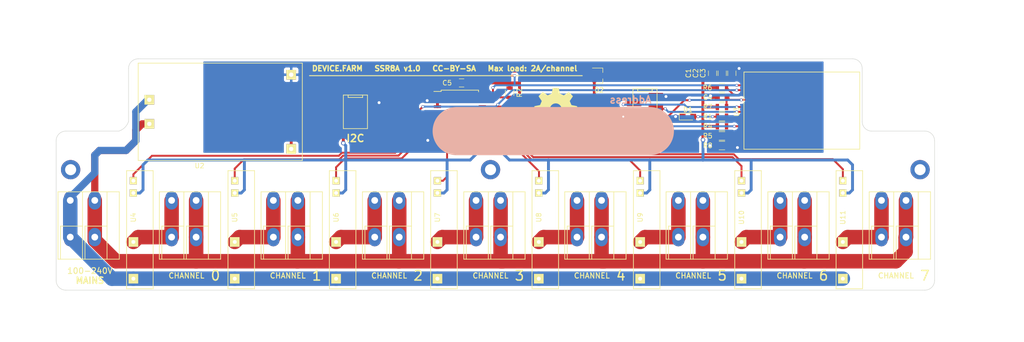
<source format=kicad_pcb>
(kicad_pcb (version 4) (host pcbnew 4.0.7-e2-6376~58~ubuntu16.04.1)

  (general
    (links 107)
    (no_connects 0)
    (area 38.150001 77.3 245.85 149.700001)
    (thickness 1.6)
    (drawings 62)
    (tracks 378)
    (zones 0)
    (modules 38)
    (nets 34)
  )

  (page A4)
  (layers
    (0 F.Cu signal)
    (31 B.Cu signal)
    (32 B.Adhes user)
    (33 F.Adhes user)
    (34 B.Paste user)
    (35 F.Paste user)
    (36 B.SilkS user)
    (37 F.SilkS user)
    (38 B.Mask user)
    (39 F.Mask user)
    (40 Dwgs.User user)
    (41 Cmts.User user)
    (42 Eco1.User user)
    (43 Eco2.User user)
    (44 Edge.Cuts user)
    (45 Margin user)
    (46 B.CrtYd user)
    (47 F.CrtYd user)
    (48 B.Fab user)
    (49 F.Fab user hide)
  )

  (setup
    (last_trace_width 0.4)
    (user_trace_width 0.6)
    (user_trace_width 1.5)
    (user_trace_width 3)
    (trace_clearance 0.2)
    (zone_clearance 0.508)
    (zone_45_only no)
    (trace_min 0.2)
    (segment_width 0.2)
    (edge_width 0.1)
    (via_size 0.6)
    (via_drill 0.4)
    (via_min_size 0.4)
    (via_min_drill 0.3)
    (user_via 0.9 0.6)
    (user_via 3 1)
    (user_via 4 2.3)
    (uvia_size 0.3)
    (uvia_drill 0.1)
    (uvias_allowed no)
    (uvia_min_size 0.2)
    (uvia_min_drill 0.1)
    (pcb_text_width 0.3)
    (pcb_text_size 1.5 1.5)
    (mod_edge_width 0.15)
    (mod_text_size 1 1)
    (mod_text_width 0.15)
    (pad_size 1.5 1.5)
    (pad_drill 0.6)
    (pad_to_mask_clearance 0)
    (aux_axis_origin 50 137)
    (visible_elements FFFEEF7F)
    (pcbplotparams
      (layerselection 0x018f0_80000001)
      (usegerberextensions false)
      (excludeedgelayer true)
      (linewidth 0.100000)
      (plotframeref false)
      (viasonmask false)
      (mode 1)
      (useauxorigin false)
      (hpglpennumber 1)
      (hpglpenspeed 20)
      (hpglpendiameter 15)
      (hpglpenoverlay 2)
      (psnegative false)
      (psa4output false)
      (plotreference true)
      (plotvalue true)
      (plotinvisibletext false)
      (padsonsilk false)
      (subtractmaskfromsilk false)
      (outputformat 1)
      (mirror false)
      (drillshape 0)
      (scaleselection 1)
      (outputdirectory gerber/))
  )

  (net 0 "")
  (net 1 VCC)
  (net 2 GND)
  (net 3 /ESP/RESET)
  (net 4 /ESP/3V3-MAINS)
  (net 5 /ESP/3V3-PROG)
  (net 6 /MAINS-L)
  (net 7 /MAINS-N)
  (net 8 "Net-(OUT1-Pad1)")
  (net 9 "Net-(OUT2-Pad1)")
  (net 10 "Net-(OUT3-Pad1)")
  (net 11 "Net-(OUT4-Pad1)")
  (net 12 "Net-(OUT5-Pad1)")
  (net 13 "Net-(OUT6-Pad1)")
  (net 14 "Net-(OUT7-Pad1)")
  (net 15 "Net-(OUT8-Pad1)")
  (net 16 /SDA)
  (net 17 /SCL)
  (net 18 /ESP/GPIO4)
  (net 19 /ESP/GPIO0)
  (net 20 /ESP/GPIO2)
  (net 21 /ESP/EN)
  (net 22 /ESP/GPIO15)
  (net 23 /ssr-channel-0//SW)
  (net 24 /ssr-channel-1//SW)
  (net 25 /ssr-channel-2//SW)
  (net 26 /ssr-channel-3//SW)
  (net 27 /ssr-channel-4//SW)
  (net 28 /ssr-channel-5//SW)
  (net 29 /ssr-channel-6//SW)
  (net 30 /ssr-channel-7//SW)
  (net 31 /ESP/RX)
  (net 32 /ESP/TX)
  (net 33 "Net-(D1-Pad2)")

  (net_class Default "This is the default net class."
    (clearance 0.2)
    (trace_width 0.4)
    (via_dia 0.6)
    (via_drill 0.4)
    (uvia_dia 0.3)
    (uvia_drill 0.1)
    (add_net /ESP/3V3-MAINS)
    (add_net /ESP/3V3-PROG)
    (add_net /ESP/EN)
    (add_net /ESP/GPIO0)
    (add_net /ESP/GPIO15)
    (add_net /ESP/GPIO2)
    (add_net /ESP/GPIO4)
    (add_net /ESP/RESET)
    (add_net /ESP/RX)
    (add_net /ESP/TX)
    (add_net /MAINS-L)
    (add_net /MAINS-N)
    (add_net /SCL)
    (add_net /SDA)
    (add_net /ssr-channel-0//SW)
    (add_net /ssr-channel-1//SW)
    (add_net /ssr-channel-2//SW)
    (add_net /ssr-channel-3//SW)
    (add_net /ssr-channel-4//SW)
    (add_net /ssr-channel-5//SW)
    (add_net /ssr-channel-6//SW)
    (add_net /ssr-channel-7//SW)
    (add_net GND)
    (add_net "Net-(D1-Pad2)")
    (add_net "Net-(OUT1-Pad1)")
    (add_net "Net-(OUT2-Pad1)")
    (add_net "Net-(OUT3-Pad1)")
    (add_net "Net-(OUT4-Pad1)")
    (add_net "Net-(OUT5-Pad1)")
    (add_net "Net-(OUT6-Pad1)")
    (add_net "Net-(OUT7-Pad1)")
    (add_net "Net-(OUT8-Pad1)")
    (add_net VCC)
  )

  (module device.farm:DG142R-2-5.08 locked placed (layer F.Cu) (tedit 5B455224) (tstamp 5B44DFAB)
    (at 50.38 116.602)
    (path /59F33377)
    (fp_text reference IN1 (at 5.334 15.494) (layer F.SilkS) hide
      (effects (font (size 1 1) (thickness 0.15)))
    )
    (fp_text value Conn_01x02 (at 6.096 -1.016) (layer F.Fab)
      (effects (font (size 1 1) (thickness 0.15)))
    )
    (fp_line (start 5.588 7.112) (end 5.588 13.97) (layer F.SilkS) (width 0.15))
    (fp_line (start 10.16 7.112) (end 5.588 7.112) (layer F.SilkS) (width 0.15))
    (fp_line (start 0.508 7.112) (end 0.508 13.97) (layer F.SilkS) (width 0.15))
    (fp_line (start 5.08 7.112) (end 0.508 7.112) (layer F.SilkS) (width 0.15))
    (fp_line (start 10.16 0) (end 10.16 13.97) (layer F.SilkS) (width 0.15))
    (fp_line (start 5.08 0) (end 5.08 13.97) (layer F.SilkS) (width 0.15))
    (fp_line (start 12.7 13.97) (end 12.7 0) (layer F.SilkS) (width 0.15))
    (fp_line (start 0 13.97) (end 12.7 13.97) (layer F.SilkS) (width 0.15))
    (fp_line (start 0 0) (end 0 13.97) (layer F.SilkS) (width 0.15))
    (fp_line (start 0 0) (end 12.7 0) (layer F.SilkS) (width 0.15))
    (pad 1 thru_hole oval (at 2.54 1.778) (size 2.54 3.81) (drill 1.4) (layers *.Cu *.Mask)
      (net 6 /MAINS-L))
    (pad 1 thru_hole oval (at 2.54 9.398) (size 2.54 3.81) (drill 1.4) (layers *.Cu *.Mask)
      (net 6 /MAINS-L))
    (pad 2 thru_hole oval (at 7.62 1.778) (size 2.54 3.81) (drill 1.4) (layers *.Cu *.Mask)
      (net 7 /MAINS-N))
    (pad 2 thru_hole oval (at 7.62 9.398) (size 2.54 3.81) (drill 1.4) (layers *.Cu *.Mask)
      (net 7 /MAINS-N))
    (model ${DF}/DG142R-2-5.08.wrl
      (at (xyz 0 0 0))
      (scale (xyz 0.3937 0.3937 0.3937))
      (rotate (xyz 0 0 0))
    )
  )

  (module device.farm:DG142R-2-5.08 locked placed (layer F.Cu) (tedit 5B455407) (tstamp 5B44DFBD)
    (at 71.38 116.602)
    (path /59EF8064/59F0F71A)
    (fp_text reference OUT1 (at 5.334 15.494) (layer F.SilkS) hide
      (effects (font (size 1 1) (thickness 0.15)))
    )
    (fp_text value Conn_01x02 (at 6.096 -1.016) (layer F.Fab)
      (effects (font (size 1 1) (thickness 0.15)))
    )
    (fp_line (start 5.588 7.112) (end 5.588 13.97) (layer F.SilkS) (width 0.15))
    (fp_line (start 10.16 7.112) (end 5.588 7.112) (layer F.SilkS) (width 0.15))
    (fp_line (start 0.508 7.112) (end 0.508 13.97) (layer F.SilkS) (width 0.15))
    (fp_line (start 5.08 7.112) (end 0.508 7.112) (layer F.SilkS) (width 0.15))
    (fp_line (start 10.16 0) (end 10.16 13.97) (layer F.SilkS) (width 0.15))
    (fp_line (start 5.08 0) (end 5.08 13.97) (layer F.SilkS) (width 0.15))
    (fp_line (start 12.7 13.97) (end 12.7 0) (layer F.SilkS) (width 0.15))
    (fp_line (start 0 13.97) (end 12.7 13.97) (layer F.SilkS) (width 0.15))
    (fp_line (start 0 0) (end 0 13.97) (layer F.SilkS) (width 0.15))
    (fp_line (start 0 0) (end 12.7 0) (layer F.SilkS) (width 0.15))
    (pad 1 thru_hole oval (at 2.54 1.778) (size 2.54 3.81) (drill 1.4) (layers *.Cu *.Mask)
      (net 8 "Net-(OUT1-Pad1)"))
    (pad 1 thru_hole oval (at 2.54 9.398) (size 2.54 3.81) (drill 1.4) (layers *.Cu *.Mask)
      (net 8 "Net-(OUT1-Pad1)"))
    (pad 2 thru_hole oval (at 7.62 1.778) (size 2.54 3.81) (drill 1.4) (layers *.Cu *.Mask)
      (net 7 /MAINS-N))
    (pad 2 thru_hole oval (at 7.62 9.398) (size 2.54 3.81) (drill 1.4) (layers *.Cu *.Mask)
      (net 7 /MAINS-N))
    (model ${DF}/DG142R-2-5.08.wrl
      (at (xyz 0 0 0))
      (scale (xyz 0.3937 0.3937 0.3937))
      (rotate (xyz 0 0 0))
    )
  )

  (module device.farm:DG142R-2-5.08 locked placed (layer F.Cu) (tedit 5B4554AC) (tstamp 5B44DFCF)
    (at 92.46 116.602)
    (path /59F10DAA/59F0F71A)
    (fp_text reference OUT2 (at 5.334 15.494) (layer F.SilkS) hide
      (effects (font (size 1 1) (thickness 0.15)))
    )
    (fp_text value Conn_01x02 (at 6.096 -1.016) (layer F.Fab)
      (effects (font (size 1 1) (thickness 0.15)))
    )
    (fp_line (start 5.588 7.112) (end 5.588 13.97) (layer F.SilkS) (width 0.15))
    (fp_line (start 10.16 7.112) (end 5.588 7.112) (layer F.SilkS) (width 0.15))
    (fp_line (start 0.508 7.112) (end 0.508 13.97) (layer F.SilkS) (width 0.15))
    (fp_line (start 5.08 7.112) (end 0.508 7.112) (layer F.SilkS) (width 0.15))
    (fp_line (start 10.16 0) (end 10.16 13.97) (layer F.SilkS) (width 0.15))
    (fp_line (start 5.08 0) (end 5.08 13.97) (layer F.SilkS) (width 0.15))
    (fp_line (start 12.7 13.97) (end 12.7 0) (layer F.SilkS) (width 0.15))
    (fp_line (start 0 13.97) (end 12.7 13.97) (layer F.SilkS) (width 0.15))
    (fp_line (start 0 0) (end 0 13.97) (layer F.SilkS) (width 0.15))
    (fp_line (start 0 0) (end 12.7 0) (layer F.SilkS) (width 0.15))
    (pad 1 thru_hole oval (at 2.54 1.778) (size 2.54 3.81) (drill 1.4) (layers *.Cu *.Mask)
      (net 9 "Net-(OUT2-Pad1)"))
    (pad 1 thru_hole oval (at 2.54 9.398) (size 2.54 3.81) (drill 1.4) (layers *.Cu *.Mask)
      (net 9 "Net-(OUT2-Pad1)"))
    (pad 2 thru_hole oval (at 7.62 1.778) (size 2.54 3.81) (drill 1.4) (layers *.Cu *.Mask)
      (net 7 /MAINS-N))
    (pad 2 thru_hole oval (at 7.62 9.398) (size 2.54 3.81) (drill 1.4) (layers *.Cu *.Mask)
      (net 7 /MAINS-N))
    (model ${DF}/DG142R-2-5.08.wrl
      (at (xyz 0 0 0))
      (scale (xyz 0.3937 0.3937 0.3937))
      (rotate (xyz 0 0 0))
    )
  )

  (module device.farm:DG142R-2-5.08 locked placed (layer F.Cu) (tedit 5B4554AF) (tstamp 5B44DFE1)
    (at 113.46 116.602)
    (path /59F112F3/59F0F71A)
    (fp_text reference OUT3 (at 5.334 15.494) (layer F.SilkS) hide
      (effects (font (size 1 1) (thickness 0.15)))
    )
    (fp_text value Conn_01x02 (at 6.096 -1.016) (layer F.Fab)
      (effects (font (size 1 1) (thickness 0.15)))
    )
    (fp_line (start 5.588 7.112) (end 5.588 13.97) (layer F.SilkS) (width 0.15))
    (fp_line (start 10.16 7.112) (end 5.588 7.112) (layer F.SilkS) (width 0.15))
    (fp_line (start 0.508 7.112) (end 0.508 13.97) (layer F.SilkS) (width 0.15))
    (fp_line (start 5.08 7.112) (end 0.508 7.112) (layer F.SilkS) (width 0.15))
    (fp_line (start 10.16 0) (end 10.16 13.97) (layer F.SilkS) (width 0.15))
    (fp_line (start 5.08 0) (end 5.08 13.97) (layer F.SilkS) (width 0.15))
    (fp_line (start 12.7 13.97) (end 12.7 0) (layer F.SilkS) (width 0.15))
    (fp_line (start 0 13.97) (end 12.7 13.97) (layer F.SilkS) (width 0.15))
    (fp_line (start 0 0) (end 0 13.97) (layer F.SilkS) (width 0.15))
    (fp_line (start 0 0) (end 12.7 0) (layer F.SilkS) (width 0.15))
    (pad 1 thru_hole oval (at 2.54 1.778) (size 2.54 3.81) (drill 1.4) (layers *.Cu *.Mask)
      (net 10 "Net-(OUT3-Pad1)"))
    (pad 1 thru_hole oval (at 2.54 9.398) (size 2.54 3.81) (drill 1.4) (layers *.Cu *.Mask)
      (net 10 "Net-(OUT3-Pad1)"))
    (pad 2 thru_hole oval (at 7.62 1.778) (size 2.54 3.81) (drill 1.4) (layers *.Cu *.Mask)
      (net 7 /MAINS-N))
    (pad 2 thru_hole oval (at 7.62 9.398) (size 2.54 3.81) (drill 1.4) (layers *.Cu *.Mask)
      (net 7 /MAINS-N))
    (model ${DF}/DG142R-2-5.08.wrl
      (at (xyz 0 0 0))
      (scale (xyz 0.3937 0.3937 0.3937))
      (rotate (xyz 0 0 0))
    )
  )

  (module device.farm:DG142R-2-5.08 locked placed (layer F.Cu) (tedit 5B4554B4) (tstamp 5B44DFF3)
    (at 134.46 116.602)
    (path /59F11FA1/59F0F71A)
    (fp_text reference OUT4 (at 5.334 15.494) (layer F.SilkS) hide
      (effects (font (size 1 1) (thickness 0.15)))
    )
    (fp_text value Conn_01x02 (at 6.096 -1.016) (layer F.Fab)
      (effects (font (size 1 1) (thickness 0.15)))
    )
    (fp_line (start 5.588 7.112) (end 5.588 13.97) (layer F.SilkS) (width 0.15))
    (fp_line (start 10.16 7.112) (end 5.588 7.112) (layer F.SilkS) (width 0.15))
    (fp_line (start 0.508 7.112) (end 0.508 13.97) (layer F.SilkS) (width 0.15))
    (fp_line (start 5.08 7.112) (end 0.508 7.112) (layer F.SilkS) (width 0.15))
    (fp_line (start 10.16 0) (end 10.16 13.97) (layer F.SilkS) (width 0.15))
    (fp_line (start 5.08 0) (end 5.08 13.97) (layer F.SilkS) (width 0.15))
    (fp_line (start 12.7 13.97) (end 12.7 0) (layer F.SilkS) (width 0.15))
    (fp_line (start 0 13.97) (end 12.7 13.97) (layer F.SilkS) (width 0.15))
    (fp_line (start 0 0) (end 0 13.97) (layer F.SilkS) (width 0.15))
    (fp_line (start 0 0) (end 12.7 0) (layer F.SilkS) (width 0.15))
    (pad 1 thru_hole oval (at 2.54 1.778) (size 2.54 3.81) (drill 1.4) (layers *.Cu *.Mask)
      (net 11 "Net-(OUT4-Pad1)"))
    (pad 1 thru_hole oval (at 2.54 9.398) (size 2.54 3.81) (drill 1.4) (layers *.Cu *.Mask)
      (net 11 "Net-(OUT4-Pad1)"))
    (pad 2 thru_hole oval (at 7.62 1.778) (size 2.54 3.81) (drill 1.4) (layers *.Cu *.Mask)
      (net 7 /MAINS-N))
    (pad 2 thru_hole oval (at 7.62 9.398) (size 2.54 3.81) (drill 1.4) (layers *.Cu *.Mask)
      (net 7 /MAINS-N))
    (model ${DF}/DG142R-2-5.08.wrl
      (at (xyz 0 0 0))
      (scale (xyz 0.3937 0.3937 0.3937))
      (rotate (xyz 0 0 0))
    )
  )

  (module device.farm:DG142R-2-5.08 locked placed (layer F.Cu) (tedit 5B4554B9) (tstamp 5B44E005)
    (at 155.38 116.602)
    (path /59F124DB/59F0F71A)
    (fp_text reference OUT5 (at 5.334 15.494) (layer F.SilkS) hide
      (effects (font (size 1 1) (thickness 0.15)))
    )
    (fp_text value Conn_01x02 (at 6.096 -1.016) (layer F.Fab)
      (effects (font (size 1 1) (thickness 0.15)))
    )
    (fp_line (start 5.588 7.112) (end 5.588 13.97) (layer F.SilkS) (width 0.15))
    (fp_line (start 10.16 7.112) (end 5.588 7.112) (layer F.SilkS) (width 0.15))
    (fp_line (start 0.508 7.112) (end 0.508 13.97) (layer F.SilkS) (width 0.15))
    (fp_line (start 5.08 7.112) (end 0.508 7.112) (layer F.SilkS) (width 0.15))
    (fp_line (start 10.16 0) (end 10.16 13.97) (layer F.SilkS) (width 0.15))
    (fp_line (start 5.08 0) (end 5.08 13.97) (layer F.SilkS) (width 0.15))
    (fp_line (start 12.7 13.97) (end 12.7 0) (layer F.SilkS) (width 0.15))
    (fp_line (start 0 13.97) (end 12.7 13.97) (layer F.SilkS) (width 0.15))
    (fp_line (start 0 0) (end 0 13.97) (layer F.SilkS) (width 0.15))
    (fp_line (start 0 0) (end 12.7 0) (layer F.SilkS) (width 0.15))
    (pad 1 thru_hole oval (at 2.54 1.778) (size 2.54 3.81) (drill 1.4) (layers *.Cu *.Mask)
      (net 12 "Net-(OUT5-Pad1)"))
    (pad 1 thru_hole oval (at 2.54 9.398) (size 2.54 3.81) (drill 1.4) (layers *.Cu *.Mask)
      (net 12 "Net-(OUT5-Pad1)"))
    (pad 2 thru_hole oval (at 7.62 1.778) (size 2.54 3.81) (drill 1.4) (layers *.Cu *.Mask)
      (net 7 /MAINS-N))
    (pad 2 thru_hole oval (at 7.62 9.398) (size 2.54 3.81) (drill 1.4) (layers *.Cu *.Mask)
      (net 7 /MAINS-N))
    (model ${DF}/DG142R-2-5.08.wrl
      (at (xyz 0 0 0))
      (scale (xyz 0.3937 0.3937 0.3937))
      (rotate (xyz 0 0 0))
    )
  )

  (module device.farm:DG142R-2-5.08 locked placed (layer F.Cu) (tedit 5B4554BB) (tstamp 5B44E017)
    (at 176.38 116.602)
    (path /59F12871/59F0F71A)
    (fp_text reference OUT6 (at 5.334 15.494) (layer F.SilkS) hide
      (effects (font (size 1 1) (thickness 0.15)))
    )
    (fp_text value Conn_01x02 (at 6.096 -1.016) (layer F.Fab)
      (effects (font (size 1 1) (thickness 0.15)))
    )
    (fp_line (start 5.588 7.112) (end 5.588 13.97) (layer F.SilkS) (width 0.15))
    (fp_line (start 10.16 7.112) (end 5.588 7.112) (layer F.SilkS) (width 0.15))
    (fp_line (start 0.508 7.112) (end 0.508 13.97) (layer F.SilkS) (width 0.15))
    (fp_line (start 5.08 7.112) (end 0.508 7.112) (layer F.SilkS) (width 0.15))
    (fp_line (start 10.16 0) (end 10.16 13.97) (layer F.SilkS) (width 0.15))
    (fp_line (start 5.08 0) (end 5.08 13.97) (layer F.SilkS) (width 0.15))
    (fp_line (start 12.7 13.97) (end 12.7 0) (layer F.SilkS) (width 0.15))
    (fp_line (start 0 13.97) (end 12.7 13.97) (layer F.SilkS) (width 0.15))
    (fp_line (start 0 0) (end 0 13.97) (layer F.SilkS) (width 0.15))
    (fp_line (start 0 0) (end 12.7 0) (layer F.SilkS) (width 0.15))
    (pad 1 thru_hole oval (at 2.54 1.778) (size 2.54 3.81) (drill 1.4) (layers *.Cu *.Mask)
      (net 13 "Net-(OUT6-Pad1)"))
    (pad 1 thru_hole oval (at 2.54 9.398) (size 2.54 3.81) (drill 1.4) (layers *.Cu *.Mask)
      (net 13 "Net-(OUT6-Pad1)"))
    (pad 2 thru_hole oval (at 7.62 1.778) (size 2.54 3.81) (drill 1.4) (layers *.Cu *.Mask)
      (net 7 /MAINS-N))
    (pad 2 thru_hole oval (at 7.62 9.398) (size 2.54 3.81) (drill 1.4) (layers *.Cu *.Mask)
      (net 7 /MAINS-N))
    (model ${DF}/DG142R-2-5.08.wrl
      (at (xyz 0 0 0))
      (scale (xyz 0.3937 0.3937 0.3937))
      (rotate (xyz 0 0 0))
    )
  )

  (module device.farm:DG142R-2-5.08 locked placed (layer F.Cu) (tedit 5B4554BE) (tstamp 5B44E029)
    (at 197.46 116.602)
    (path /59F130A5/59F0F71A)
    (fp_text reference OUT7 (at 5.334 15.494) (layer F.SilkS) hide
      (effects (font (size 1 1) (thickness 0.15)))
    )
    (fp_text value Conn_01x02 (at 6.096 -1.016) (layer F.Fab)
      (effects (font (size 1 1) (thickness 0.15)))
    )
    (fp_line (start 5.588 7.112) (end 5.588 13.97) (layer F.SilkS) (width 0.15))
    (fp_line (start 10.16 7.112) (end 5.588 7.112) (layer F.SilkS) (width 0.15))
    (fp_line (start 0.508 7.112) (end 0.508 13.97) (layer F.SilkS) (width 0.15))
    (fp_line (start 5.08 7.112) (end 0.508 7.112) (layer F.SilkS) (width 0.15))
    (fp_line (start 10.16 0) (end 10.16 13.97) (layer F.SilkS) (width 0.15))
    (fp_line (start 5.08 0) (end 5.08 13.97) (layer F.SilkS) (width 0.15))
    (fp_line (start 12.7 13.97) (end 12.7 0) (layer F.SilkS) (width 0.15))
    (fp_line (start 0 13.97) (end 12.7 13.97) (layer F.SilkS) (width 0.15))
    (fp_line (start 0 0) (end 0 13.97) (layer F.SilkS) (width 0.15))
    (fp_line (start 0 0) (end 12.7 0) (layer F.SilkS) (width 0.15))
    (pad 1 thru_hole oval (at 2.54 1.778) (size 2.54 3.81) (drill 1.4) (layers *.Cu *.Mask)
      (net 14 "Net-(OUT7-Pad1)"))
    (pad 1 thru_hole oval (at 2.54 9.398) (size 2.54 3.81) (drill 1.4) (layers *.Cu *.Mask)
      (net 14 "Net-(OUT7-Pad1)"))
    (pad 2 thru_hole oval (at 7.62 1.778) (size 2.54 3.81) (drill 1.4) (layers *.Cu *.Mask)
      (net 7 /MAINS-N))
    (pad 2 thru_hole oval (at 7.62 9.398) (size 2.54 3.81) (drill 1.4) (layers *.Cu *.Mask)
      (net 7 /MAINS-N))
    (model ${DF}/DG142R-2-5.08.wrl
      (at (xyz 0 0 0))
      (scale (xyz 0.3937 0.3937 0.3937))
      (rotate (xyz 0 0 0))
    )
  )

  (module device.farm:DG142R-2-5.08 locked placed (layer F.Cu) (tedit 5B4554C1) (tstamp 5B44E03B)
    (at 218.46 116.602)
    (path /59F13453/59F0F71A)
    (fp_text reference OUT8 (at 5.334 15.494) (layer F.SilkS) hide
      (effects (font (size 1 1) (thickness 0.15)))
    )
    (fp_text value Conn_01x02 (at 6.096 -1.016) (layer F.Fab)
      (effects (font (size 1 1) (thickness 0.15)))
    )
    (fp_line (start 5.588 7.112) (end 5.588 13.97) (layer F.SilkS) (width 0.15))
    (fp_line (start 10.16 7.112) (end 5.588 7.112) (layer F.SilkS) (width 0.15))
    (fp_line (start 0.508 7.112) (end 0.508 13.97) (layer F.SilkS) (width 0.15))
    (fp_line (start 5.08 7.112) (end 0.508 7.112) (layer F.SilkS) (width 0.15))
    (fp_line (start 10.16 0) (end 10.16 13.97) (layer F.SilkS) (width 0.15))
    (fp_line (start 5.08 0) (end 5.08 13.97) (layer F.SilkS) (width 0.15))
    (fp_line (start 12.7 13.97) (end 12.7 0) (layer F.SilkS) (width 0.15))
    (fp_line (start 0 13.97) (end 12.7 13.97) (layer F.SilkS) (width 0.15))
    (fp_line (start 0 0) (end 0 13.97) (layer F.SilkS) (width 0.15))
    (fp_line (start 0 0) (end 12.7 0) (layer F.SilkS) (width 0.15))
    (pad 1 thru_hole oval (at 2.54 1.778) (size 2.54 3.81) (drill 1.4) (layers *.Cu *.Mask)
      (net 15 "Net-(OUT8-Pad1)"))
    (pad 1 thru_hole oval (at 2.54 9.398) (size 2.54 3.81) (drill 1.4) (layers *.Cu *.Mask)
      (net 15 "Net-(OUT8-Pad1)"))
    (pad 2 thru_hole oval (at 7.62 1.778) (size 2.54 3.81) (drill 1.4) (layers *.Cu *.Mask)
      (net 7 /MAINS-N))
    (pad 2 thru_hole oval (at 7.62 9.398) (size 2.54 3.81) (drill 1.4) (layers *.Cu *.Mask)
      (net 7 /MAINS-N))
    (model ${DF}/DG142R-2-5.08.wrl
      (at (xyz 0 0 0))
      (scale (xyz 0.3937 0.3937 0.3937))
      (rotate (xyz 0 0 0))
    )
  )

  (module Housings_SOIC:SOIC-16W_7.5x10.3mm_Pitch1.27mm placed (layer F.Cu) (tedit 58CC8F64) (tstamp 5B44E15F)
    (at 133.65 100.825)
    (descr "16-Lead Plastic Small Outline (SO) - Wide, 7.50 mm Body [SOIC] (see Microchip Packaging Specification 00000049BS.pdf)")
    (tags "SOIC 1.27")
    (path /59F145EB)
    (attr smd)
    (fp_text reference U1 (at 0 7.175) (layer F.SilkS)
      (effects (font (size 1 1) (thickness 0.15)))
    )
    (fp_text value PCF8574 (at 0 6.25) (layer F.Fab)
      (effects (font (size 1 1) (thickness 0.15)))
    )
    (fp_text user %R (at 0 0) (layer F.Fab)
      (effects (font (size 1 1) (thickness 0.15)))
    )
    (fp_line (start -2.75 -5.15) (end 3.75 -5.15) (layer F.Fab) (width 0.15))
    (fp_line (start 3.75 -5.15) (end 3.75 5.15) (layer F.Fab) (width 0.15))
    (fp_line (start 3.75 5.15) (end -3.75 5.15) (layer F.Fab) (width 0.15))
    (fp_line (start -3.75 5.15) (end -3.75 -4.15) (layer F.Fab) (width 0.15))
    (fp_line (start -3.75 -4.15) (end -2.75 -5.15) (layer F.Fab) (width 0.15))
    (fp_line (start -5.65 -5.5) (end -5.65 5.5) (layer F.CrtYd) (width 0.05))
    (fp_line (start 5.65 -5.5) (end 5.65 5.5) (layer F.CrtYd) (width 0.05))
    (fp_line (start -5.65 -5.5) (end 5.65 -5.5) (layer F.CrtYd) (width 0.05))
    (fp_line (start -5.65 5.5) (end 5.65 5.5) (layer F.CrtYd) (width 0.05))
    (fp_line (start -3.875 -5.325) (end -3.875 -5.05) (layer F.SilkS) (width 0.15))
    (fp_line (start 3.875 -5.325) (end 3.875 -4.97) (layer F.SilkS) (width 0.15))
    (fp_line (start 3.875 5.325) (end 3.875 4.97) (layer F.SilkS) (width 0.15))
    (fp_line (start -3.875 5.325) (end -3.875 4.97) (layer F.SilkS) (width 0.15))
    (fp_line (start -3.875 -5.325) (end 3.875 -5.325) (layer F.SilkS) (width 0.15))
    (fp_line (start -3.875 5.325) (end 3.875 5.325) (layer F.SilkS) (width 0.15))
    (fp_line (start -3.875 -5.05) (end -5.4 -5.05) (layer F.SilkS) (width 0.15))
    (pad 1 smd rect (at -4.65 -4.445) (size 1.5 0.6) (layers F.Cu F.Paste F.Mask)
      (net 2 GND))
    (pad 2 smd rect (at -4.65 -3.175) (size 1.5 0.6) (layers F.Cu F.Paste F.Mask)
      (net 2 GND))
    (pad 3 smd rect (at -4.65 -1.905) (size 1.5 0.6) (layers F.Cu F.Paste F.Mask)
      (net 2 GND))
    (pad 4 smd rect (at -4.65 -0.635) (size 1.5 0.6) (layers F.Cu F.Paste F.Mask)
      (net 23 /ssr-channel-0//SW))
    (pad 5 smd rect (at -4.65 0.635) (size 1.5 0.6) (layers F.Cu F.Paste F.Mask)
      (net 24 /ssr-channel-1//SW))
    (pad 6 smd rect (at -4.65 1.905) (size 1.5 0.6) (layers F.Cu F.Paste F.Mask)
      (net 25 /ssr-channel-2//SW))
    (pad 7 smd rect (at -4.65 3.175) (size 1.5 0.6) (layers F.Cu F.Paste F.Mask)
      (net 26 /ssr-channel-3//SW))
    (pad 8 smd rect (at -4.65 4.445) (size 1.5 0.6) (layers F.Cu F.Paste F.Mask)
      (net 2 GND))
    (pad 9 smd rect (at 4.65 4.445) (size 1.5 0.6) (layers F.Cu F.Paste F.Mask)
      (net 27 /ssr-channel-4//SW))
    (pad 10 smd rect (at 4.65 3.175) (size 1.5 0.6) (layers F.Cu F.Paste F.Mask)
      (net 28 /ssr-channel-5//SW))
    (pad 11 smd rect (at 4.65 1.905) (size 1.5 0.6) (layers F.Cu F.Paste F.Mask)
      (net 29 /ssr-channel-6//SW))
    (pad 12 smd rect (at 4.65 0.635) (size 1.5 0.6) (layers F.Cu F.Paste F.Mask)
      (net 30 /ssr-channel-7//SW))
    (pad 13 smd rect (at 4.65 -0.635) (size 1.5 0.6) (layers F.Cu F.Paste F.Mask))
    (pad 14 smd rect (at 4.65 -1.905) (size 1.5 0.6) (layers F.Cu F.Paste F.Mask)
      (net 17 /SCL))
    (pad 15 smd rect (at 4.65 -3.175) (size 1.5 0.6) (layers F.Cu F.Paste F.Mask)
      (net 16 /SDA))
    (pad 16 smd rect (at 4.65 -4.445) (size 1.5 0.6) (layers F.Cu F.Paste F.Mask)
      (net 1 VCC))
    (model ${KISYS3DMOD}/Housings_SOIC.3dshapes/SOIC-16W_7.5x10.3mm_Pitch1.27mm.wrl
      (at (xyz 0 0 0))
      (scale (xyz 1 1 1))
      (rotate (xyz 0 0 0))
    )
  )

  (module device.farm:HLK-PM01 placed (layer F.Cu) (tedit 57613DFE) (tstamp 5B44E16B)
    (at 84 100)
    (path /5777AEFB/5777B23B)
    (fp_text reference U2 (at -4.3 11.2) (layer F.SilkS)
      (effects (font (size 1 1) (thickness 0.15)))
    )
    (fp_text value HLK-PM03 (at 0 1.524) (layer F.Fab)
      (effects (font (size 1 1) (thickness 0.15)))
    )
    (fp_line (start -17 10.1) (end -17 -10.1) (layer F.SilkS) (width 0.15))
    (fp_line (start 17 10.1) (end -17 10.1) (layer F.SilkS) (width 0.15))
    (fp_line (start 17 -10.1) (end 17 10.1) (layer F.SilkS) (width 0.15))
    (fp_line (start -17 -10.1) (end 17 -10.1) (layer F.SilkS) (width 0.15))
    (pad 1 thru_hole rect (at -14.7 -2.5) (size 2 2) (drill 0.9) (layers *.Cu *.Mask F.SilkS)
      (net 6 /MAINS-L))
    (pad 2 thru_hole rect (at -14.7 2.5) (size 2 2) (drill 0.9) (layers *.Cu *.Mask F.SilkS)
      (net 7 /MAINS-N))
    (pad 3 thru_hole rect (at 14.7 -7.7) (size 2 2) (drill 0.9) (layers *.Cu *.Mask F.SilkS)
      (net 2 GND))
    (pad 4 thru_hole rect (at 14.7 7.7) (size 2 2) (drill 0.9) (layers *.Cu *.Mask F.SilkS)
      (net 4 /ESP/3V3-MAINS))
    (model ${DF}/HLK-PM01.wrl
      (at (xyz 0 0 0))
      (scale (xyz 0.3937 0.3937 0.3937))
      (rotate (xyz 0 0 0))
    )
  )

  (module device.farm:ESP-12 placed (layer F.Cu) (tedit 57936040) (tstamp 5B44E183)
    (at 192.5 99.75 270)
    (path /5777AEFB/5777B23A)
    (fp_text reference U3 (at 0.25 1.5 450) (layer F.SilkS)
      (effects (font (size 1 1) (thickness 0.15)))
    )
    (fp_text value ESP-12 (at 0 -20 270) (layer F.Fab)
      (effects (font (size 1 1) (thickness 0.15)))
    )
    (fp_line (start 8 -24) (end 8 0) (layer F.SilkS) (width 0.15))
    (fp_line (start -8 -24) (end 8 -24) (layer F.SilkS) (width 0.15))
    (fp_line (start -8 0) (end -8 -24) (layer F.SilkS) (width 0.15))
    (fp_line (start 8 0) (end -8 0) (layer F.SilkS) (width 0.15))
    (pad 1 smd rect (at -8.25 -15.5 270) (size 1 1) (layers F.Cu F.Paste F.Mask)
      (net 3 /ESP/RESET))
    (pad 2 smd rect (at -8.25 -13.5 270) (size 1 1) (layers F.Cu F.Paste F.Mask))
    (pad 3 smd rect (at -8.25 -11.5 270) (size 1 1) (layers F.Cu F.Paste F.Mask)
      (net 21 /ESP/EN))
    (pad 4 smd rect (at -8.25 -9.5 270) (size 1 1) (layers F.Cu F.Paste F.Mask))
    (pad 5 smd rect (at -8.25 -7.5 270) (size 1 1) (layers F.Cu F.Paste F.Mask)
      (net 17 /SCL))
    (pad 6 smd rect (at -8.25 -5.5 270) (size 1 1) (layers F.Cu F.Paste F.Mask)
      (net 16 /SDA))
    (pad 7 smd rect (at -8.25 -3.5 270) (size 1 1) (layers F.Cu F.Paste F.Mask))
    (pad 8 smd rect (at -8.25 -1.5 270) (size 1 1) (layers F.Cu F.Paste F.Mask)
      (net 1 VCC))
    (pad 9 smd rect (at 8.25 -1.5 270) (size 1 1) (layers F.Cu F.Paste F.Mask)
      (net 2 GND))
    (pad 10 smd rect (at 8.25 -3.5 270) (size 1 1) (layers F.Cu F.Paste F.Mask)
      (net 22 /ESP/GPIO15))
    (pad 11 smd rect (at 8.25 -5.5 270) (size 1 1) (layers F.Cu F.Paste F.Mask)
      (net 20 /ESP/GPIO2))
    (pad 12 smd rect (at 8.25 -7.5 270) (size 1 1) (layers F.Cu F.Paste F.Mask)
      (net 19 /ESP/GPIO0))
    (pad 13 smd rect (at 8.25 -9.5 270) (size 1 1) (layers F.Cu F.Paste F.Mask)
      (net 18 /ESP/GPIO4))
    (pad 14 smd rect (at 8.25 -11.5 270) (size 1 1) (layers F.Cu F.Paste F.Mask))
    (pad 15 smd rect (at 8.25 -13.5 270) (size 1 1) (layers F.Cu F.Paste F.Mask)
      (net 31 /ESP/RX))
    (pad 16 smd rect (at 8.25 -15.5 270) (size 1 1) (layers F.Cu F.Paste F.Mask)
      (net 32 /ESP/TX))
    (model ${DF}/ESP-12F.wrl
      (at (xyz 0 0 0))
      (scale (xyz 0.3937 0.3937 0.3937))
      (rotate (xyz 0 0 -90))
    )
  )

  (module device.farm:G3MB-SSR locked placed (layer F.Cu) (tedit 58F8E3FD) (tstamp 5B44E18F)
    (at 66 124.46 270)
    (path /59EF8064/59EF82DB)
    (fp_text reference U4 (at -2.54 0 270) (layer F.SilkS)
      (effects (font (size 1 1) (thickness 0.15)))
    )
    (fp_text value G3MB-SSR (at 0 -2.54 270) (layer F.Fab)
      (effects (font (size 1 1) (thickness 0.15)))
    )
    (fp_line (start -12.25 -4.1) (end -12.25 1.4) (layer F.SilkS) (width 0.15))
    (fp_line (start 12.25 -4.1) (end -12.25 -4.1) (layer F.SilkS) (width 0.15))
    (fp_line (start 12.25 1.4) (end 12.25 -4.1) (layer F.SilkS) (width 0.15))
    (fp_line (start -12.25 1.4) (end 12.25 1.4) (layer F.SilkS) (width 0.15))
    (pad 4 thru_hole rect (at -10.16 0 270) (size 1.5 1.5) (drill 0.8) (layers *.Cu *.Mask F.SilkS)
      (net 23 /ssr-channel-0//SW))
    (pad 3 thru_hole rect (at -7.62 0 270) (size 1.5 1.5) (drill 0.8) (layers *.Cu *.Mask F.SilkS)
      (net 1 VCC))
    (pad 2 thru_hole rect (at 2.54 0 270) (size 2 2) (drill 0.8) (layers *.Cu *.Mask F.SilkS)
      (net 8 "Net-(OUT1-Pad1)"))
    (pad 1 thru_hole rect (at 10.16 0 270) (size 2 2) (drill 0.8) (layers *.Cu *.Mask F.SilkS)
      (net 6 /MAINS-L))
    (model ${DF}/G3MB-SSR.wrl
      (at (xyz 0 0.053149 0))
      (scale (xyz 0.3937 0.3937 0.3937))
      (rotate (xyz 0 0 0))
    )
  )

  (module device.farm:G3MB-SSR locked placed (layer F.Cu) (tedit 58F8E3FD) (tstamp 5B44E19B)
    (at 87 124.46 270)
    (path /59F10DAA/59EF82DB)
    (fp_text reference U5 (at -2.54 0 270) (layer F.SilkS)
      (effects (font (size 1 1) (thickness 0.15)))
    )
    (fp_text value G3MB-SSR (at 0 -2.54 270) (layer F.Fab)
      (effects (font (size 1 1) (thickness 0.15)))
    )
    (fp_line (start -12.25 -4.1) (end -12.25 1.4) (layer F.SilkS) (width 0.15))
    (fp_line (start 12.25 -4.1) (end -12.25 -4.1) (layer F.SilkS) (width 0.15))
    (fp_line (start 12.25 1.4) (end 12.25 -4.1) (layer F.SilkS) (width 0.15))
    (fp_line (start -12.25 1.4) (end 12.25 1.4) (layer F.SilkS) (width 0.15))
    (pad 4 thru_hole rect (at -10.16 0 270) (size 1.5 1.5) (drill 0.8) (layers *.Cu *.Mask F.SilkS)
      (net 24 /ssr-channel-1//SW))
    (pad 3 thru_hole rect (at -7.62 0 270) (size 1.5 1.5) (drill 0.8) (layers *.Cu *.Mask F.SilkS)
      (net 1 VCC))
    (pad 2 thru_hole rect (at 2.54 0 270) (size 2 2) (drill 0.8) (layers *.Cu *.Mask F.SilkS)
      (net 9 "Net-(OUT2-Pad1)"))
    (pad 1 thru_hole rect (at 10.16 0 270) (size 2 2) (drill 0.8) (layers *.Cu *.Mask F.SilkS)
      (net 6 /MAINS-L))
    (model ${DF}/G3MB-SSR.wrl
      (at (xyz 0 0.053149 0))
      (scale (xyz 0.3937 0.3937 0.3937))
      (rotate (xyz 0 0 0))
    )
  )

  (module device.farm:G3MB-SSR locked placed (layer F.Cu) (tedit 58F8E3FD) (tstamp 5B44E1A7)
    (at 108 124.46 270)
    (path /59F112F3/59EF82DB)
    (fp_text reference U6 (at -2.54 0 270) (layer F.SilkS)
      (effects (font (size 1 1) (thickness 0.15)))
    )
    (fp_text value G3MB-SSR (at 0 -2.54 270) (layer F.Fab)
      (effects (font (size 1 1) (thickness 0.15)))
    )
    (fp_line (start -12.25 -4.1) (end -12.25 1.4) (layer F.SilkS) (width 0.15))
    (fp_line (start 12.25 -4.1) (end -12.25 -4.1) (layer F.SilkS) (width 0.15))
    (fp_line (start 12.25 1.4) (end 12.25 -4.1) (layer F.SilkS) (width 0.15))
    (fp_line (start -12.25 1.4) (end 12.25 1.4) (layer F.SilkS) (width 0.15))
    (pad 4 thru_hole rect (at -10.16 0 270) (size 1.5 1.5) (drill 0.8) (layers *.Cu *.Mask F.SilkS)
      (net 25 /ssr-channel-2//SW))
    (pad 3 thru_hole rect (at -7.62 0 270) (size 1.5 1.5) (drill 0.8) (layers *.Cu *.Mask F.SilkS)
      (net 1 VCC))
    (pad 2 thru_hole rect (at 2.54 0 270) (size 2 2) (drill 0.8) (layers *.Cu *.Mask F.SilkS)
      (net 10 "Net-(OUT3-Pad1)"))
    (pad 1 thru_hole rect (at 10.16 0 270) (size 2 2) (drill 0.8) (layers *.Cu *.Mask F.SilkS)
      (net 6 /MAINS-L))
    (model ${DF}/G3MB-SSR.wrl
      (at (xyz 0 0.053149 0))
      (scale (xyz 0.3937 0.3937 0.3937))
      (rotate (xyz 0 0 0))
    )
  )

  (module device.farm:G3MB-SSR locked placed (layer F.Cu) (tedit 58F8E3FD) (tstamp 5B44E1B3)
    (at 129 124.46 270)
    (path /59F11FA1/59EF82DB)
    (fp_text reference U7 (at -2.54 0 270) (layer F.SilkS)
      (effects (font (size 1 1) (thickness 0.15)))
    )
    (fp_text value G3MB-SSR (at 0 -2.54 270) (layer F.Fab)
      (effects (font (size 1 1) (thickness 0.15)))
    )
    (fp_line (start -12.25 -4.1) (end -12.25 1.4) (layer F.SilkS) (width 0.15))
    (fp_line (start 12.25 -4.1) (end -12.25 -4.1) (layer F.SilkS) (width 0.15))
    (fp_line (start 12.25 1.4) (end 12.25 -4.1) (layer F.SilkS) (width 0.15))
    (fp_line (start -12.25 1.4) (end 12.25 1.4) (layer F.SilkS) (width 0.15))
    (pad 4 thru_hole rect (at -10.16 0 270) (size 1.5 1.5) (drill 0.8) (layers *.Cu *.Mask F.SilkS)
      (net 26 /ssr-channel-3//SW))
    (pad 3 thru_hole rect (at -7.62 0 270) (size 1.5 1.5) (drill 0.8) (layers *.Cu *.Mask F.SilkS)
      (net 1 VCC))
    (pad 2 thru_hole rect (at 2.54 0 270) (size 2 2) (drill 0.8) (layers *.Cu *.Mask F.SilkS)
      (net 11 "Net-(OUT4-Pad1)"))
    (pad 1 thru_hole rect (at 10.16 0 270) (size 2 2) (drill 0.8) (layers *.Cu *.Mask F.SilkS)
      (net 6 /MAINS-L))
    (model ${DF}/G3MB-SSR.wrl
      (at (xyz 0 0.053149 0))
      (scale (xyz 0.3937 0.3937 0.3937))
      (rotate (xyz 0 0 0))
    )
  )

  (module device.farm:G3MB-SSR locked placed (layer F.Cu) (tedit 58F8E3FD) (tstamp 5B44E1BF)
    (at 150 124.46 270)
    (path /59F124DB/59EF82DB)
    (fp_text reference U8 (at -2.54 0 270) (layer F.SilkS)
      (effects (font (size 1 1) (thickness 0.15)))
    )
    (fp_text value G3MB-SSR (at 0 -2.54 270) (layer F.Fab)
      (effects (font (size 1 1) (thickness 0.15)))
    )
    (fp_line (start -12.25 -4.1) (end -12.25 1.4) (layer F.SilkS) (width 0.15))
    (fp_line (start 12.25 -4.1) (end -12.25 -4.1) (layer F.SilkS) (width 0.15))
    (fp_line (start 12.25 1.4) (end 12.25 -4.1) (layer F.SilkS) (width 0.15))
    (fp_line (start -12.25 1.4) (end 12.25 1.4) (layer F.SilkS) (width 0.15))
    (pad 4 thru_hole rect (at -10.16 0 270) (size 1.5 1.5) (drill 0.8) (layers *.Cu *.Mask F.SilkS)
      (net 27 /ssr-channel-4//SW))
    (pad 3 thru_hole rect (at -7.62 0 270) (size 1.5 1.5) (drill 0.8) (layers *.Cu *.Mask F.SilkS)
      (net 1 VCC))
    (pad 2 thru_hole rect (at 2.54 0 270) (size 2 2) (drill 0.8) (layers *.Cu *.Mask F.SilkS)
      (net 12 "Net-(OUT5-Pad1)"))
    (pad 1 thru_hole rect (at 10.16 0 270) (size 2 2) (drill 0.8) (layers *.Cu *.Mask F.SilkS)
      (net 6 /MAINS-L))
    (model ${DF}/G3MB-SSR.wrl
      (at (xyz 0 0.053149 0))
      (scale (xyz 0.3937 0.3937 0.3937))
      (rotate (xyz 0 0 0))
    )
  )

  (module device.farm:G3MB-SSR locked placed (layer F.Cu) (tedit 58F8E3FD) (tstamp 5B44E1CB)
    (at 171 124.46 270)
    (path /59F12871/59EF82DB)
    (fp_text reference U9 (at -2.54 0 270) (layer F.SilkS)
      (effects (font (size 1 1) (thickness 0.15)))
    )
    (fp_text value G3MB-SSR (at 0 -2.54 270) (layer F.Fab)
      (effects (font (size 1 1) (thickness 0.15)))
    )
    (fp_line (start -12.25 -4.1) (end -12.25 1.4) (layer F.SilkS) (width 0.15))
    (fp_line (start 12.25 -4.1) (end -12.25 -4.1) (layer F.SilkS) (width 0.15))
    (fp_line (start 12.25 1.4) (end 12.25 -4.1) (layer F.SilkS) (width 0.15))
    (fp_line (start -12.25 1.4) (end 12.25 1.4) (layer F.SilkS) (width 0.15))
    (pad 4 thru_hole rect (at -10.16 0 270) (size 1.5 1.5) (drill 0.8) (layers *.Cu *.Mask F.SilkS)
      (net 28 /ssr-channel-5//SW))
    (pad 3 thru_hole rect (at -7.62 0 270) (size 1.5 1.5) (drill 0.8) (layers *.Cu *.Mask F.SilkS)
      (net 1 VCC))
    (pad 2 thru_hole rect (at 2.54 0 270) (size 2 2) (drill 0.8) (layers *.Cu *.Mask F.SilkS)
      (net 13 "Net-(OUT6-Pad1)"))
    (pad 1 thru_hole rect (at 10.16 0 270) (size 2 2) (drill 0.8) (layers *.Cu *.Mask F.SilkS)
      (net 6 /MAINS-L))
    (model ${DF}/G3MB-SSR.wrl
      (at (xyz 0 0.053149 0))
      (scale (xyz 0.3937 0.3937 0.3937))
      (rotate (xyz 0 0 0))
    )
  )

  (module device.farm:G3MB-SSR locked placed (layer F.Cu) (tedit 58F8E3FD) (tstamp 5B44E1D7)
    (at 192 124.46 270)
    (path /59F130A5/59EF82DB)
    (fp_text reference U10 (at -2.54 0 270) (layer F.SilkS)
      (effects (font (size 1 1) (thickness 0.15)))
    )
    (fp_text value G3MB-SSR (at 0 -2.54 270) (layer F.Fab)
      (effects (font (size 1 1) (thickness 0.15)))
    )
    (fp_line (start -12.25 -4.1) (end -12.25 1.4) (layer F.SilkS) (width 0.15))
    (fp_line (start 12.25 -4.1) (end -12.25 -4.1) (layer F.SilkS) (width 0.15))
    (fp_line (start 12.25 1.4) (end 12.25 -4.1) (layer F.SilkS) (width 0.15))
    (fp_line (start -12.25 1.4) (end 12.25 1.4) (layer F.SilkS) (width 0.15))
    (pad 4 thru_hole rect (at -10.16 0 270) (size 1.5 1.5) (drill 0.8) (layers *.Cu *.Mask F.SilkS)
      (net 29 /ssr-channel-6//SW))
    (pad 3 thru_hole rect (at -7.62 0 270) (size 1.5 1.5) (drill 0.8) (layers *.Cu *.Mask F.SilkS)
      (net 1 VCC))
    (pad 2 thru_hole rect (at 2.54 0 270) (size 2 2) (drill 0.8) (layers *.Cu *.Mask F.SilkS)
      (net 14 "Net-(OUT7-Pad1)"))
    (pad 1 thru_hole rect (at 10.16 0 270) (size 2 2) (drill 0.8) (layers *.Cu *.Mask F.SilkS)
      (net 6 /MAINS-L))
    (model ${DF}/G3MB-SSR.wrl
      (at (xyz 0 0.053149 0))
      (scale (xyz 0.3937 0.3937 0.3937))
      (rotate (xyz 0 0 0))
    )
  )

  (module device.farm:G3MB-SSR locked placed (layer F.Cu) (tedit 58F8E3FD) (tstamp 5B44E1E3)
    (at 213 124.46 270)
    (path /59F13453/59EF82DB)
    (fp_text reference U11 (at -2.54 0 270) (layer F.SilkS)
      (effects (font (size 1 1) (thickness 0.15)))
    )
    (fp_text value G3MB-SSR (at 0 -2.54 270) (layer F.Fab)
      (effects (font (size 1 1) (thickness 0.15)))
    )
    (fp_line (start -12.25 -4.1) (end -12.25 1.4) (layer F.SilkS) (width 0.15))
    (fp_line (start 12.25 -4.1) (end -12.25 -4.1) (layer F.SilkS) (width 0.15))
    (fp_line (start 12.25 1.4) (end 12.25 -4.1) (layer F.SilkS) (width 0.15))
    (fp_line (start -12.25 1.4) (end 12.25 1.4) (layer F.SilkS) (width 0.15))
    (pad 4 thru_hole rect (at -10.16 0 270) (size 1.5 1.5) (drill 0.8) (layers *.Cu *.Mask F.SilkS)
      (net 30 /ssr-channel-7//SW))
    (pad 3 thru_hole rect (at -7.62 0 270) (size 1.5 1.5) (drill 0.8) (layers *.Cu *.Mask F.SilkS)
      (net 1 VCC))
    (pad 2 thru_hole rect (at 2.54 0 270) (size 2 2) (drill 0.8) (layers *.Cu *.Mask F.SilkS)
      (net 15 "Net-(OUT8-Pad1)"))
    (pad 1 thru_hole rect (at 10.16 0 270) (size 2 2) (drill 0.8) (layers *.Cu *.Mask F.SilkS)
      (net 6 /MAINS-L))
    (model ${DF}/G3MB-SSR.wrl
      (at (xyz 0 0.053149 0))
      (scale (xyz 0.3937 0.3937 0.3937))
      (rotate (xyz 0 0 0))
    )
  )

  (module device.farm:Micro-Match-FOB-6 placed (layer F.Cu) (tedit 5B477F84) (tstamp 5B44E1F4)
    (at 172 100 270)
    (path /5777AEFB/5A97E79C)
    (fp_text reference X2 (at -1 7.5 360) (layer F.SilkS) hide
      (effects (font (size 1 1) (thickness 0.15)))
    )
    (fp_text value ESP-PROG (at 0 -5 270) (layer F.Fab)
      (effects (font (size 1 1) (thickness 0.15)))
    )
    (fp_line (start -4.75 -2.5) (end 4.75 -2.5) (layer F.SilkS) (width 0.15))
    (fp_line (start -4.75 2.5) (end 4.75 2.5) (layer F.SilkS) (width 0.15))
    (fp_line (start -4.75 -2.5) (end -4.75 2.5) (layer F.SilkS) (width 0.15))
    (fp_line (start 4.75 -2.5) (end 4.75 2.5) (layer F.SilkS) (width 0.15))
    (fp_line (start -4.75 -1.5) (end -4.25 -1.5) (layer F.SilkS) (width 0.15))
    (fp_line (start -4.25 -1.5) (end -4.25 1.5) (layer F.SilkS) (width 0.15))
    (fp_line (start -4.75 1.5) (end -4.25 1.5) (layer F.SilkS) (width 0.15))
    (pad 1 smd rect (at -3.175 -2.25 270) (size 1.5 3) (layers F.Cu F.Paste F.Mask)
      (net 2 GND))
    (pad 2 smd rect (at -1.905 2.25 270) (size 1.5 3) (layers F.Cu F.Paste F.Mask)
      (net 32 /ESP/TX))
    (pad 3 smd rect (at -0.635 -2.25 270) (size 1.5 3) (layers F.Cu F.Paste F.Mask)
      (net 31 /ESP/RX))
    (pad 4 smd rect (at 0.635 2.25 270) (size 1.5 3) (layers F.Cu F.Paste F.Mask)
      (net 19 /ESP/GPIO0))
    (pad 5 smd rect (at 1.905 -2.25 270) (size 1.5 3) (layers F.Cu F.Paste F.Mask)
      (net 3 /ESP/RESET))
    (pad 6 smd rect (at 3.175 2.25 270) (size 1.5 3) (layers F.Cu F.Paste F.Mask)
      (net 5 /ESP/3V3-PROG))
    (model ${DF}/Micro-Match-FOB-6.wrl
      (at (xyz 0 0 0))
      (scale (xyz 0.393701 0.393701 0.393701))
      (rotate (xyz 0 0 0))
    )
  )

  (module device.farm:Micro-Match-FOB-4 placed (layer F.Cu) (tedit 5B477F8B) (tstamp 5B44E203)
    (at 112 100 270)
    (path /5B452EB3)
    (fp_text reference X1 (at -3 4 360) (layer F.SilkS) hide
      (effects (font (size 1 1) (thickness 0.15)))
    )
    (fp_text value I2C (at 0 -5 270) (layer F.Fab)
      (effects (font (size 1 1) (thickness 0.15)))
    )
    (fp_line (start -3.48 -2.5) (end 3.48 -2.5) (layer F.SilkS) (width 0.15))
    (fp_line (start -3.48 2.5) (end 3.48 2.5) (layer F.SilkS) (width 0.15))
    (fp_line (start -3.48 -2.5) (end -3.48 2.5) (layer F.SilkS) (width 0.15))
    (fp_line (start 3.48 -2.5) (end 3.48 2.5) (layer F.SilkS) (width 0.15))
    (fp_line (start -3.48 -1.5) (end -2.98 -1.5) (layer F.SilkS) (width 0.15))
    (fp_line (start -2.98 -1.5) (end -2.98 1.5) (layer F.SilkS) (width 0.15))
    (fp_line (start -3.48 1.5) (end -2.98 1.5) (layer F.SilkS) (width 0.15))
    (pad 1 smd rect (at -1.905 -2.25 270) (size 1.5 3) (layers F.Cu F.Paste F.Mask)
      (net 2 GND))
    (pad 2 smd rect (at -0.635 2.25 270) (size 1.5 3) (layers F.Cu F.Paste F.Mask)
      (net 17 /SCL))
    (pad 3 smd rect (at 0.635 -2.25 270) (size 1.5 3) (layers F.Cu F.Paste F.Mask)
      (net 16 /SDA))
    (pad 4 smd rect (at 1.905 2.25 270) (size 1.5 3) (layers F.Cu F.Paste F.Mask)
      (net 1 VCC))
    (model ${DF}/Micro-Match-FOB-4.wrl
      (at (xyz 0 0 0))
      (scale (xyz 0.393701 0.393701 0.393701))
      (rotate (xyz 0 0 0))
    )
  )

  (module Capacitors_SMD:C_0805 (layer F.Cu) (tedit 58AA8463) (tstamp 5B44E619)
    (at 186 92 90)
    (descr "Capacitor SMD 0805, reflow soldering, AVX (see smccp.pdf)")
    (tags "capacitor 0805")
    (path /5777AEFB/5A74BEDA)
    (attr smd)
    (fp_text reference C1 (at 0 -5 90) (layer F.SilkS)
      (effects (font (size 1 1) (thickness 0.15)))
    )
    (fp_text value 47u (at 0 1.75 90) (layer F.Fab)
      (effects (font (size 1 1) (thickness 0.15)))
    )
    (fp_text user %R (at 0 -1.5 90) (layer F.Fab)
      (effects (font (size 1 1) (thickness 0.15)))
    )
    (fp_line (start -1 0.62) (end -1 -0.62) (layer F.Fab) (width 0.1))
    (fp_line (start 1 0.62) (end -1 0.62) (layer F.Fab) (width 0.1))
    (fp_line (start 1 -0.62) (end 1 0.62) (layer F.Fab) (width 0.1))
    (fp_line (start -1 -0.62) (end 1 -0.62) (layer F.Fab) (width 0.1))
    (fp_line (start 0.5 -0.85) (end -0.5 -0.85) (layer F.SilkS) (width 0.12))
    (fp_line (start -0.5 0.85) (end 0.5 0.85) (layer F.SilkS) (width 0.12))
    (fp_line (start -1.75 -0.88) (end 1.75 -0.88) (layer F.CrtYd) (width 0.05))
    (fp_line (start -1.75 -0.88) (end -1.75 0.87) (layer F.CrtYd) (width 0.05))
    (fp_line (start 1.75 0.87) (end 1.75 -0.88) (layer F.CrtYd) (width 0.05))
    (fp_line (start 1.75 0.87) (end -1.75 0.87) (layer F.CrtYd) (width 0.05))
    (pad 1 smd rect (at -1 0 90) (size 1 1.25) (layers F.Cu F.Paste F.Mask)
      (net 1 VCC))
    (pad 2 smd rect (at 1 0 90) (size 1 1.25) (layers F.Cu F.Paste F.Mask)
      (net 2 GND))
    (model Capacitors_SMD.3dshapes/C_0805.wrl
      (at (xyz 0 0 0))
      (scale (xyz 1 1 1))
      (rotate (xyz 0 0 0))
    )
  )

  (module Capacitors_SMD:C_0805 (layer F.Cu) (tedit 58AA8463) (tstamp 5B44E61F)
    (at 188 92 90)
    (descr "Capacitor SMD 0805, reflow soldering, AVX (see smccp.pdf)")
    (tags "capacitor 0805")
    (path /5777AEFB/5A74BDF9)
    (attr smd)
    (fp_text reference C2 (at 0 -5.5 90) (layer F.SilkS)
      (effects (font (size 1 1) (thickness 0.15)))
    )
    (fp_text value 47u (at 0 1.75 90) (layer F.Fab)
      (effects (font (size 1 1) (thickness 0.15)))
    )
    (fp_text user %R (at 0 -1.5 90) (layer F.Fab)
      (effects (font (size 1 1) (thickness 0.15)))
    )
    (fp_line (start -1 0.62) (end -1 -0.62) (layer F.Fab) (width 0.1))
    (fp_line (start 1 0.62) (end -1 0.62) (layer F.Fab) (width 0.1))
    (fp_line (start 1 -0.62) (end 1 0.62) (layer F.Fab) (width 0.1))
    (fp_line (start -1 -0.62) (end 1 -0.62) (layer F.Fab) (width 0.1))
    (fp_line (start 0.5 -0.85) (end -0.5 -0.85) (layer F.SilkS) (width 0.12))
    (fp_line (start -0.5 0.85) (end 0.5 0.85) (layer F.SilkS) (width 0.12))
    (fp_line (start -1.75 -0.88) (end 1.75 -0.88) (layer F.CrtYd) (width 0.05))
    (fp_line (start -1.75 -0.88) (end -1.75 0.87) (layer F.CrtYd) (width 0.05))
    (fp_line (start 1.75 0.87) (end 1.75 -0.88) (layer F.CrtYd) (width 0.05))
    (fp_line (start 1.75 0.87) (end -1.75 0.87) (layer F.CrtYd) (width 0.05))
    (pad 1 smd rect (at -1 0 90) (size 1 1.25) (layers F.Cu F.Paste F.Mask)
      (net 1 VCC))
    (pad 2 smd rect (at 1 0 90) (size 1 1.25) (layers F.Cu F.Paste F.Mask)
      (net 2 GND))
    (model Capacitors_SMD.3dshapes/C_0805.wrl
      (at (xyz 0 0 0))
      (scale (xyz 1 1 1))
      (rotate (xyz 0 0 0))
    )
  )

  (module Capacitors_SMD:C_0805 (layer F.Cu) (tedit 58AA8463) (tstamp 5B44E625)
    (at 190 92 90)
    (descr "Capacitor SMD 0805, reflow soldering, AVX (see smccp.pdf)")
    (tags "capacitor 0805")
    (path /5777AEFB/5777B24E)
    (attr smd)
    (fp_text reference C3 (at 0 -6 90) (layer F.SilkS)
      (effects (font (size 1 1) (thickness 0.15)))
    )
    (fp_text value 100n (at 0 1.75 90) (layer F.Fab)
      (effects (font (size 1 1) (thickness 0.15)))
    )
    (fp_text user %R (at 0 -1.5 90) (layer F.Fab)
      (effects (font (size 1 1) (thickness 0.15)))
    )
    (fp_line (start -1 0.62) (end -1 -0.62) (layer F.Fab) (width 0.1))
    (fp_line (start 1 0.62) (end -1 0.62) (layer F.Fab) (width 0.1))
    (fp_line (start 1 -0.62) (end 1 0.62) (layer F.Fab) (width 0.1))
    (fp_line (start -1 -0.62) (end 1 -0.62) (layer F.Fab) (width 0.1))
    (fp_line (start 0.5 -0.85) (end -0.5 -0.85) (layer F.SilkS) (width 0.12))
    (fp_line (start -0.5 0.85) (end 0.5 0.85) (layer F.SilkS) (width 0.12))
    (fp_line (start -1.75 -0.88) (end 1.75 -0.88) (layer F.CrtYd) (width 0.05))
    (fp_line (start -1.75 -0.88) (end -1.75 0.87) (layer F.CrtYd) (width 0.05))
    (fp_line (start 1.75 0.87) (end 1.75 -0.88) (layer F.CrtYd) (width 0.05))
    (fp_line (start 1.75 0.87) (end -1.75 0.87) (layer F.CrtYd) (width 0.05))
    (pad 1 smd rect (at -1 0 90) (size 1 1.25) (layers F.Cu F.Paste F.Mask)
      (net 1 VCC))
    (pad 2 smd rect (at 1 0 90) (size 1 1.25) (layers F.Cu F.Paste F.Mask)
      (net 2 GND))
    (model Capacitors_SMD.3dshapes/C_0805.wrl
      (at (xyz 0 0 0))
      (scale (xyz 1 1 1))
      (rotate (xyz 0 0 0))
    )
  )

  (module Capacitors_SMD:C_0805 (layer F.Cu) (tedit 58AA8463) (tstamp 5B44E62B)
    (at 188 97)
    (descr "Capacitor SMD 0805, reflow soldering, AVX (see smccp.pdf)")
    (tags "capacitor 0805")
    (path /5777AEFB/5777B261)
    (attr smd)
    (fp_text reference C4 (at -3 0) (layer F.SilkS)
      (effects (font (size 1 1) (thickness 0.15)))
    )
    (fp_text value 100n (at 0 1.75) (layer F.Fab)
      (effects (font (size 1 1) (thickness 0.15)))
    )
    (fp_text user %R (at 0 -1.5) (layer F.Fab)
      (effects (font (size 1 1) (thickness 0.15)))
    )
    (fp_line (start -1 0.62) (end -1 -0.62) (layer F.Fab) (width 0.1))
    (fp_line (start 1 0.62) (end -1 0.62) (layer F.Fab) (width 0.1))
    (fp_line (start 1 -0.62) (end 1 0.62) (layer F.Fab) (width 0.1))
    (fp_line (start -1 -0.62) (end 1 -0.62) (layer F.Fab) (width 0.1))
    (fp_line (start 0.5 -0.85) (end -0.5 -0.85) (layer F.SilkS) (width 0.12))
    (fp_line (start -0.5 0.85) (end 0.5 0.85) (layer F.SilkS) (width 0.12))
    (fp_line (start -1.75 -0.88) (end 1.75 -0.88) (layer F.CrtYd) (width 0.05))
    (fp_line (start -1.75 -0.88) (end -1.75 0.87) (layer F.CrtYd) (width 0.05))
    (fp_line (start 1.75 0.87) (end 1.75 -0.88) (layer F.CrtYd) (width 0.05))
    (fp_line (start 1.75 0.87) (end -1.75 0.87) (layer F.CrtYd) (width 0.05))
    (pad 1 smd rect (at -1 0) (size 1 1.25) (layers F.Cu F.Paste F.Mask)
      (net 2 GND))
    (pad 2 smd rect (at 1 0) (size 1 1.25) (layers F.Cu F.Paste F.Mask)
      (net 3 /ESP/RESET))
    (model Capacitors_SMD.3dshapes/C_0805.wrl
      (at (xyz 0 0 0))
      (scale (xyz 1 1 1))
      (rotate (xyz 0 0 0))
    )
  )

  (module LEDs:LED_0805 (layer F.Cu) (tedit 59959803) (tstamp 5B44E631)
    (at 180.9 101)
    (descr "LED 0805 smd package")
    (tags "LED led 0805 SMD smd SMT smt smdled SMDLED smtled SMTLED")
    (path /5B453F49)
    (attr smd)
    (fp_text reference D1 (at 0 -1.45) (layer F.SilkS)
      (effects (font (size 1 1) (thickness 0.15)))
    )
    (fp_text value LED (at 0 1.55) (layer F.Fab)
      (effects (font (size 1 1) (thickness 0.15)))
    )
    (fp_line (start -1.8 -0.7) (end -1.8 0.7) (layer F.SilkS) (width 0.12))
    (fp_line (start -0.4 -0.4) (end -0.4 0.4) (layer F.Fab) (width 0.1))
    (fp_line (start -0.4 0) (end 0.2 -0.4) (layer F.Fab) (width 0.1))
    (fp_line (start 0.2 0.4) (end -0.4 0) (layer F.Fab) (width 0.1))
    (fp_line (start 0.2 -0.4) (end 0.2 0.4) (layer F.Fab) (width 0.1))
    (fp_line (start 1 0.6) (end -1 0.6) (layer F.Fab) (width 0.1))
    (fp_line (start 1 -0.6) (end 1 0.6) (layer F.Fab) (width 0.1))
    (fp_line (start -1 -0.6) (end 1 -0.6) (layer F.Fab) (width 0.1))
    (fp_line (start -1 0.6) (end -1 -0.6) (layer F.Fab) (width 0.1))
    (fp_line (start -1.8 0.7) (end 1 0.7) (layer F.SilkS) (width 0.12))
    (fp_line (start -1.8 -0.7) (end 1 -0.7) (layer F.SilkS) (width 0.12))
    (fp_line (start 1.95 -0.85) (end 1.95 0.85) (layer F.CrtYd) (width 0.05))
    (fp_line (start 1.95 0.85) (end -1.95 0.85) (layer F.CrtYd) (width 0.05))
    (fp_line (start -1.95 0.85) (end -1.95 -0.85) (layer F.CrtYd) (width 0.05))
    (fp_line (start -1.95 -0.85) (end 1.95 -0.85) (layer F.CrtYd) (width 0.05))
    (fp_text user %R (at 0 -1.25) (layer F.Fab)
      (effects (font (size 0.4 0.4) (thickness 0.1)))
    )
    (pad 2 smd rect (at 1.1 0 180) (size 1.2 1.2) (layers F.Cu F.Paste F.Mask)
      (net 33 "Net-(D1-Pad2)"))
    (pad 1 smd rect (at -1.1 0 180) (size 1.2 1.2) (layers F.Cu F.Paste F.Mask)
      (net 2 GND))
    (model ${KISYS3DMOD}/LEDs.3dshapes/LED_0805.wrl
      (at (xyz 0 0 0))
      (scale (xyz 1 1 1))
      (rotate (xyz 0 0 180))
    )
  )

  (module TO_SOT_Packages_SMD:SOT-23 (layer F.Cu) (tedit 58CE4E7E) (tstamp 5B44E638)
    (at 162.5 92.5)
    (descr "SOT-23, Standard")
    (tags SOT-23)
    (path /5777AEFB/579135F5)
    (attr smd)
    (fp_text reference D2 (at 0 3 180) (layer F.SilkS)
      (effects (font (size 1 1) (thickness 0.15)))
    )
    (fp_text value BAT54C (at 0 2.5) (layer F.Fab)
      (effects (font (size 1 1) (thickness 0.15)))
    )
    (fp_text user %R (at 0 0 90) (layer F.Fab)
      (effects (font (size 0.5 0.5) (thickness 0.075)))
    )
    (fp_line (start -0.7 -0.95) (end -0.7 1.5) (layer F.Fab) (width 0.1))
    (fp_line (start -0.15 -1.52) (end 0.7 -1.52) (layer F.Fab) (width 0.1))
    (fp_line (start -0.7 -0.95) (end -0.15 -1.52) (layer F.Fab) (width 0.1))
    (fp_line (start 0.7 -1.52) (end 0.7 1.52) (layer F.Fab) (width 0.1))
    (fp_line (start -0.7 1.52) (end 0.7 1.52) (layer F.Fab) (width 0.1))
    (fp_line (start 0.76 1.58) (end 0.76 0.65) (layer F.SilkS) (width 0.12))
    (fp_line (start 0.76 -1.58) (end 0.76 -0.65) (layer F.SilkS) (width 0.12))
    (fp_line (start -1.7 -1.75) (end 1.7 -1.75) (layer F.CrtYd) (width 0.05))
    (fp_line (start 1.7 -1.75) (end 1.7 1.75) (layer F.CrtYd) (width 0.05))
    (fp_line (start 1.7 1.75) (end -1.7 1.75) (layer F.CrtYd) (width 0.05))
    (fp_line (start -1.7 1.75) (end -1.7 -1.75) (layer F.CrtYd) (width 0.05))
    (fp_line (start 0.76 -1.58) (end -1.4 -1.58) (layer F.SilkS) (width 0.12))
    (fp_line (start 0.76 1.58) (end -0.7 1.58) (layer F.SilkS) (width 0.12))
    (pad 1 smd rect (at -1 -0.95) (size 0.9 0.8) (layers F.Cu F.Paste F.Mask)
      (net 4 /ESP/3V3-MAINS))
    (pad 2 smd rect (at -1 0.95) (size 0.9 0.8) (layers F.Cu F.Paste F.Mask)
      (net 5 /ESP/3V3-PROG))
    (pad 3 smd rect (at 1 0) (size 0.9 0.8) (layers F.Cu F.Paste F.Mask)
      (net 1 VCC))
    (model ${KISYS3DMOD}/TO_SOT_Packages_SMD.3dshapes/SOT-23.wrl
      (at (xyz 0 0 0))
      (scale (xyz 1 1 1))
      (rotate (xyz 0 0 0))
    )
  )

  (module Resistors_SMD:R_0805 (layer F.Cu) (tedit 58E0A804) (tstamp 5B44E63E)
    (at 187.95 101)
    (descr "Resistor SMD 0805, reflow soldering, Vishay (see dcrcw.pdf)")
    (tags "resistor 0805")
    (path /5B453945)
    (attr smd)
    (fp_text reference R1 (at -2.95 0) (layer F.SilkS)
      (effects (font (size 1 1) (thickness 0.15)))
    )
    (fp_text value 270R (at 0 1.75) (layer F.Fab)
      (effects (font (size 1 1) (thickness 0.15)))
    )
    (fp_text user %R (at 0 0) (layer F.Fab)
      (effects (font (size 0.5 0.5) (thickness 0.075)))
    )
    (fp_line (start -1 0.62) (end -1 -0.62) (layer F.Fab) (width 0.1))
    (fp_line (start 1 0.62) (end -1 0.62) (layer F.Fab) (width 0.1))
    (fp_line (start 1 -0.62) (end 1 0.62) (layer F.Fab) (width 0.1))
    (fp_line (start -1 -0.62) (end 1 -0.62) (layer F.Fab) (width 0.1))
    (fp_line (start 0.6 0.88) (end -0.6 0.88) (layer F.SilkS) (width 0.12))
    (fp_line (start -0.6 -0.88) (end 0.6 -0.88) (layer F.SilkS) (width 0.12))
    (fp_line (start -1.55 -0.9) (end 1.55 -0.9) (layer F.CrtYd) (width 0.05))
    (fp_line (start -1.55 -0.9) (end -1.55 0.9) (layer F.CrtYd) (width 0.05))
    (fp_line (start 1.55 0.9) (end 1.55 -0.9) (layer F.CrtYd) (width 0.05))
    (fp_line (start 1.55 0.9) (end -1.55 0.9) (layer F.CrtYd) (width 0.05))
    (pad 1 smd rect (at -0.95 0) (size 0.7 1.3) (layers F.Cu F.Paste F.Mask)
      (net 33 "Net-(D1-Pad2)"))
    (pad 2 smd rect (at 0.95 0) (size 0.7 1.3) (layers F.Cu F.Paste F.Mask)
      (net 18 /ESP/GPIO4))
    (model ${KISYS3DMOD}/Resistors_SMD.3dshapes/R_0805.wrl
      (at (xyz 0 0 0))
      (scale (xyz 1 1 1))
      (rotate (xyz 0 0 0))
    )
  )

  (module Resistors_SMD:R_0805 (layer F.Cu) (tedit 58E0A804) (tstamp 5B44E644)
    (at 143.95 96.05 270)
    (descr "Resistor SMD 0805, reflow soldering, Vishay (see dcrcw.pdf)")
    (tags "resistor 0805")
    (path /59C48B42)
    (attr smd)
    (fp_text reference R2 (at 0 -2.05 270) (layer F.SilkS)
      (effects (font (size 1 1) (thickness 0.15)))
    )
    (fp_text value 4k7 (at 0 1.75 270) (layer F.Fab)
      (effects (font (size 1 1) (thickness 0.15)))
    )
    (fp_text user %R (at 0 0 270) (layer F.Fab)
      (effects (font (size 0.5 0.5) (thickness 0.075)))
    )
    (fp_line (start -1 0.62) (end -1 -0.62) (layer F.Fab) (width 0.1))
    (fp_line (start 1 0.62) (end -1 0.62) (layer F.Fab) (width 0.1))
    (fp_line (start 1 -0.62) (end 1 0.62) (layer F.Fab) (width 0.1))
    (fp_line (start -1 -0.62) (end 1 -0.62) (layer F.Fab) (width 0.1))
    (fp_line (start 0.6 0.88) (end -0.6 0.88) (layer F.SilkS) (width 0.12))
    (fp_line (start -0.6 -0.88) (end 0.6 -0.88) (layer F.SilkS) (width 0.12))
    (fp_line (start -1.55 -0.9) (end 1.55 -0.9) (layer F.CrtYd) (width 0.05))
    (fp_line (start -1.55 -0.9) (end -1.55 0.9) (layer F.CrtYd) (width 0.05))
    (fp_line (start 1.55 0.9) (end 1.55 -0.9) (layer F.CrtYd) (width 0.05))
    (fp_line (start 1.55 0.9) (end -1.55 0.9) (layer F.CrtYd) (width 0.05))
    (pad 1 smd rect (at -0.95 0 270) (size 0.7 1.3) (layers F.Cu F.Paste F.Mask)
      (net 1 VCC))
    (pad 2 smd rect (at 0.95 0 270) (size 0.7 1.3) (layers F.Cu F.Paste F.Mask)
      (net 16 /SDA))
    (model ${KISYS3DMOD}/Resistors_SMD.3dshapes/R_0805.wrl
      (at (xyz 0 0 0))
      (scale (xyz 1 1 1))
      (rotate (xyz 0 0 0))
    )
  )

  (module Resistors_SMD:R_0805 (layer F.Cu) (tedit 58E0A804) (tstamp 5B44E64A)
    (at 144 100.95 270)
    (descr "Resistor SMD 0805, reflow soldering, Vishay (see dcrcw.pdf)")
    (tags "resistor 0805")
    (path /59EF5E75)
    (attr smd)
    (fp_text reference R3 (at 0 -2 270) (layer F.SilkS)
      (effects (font (size 1 1) (thickness 0.15)))
    )
    (fp_text value 4k7 (at 0 1.75 270) (layer F.Fab)
      (effects (font (size 1 1) (thickness 0.15)))
    )
    (fp_text user %R (at 0 0 270) (layer F.Fab)
      (effects (font (size 0.5 0.5) (thickness 0.075)))
    )
    (fp_line (start -1 0.62) (end -1 -0.62) (layer F.Fab) (width 0.1))
    (fp_line (start 1 0.62) (end -1 0.62) (layer F.Fab) (width 0.1))
    (fp_line (start 1 -0.62) (end 1 0.62) (layer F.Fab) (width 0.1))
    (fp_line (start -1 -0.62) (end 1 -0.62) (layer F.Fab) (width 0.1))
    (fp_line (start 0.6 0.88) (end -0.6 0.88) (layer F.SilkS) (width 0.12))
    (fp_line (start -0.6 -0.88) (end 0.6 -0.88) (layer F.SilkS) (width 0.12))
    (fp_line (start -1.55 -0.9) (end 1.55 -0.9) (layer F.CrtYd) (width 0.05))
    (fp_line (start -1.55 -0.9) (end -1.55 0.9) (layer F.CrtYd) (width 0.05))
    (fp_line (start 1.55 0.9) (end 1.55 -0.9) (layer F.CrtYd) (width 0.05))
    (fp_line (start 1.55 0.9) (end -1.55 0.9) (layer F.CrtYd) (width 0.05))
    (pad 1 smd rect (at -0.95 0 270) (size 0.7 1.3) (layers F.Cu F.Paste F.Mask)
      (net 17 /SCL))
    (pad 2 smd rect (at 0.95 0 270) (size 0.7 1.3) (layers F.Cu F.Paste F.Mask)
      (net 1 VCC))
    (model ${KISYS3DMOD}/Resistors_SMD.3dshapes/R_0805.wrl
      (at (xyz 0 0 0))
      (scale (xyz 1 1 1))
      (rotate (xyz 0 0 0))
    )
  )

  (module Resistors_SMD:R_0805 (layer F.Cu) (tedit 58E0A804) (tstamp 5B44E650)
    (at 187.95 103 180)
    (descr "Resistor SMD 0805, reflow soldering, Vishay (see dcrcw.pdf)")
    (tags "resistor 0805")
    (path /5777AEFB/5777B25B)
    (attr smd)
    (fp_text reference R4 (at 2.95 0 180) (layer F.SilkS)
      (effects (font (size 1 1) (thickness 0.15)))
    )
    (fp_text value 10k (at 0 1.75 180) (layer F.Fab)
      (effects (font (size 1 1) (thickness 0.15)))
    )
    (fp_text user %R (at 0 0 180) (layer F.Fab)
      (effects (font (size 0.5 0.5) (thickness 0.075)))
    )
    (fp_line (start -1 0.62) (end -1 -0.62) (layer F.Fab) (width 0.1))
    (fp_line (start 1 0.62) (end -1 0.62) (layer F.Fab) (width 0.1))
    (fp_line (start 1 -0.62) (end 1 0.62) (layer F.Fab) (width 0.1))
    (fp_line (start -1 -0.62) (end 1 -0.62) (layer F.Fab) (width 0.1))
    (fp_line (start 0.6 0.88) (end -0.6 0.88) (layer F.SilkS) (width 0.12))
    (fp_line (start -0.6 -0.88) (end 0.6 -0.88) (layer F.SilkS) (width 0.12))
    (fp_line (start -1.55 -0.9) (end 1.55 -0.9) (layer F.CrtYd) (width 0.05))
    (fp_line (start -1.55 -0.9) (end -1.55 0.9) (layer F.CrtYd) (width 0.05))
    (fp_line (start 1.55 0.9) (end 1.55 -0.9) (layer F.CrtYd) (width 0.05))
    (fp_line (start 1.55 0.9) (end -1.55 0.9) (layer F.CrtYd) (width 0.05))
    (pad 1 smd rect (at -0.95 0 180) (size 0.7 1.3) (layers F.Cu F.Paste F.Mask)
      (net 19 /ESP/GPIO0))
    (pad 2 smd rect (at 0.95 0 180) (size 0.7 1.3) (layers F.Cu F.Paste F.Mask)
      (net 1 VCC))
    (model ${KISYS3DMOD}/Resistors_SMD.3dshapes/R_0805.wrl
      (at (xyz 0 0 0))
      (scale (xyz 1 1 1))
      (rotate (xyz 0 0 0))
    )
  )

  (module Resistors_SMD:R_0805 (layer F.Cu) (tedit 58E0A804) (tstamp 5B44E656)
    (at 187.95 105 180)
    (descr "Resistor SMD 0805, reflow soldering, Vishay (see dcrcw.pdf)")
    (tags "resistor 0805")
    (path /5777AEFB/5777B25C)
    (attr smd)
    (fp_text reference R5 (at 2.95 0 180) (layer F.SilkS)
      (effects (font (size 1 1) (thickness 0.15)))
    )
    (fp_text value 10k (at 0 1.75 180) (layer F.Fab)
      (effects (font (size 1 1) (thickness 0.15)))
    )
    (fp_text user %R (at 0 0 180) (layer F.Fab)
      (effects (font (size 0.5 0.5) (thickness 0.075)))
    )
    (fp_line (start -1 0.62) (end -1 -0.62) (layer F.Fab) (width 0.1))
    (fp_line (start 1 0.62) (end -1 0.62) (layer F.Fab) (width 0.1))
    (fp_line (start 1 -0.62) (end 1 0.62) (layer F.Fab) (width 0.1))
    (fp_line (start -1 -0.62) (end 1 -0.62) (layer F.Fab) (width 0.1))
    (fp_line (start 0.6 0.88) (end -0.6 0.88) (layer F.SilkS) (width 0.12))
    (fp_line (start -0.6 -0.88) (end 0.6 -0.88) (layer F.SilkS) (width 0.12))
    (fp_line (start -1.55 -0.9) (end 1.55 -0.9) (layer F.CrtYd) (width 0.05))
    (fp_line (start -1.55 -0.9) (end -1.55 0.9) (layer F.CrtYd) (width 0.05))
    (fp_line (start 1.55 0.9) (end 1.55 -0.9) (layer F.CrtYd) (width 0.05))
    (fp_line (start 1.55 0.9) (end -1.55 0.9) (layer F.CrtYd) (width 0.05))
    (pad 1 smd rect (at -0.95 0 180) (size 0.7 1.3) (layers F.Cu F.Paste F.Mask)
      (net 20 /ESP/GPIO2))
    (pad 2 smd rect (at 0.95 0 180) (size 0.7 1.3) (layers F.Cu F.Paste F.Mask)
      (net 1 VCC))
    (model ${KISYS3DMOD}/Resistors_SMD.3dshapes/R_0805.wrl
      (at (xyz 0 0 0))
      (scale (xyz 1 1 1))
      (rotate (xyz 0 0 0))
    )
  )

  (module Resistors_SMD:R_0805 (layer F.Cu) (tedit 58E0A804) (tstamp 5B44E65C)
    (at 187.95 95 180)
    (descr "Resistor SMD 0805, reflow soldering, Vishay (see dcrcw.pdf)")
    (tags "resistor 0805")
    (path /5777AEFB/5777B25D)
    (attr smd)
    (fp_text reference R6 (at 3 0 180) (layer F.SilkS)
      (effects (font (size 1 1) (thickness 0.15)))
    )
    (fp_text value 10k (at 0 1.75 180) (layer F.Fab)
      (effects (font (size 1 1) (thickness 0.15)))
    )
    (fp_text user %R (at 0 0 180) (layer F.Fab)
      (effects (font (size 0.5 0.5) (thickness 0.075)))
    )
    (fp_line (start -1 0.62) (end -1 -0.62) (layer F.Fab) (width 0.1))
    (fp_line (start 1 0.62) (end -1 0.62) (layer F.Fab) (width 0.1))
    (fp_line (start 1 -0.62) (end 1 0.62) (layer F.Fab) (width 0.1))
    (fp_line (start -1 -0.62) (end 1 -0.62) (layer F.Fab) (width 0.1))
    (fp_line (start 0.6 0.88) (end -0.6 0.88) (layer F.SilkS) (width 0.12))
    (fp_line (start -0.6 -0.88) (end 0.6 -0.88) (layer F.SilkS) (width 0.12))
    (fp_line (start -1.55 -0.9) (end 1.55 -0.9) (layer F.CrtYd) (width 0.05))
    (fp_line (start -1.55 -0.9) (end -1.55 0.9) (layer F.CrtYd) (width 0.05))
    (fp_line (start 1.55 0.9) (end 1.55 -0.9) (layer F.CrtYd) (width 0.05))
    (fp_line (start 1.55 0.9) (end -1.55 0.9) (layer F.CrtYd) (width 0.05))
    (pad 1 smd rect (at -0.95 0 180) (size 0.7 1.3) (layers F.Cu F.Paste F.Mask)
      (net 21 /ESP/EN))
    (pad 2 smd rect (at 0.95 0 180) (size 0.7 1.3) (layers F.Cu F.Paste F.Mask)
      (net 1 VCC))
    (model ${KISYS3DMOD}/Resistors_SMD.3dshapes/R_0805.wrl
      (at (xyz 0 0 0))
      (scale (xyz 1 1 1))
      (rotate (xyz 0 0 0))
    )
  )

  (module Resistors_SMD:R_0805 (layer F.Cu) (tedit 58E0A804) (tstamp 5B44E662)
    (at 187.95 99 180)
    (descr "Resistor SMD 0805, reflow soldering, Vishay (see dcrcw.pdf)")
    (tags "resistor 0805")
    (path /5777AEFB/5777B25E)
    (attr smd)
    (fp_text reference R7 (at 2.95 0 360) (layer F.SilkS)
      (effects (font (size 1 1) (thickness 0.15)))
    )
    (fp_text value 10k (at 0 1.75 180) (layer F.Fab)
      (effects (font (size 1 1) (thickness 0.15)))
    )
    (fp_text user %R (at 0 0 180) (layer F.Fab)
      (effects (font (size 0.5 0.5) (thickness 0.075)))
    )
    (fp_line (start -1 0.62) (end -1 -0.62) (layer F.Fab) (width 0.1))
    (fp_line (start 1 0.62) (end -1 0.62) (layer F.Fab) (width 0.1))
    (fp_line (start 1 -0.62) (end 1 0.62) (layer F.Fab) (width 0.1))
    (fp_line (start -1 -0.62) (end 1 -0.62) (layer F.Fab) (width 0.1))
    (fp_line (start 0.6 0.88) (end -0.6 0.88) (layer F.SilkS) (width 0.12))
    (fp_line (start -0.6 -0.88) (end 0.6 -0.88) (layer F.SilkS) (width 0.12))
    (fp_line (start -1.55 -0.9) (end 1.55 -0.9) (layer F.CrtYd) (width 0.05))
    (fp_line (start -1.55 -0.9) (end -1.55 0.9) (layer F.CrtYd) (width 0.05))
    (fp_line (start 1.55 0.9) (end 1.55 -0.9) (layer F.CrtYd) (width 0.05))
    (fp_line (start 1.55 0.9) (end -1.55 0.9) (layer F.CrtYd) (width 0.05))
    (pad 1 smd rect (at -0.95 0 180) (size 0.7 1.3) (layers F.Cu F.Paste F.Mask)
      (net 3 /ESP/RESET))
    (pad 2 smd rect (at 0.95 0 180) (size 0.7 1.3) (layers F.Cu F.Paste F.Mask)
      (net 1 VCC))
    (model ${KISYS3DMOD}/Resistors_SMD.3dshapes/R_0805.wrl
      (at (xyz 0 0 0))
      (scale (xyz 1 1 1))
      (rotate (xyz 0 0 0))
    )
  )

  (module Resistors_SMD:R_0805 (layer F.Cu) (tedit 58E0A804) (tstamp 5B44E668)
    (at 187.95 107 180)
    (descr "Resistor SMD 0805, reflow soldering, Vishay (see dcrcw.pdf)")
    (tags "resistor 0805")
    (path /5777AEFB/5777B25F)
    (attr smd)
    (fp_text reference R8 (at 2.95 0 180) (layer F.SilkS)
      (effects (font (size 1 1) (thickness 0.15)))
    )
    (fp_text value 10k (at 0 1.75 180) (layer F.Fab)
      (effects (font (size 1 1) (thickness 0.15)))
    )
    (fp_text user %R (at 0 0 180) (layer F.Fab)
      (effects (font (size 0.5 0.5) (thickness 0.075)))
    )
    (fp_line (start -1 0.62) (end -1 -0.62) (layer F.Fab) (width 0.1))
    (fp_line (start 1 0.62) (end -1 0.62) (layer F.Fab) (width 0.1))
    (fp_line (start 1 -0.62) (end 1 0.62) (layer F.Fab) (width 0.1))
    (fp_line (start -1 -0.62) (end 1 -0.62) (layer F.Fab) (width 0.1))
    (fp_line (start 0.6 0.88) (end -0.6 0.88) (layer F.SilkS) (width 0.12))
    (fp_line (start -0.6 -0.88) (end 0.6 -0.88) (layer F.SilkS) (width 0.12))
    (fp_line (start -1.55 -0.9) (end 1.55 -0.9) (layer F.CrtYd) (width 0.05))
    (fp_line (start -1.55 -0.9) (end -1.55 0.9) (layer F.CrtYd) (width 0.05))
    (fp_line (start 1.55 0.9) (end 1.55 -0.9) (layer F.CrtYd) (width 0.05))
    (fp_line (start 1.55 0.9) (end -1.55 0.9) (layer F.CrtYd) (width 0.05))
    (pad 1 smd rect (at -0.95 0 180) (size 0.7 1.3) (layers F.Cu F.Paste F.Mask)
      (net 22 /ESP/GPIO15))
    (pad 2 smd rect (at 0.95 0 180) (size 0.7 1.3) (layers F.Cu F.Paste F.Mask)
      (net 2 GND))
    (model ${KISYS3DMOD}/Resistors_SMD.3dshapes/R_0805.wrl
      (at (xyz 0 0 0))
      (scale (xyz 1 1 1))
      (rotate (xyz 0 0 0))
    )
  )

  (module Capacitors_SMD:C_0805 (layer F.Cu) (tedit 58AA8463) (tstamp 5B44E6B1)
    (at 134 94 180)
    (descr "Capacitor SMD 0805, reflow soldering, AVX (see smccp.pdf)")
    (tags "capacitor 0805")
    (path /5B44EBEF)
    (attr smd)
    (fp_text reference C5 (at 3 0 180) (layer F.SilkS)
      (effects (font (size 1 1) (thickness 0.15)))
    )
    (fp_text value 100n (at 0 1.75 180) (layer F.Fab)
      (effects (font (size 1 1) (thickness 0.15)))
    )
    (fp_text user %R (at 0 -1.5 180) (layer F.Fab)
      (effects (font (size 1 1) (thickness 0.15)))
    )
    (fp_line (start -1 0.62) (end -1 -0.62) (layer F.Fab) (width 0.1))
    (fp_line (start 1 0.62) (end -1 0.62) (layer F.Fab) (width 0.1))
    (fp_line (start 1 -0.62) (end 1 0.62) (layer F.Fab) (width 0.1))
    (fp_line (start -1 -0.62) (end 1 -0.62) (layer F.Fab) (width 0.1))
    (fp_line (start 0.5 -0.85) (end -0.5 -0.85) (layer F.SilkS) (width 0.12))
    (fp_line (start -0.5 0.85) (end 0.5 0.85) (layer F.SilkS) (width 0.12))
    (fp_line (start -1.75 -0.88) (end 1.75 -0.88) (layer F.CrtYd) (width 0.05))
    (fp_line (start -1.75 -0.88) (end -1.75 0.87) (layer F.CrtYd) (width 0.05))
    (fp_line (start 1.75 0.87) (end 1.75 -0.88) (layer F.CrtYd) (width 0.05))
    (fp_line (start 1.75 0.87) (end -1.75 0.87) (layer F.CrtYd) (width 0.05))
    (pad 1 smd rect (at -1 0 180) (size 1 1.25) (layers F.Cu F.Paste F.Mask)
      (net 1 VCC))
    (pad 2 smd rect (at 1 0 180) (size 1 1.25) (layers F.Cu F.Paste F.Mask)
      (net 2 GND))
    (model Capacitors_SMD.3dshapes/C_0805.wrl
      (at (xyz 0 0 0))
      (scale (xyz 1 1 1))
      (rotate (xyz 0 0 0))
    )
  )

  (module Symbols:OSHW-Logo_11.4x12mm_SilkScreen (layer F.Cu) (tedit 0) (tstamp 5B58D830)
    (at 153.5 101)
    (descr "Open Source Hardware Logo")
    (tags "Logo OSHW")
    (attr virtual)
    (fp_text reference REF*** (at 0 0) (layer F.SilkS) hide
      (effects (font (size 1 1) (thickness 0.15)))
    )
    (fp_text value OSHW-Logo_11.4x12mm_SilkScreen (at 0.75 0) (layer F.Fab) hide
      (effects (font (size 1 1) (thickness 0.15)))
    )
    (fp_poly (pts (xy -3.780091 2.90956) (xy -3.727588 2.935499) (xy -3.662842 2.9807) (xy -3.615653 3.029991)
      (xy -3.583335 3.091885) (xy -3.563203 3.174896) (xy -3.55257 3.287538) (xy -3.548753 3.438324)
      (xy -3.54853 3.503149) (xy -3.549182 3.645221) (xy -3.551888 3.746757) (xy -3.557776 3.817015)
      (xy -3.567973 3.865256) (xy -3.583606 3.900738) (xy -3.599872 3.924943) (xy -3.703705 4.027929)
      (xy -3.825979 4.089874) (xy -3.957886 4.108506) (xy -4.090616 4.081549) (xy -4.132667 4.062486)
      (xy -4.233334 4.010015) (xy -4.233334 4.832259) (xy -4.159865 4.794267) (xy -4.063059 4.764872)
      (xy -3.944072 4.757342) (xy -3.825255 4.771245) (xy -3.735527 4.802476) (xy -3.661101 4.861954)
      (xy -3.59751 4.947066) (xy -3.592729 4.955805) (xy -3.572563 4.996966) (xy -3.557835 5.038454)
      (xy -3.547697 5.088713) (xy -3.541301 5.156184) (xy -3.537799 5.249309) (xy -3.536342 5.376531)
      (xy -3.536079 5.519701) (xy -3.536079 5.976471) (xy -3.81 5.976471) (xy -3.81 5.134231)
      (xy -3.886617 5.069763) (xy -3.966207 5.018194) (xy -4.041578 5.008818) (xy -4.117367 5.032947)
      (xy -4.157759 5.056574) (xy -4.187821 5.090227) (xy -4.209203 5.141087) (xy -4.22355 5.216334)
      (xy -4.23251 5.323146) (xy -4.23773 5.468704) (xy -4.239569 5.565588) (xy -4.245785 5.96402)
      (xy -4.37652 5.971547) (xy -4.507255 5.979073) (xy -4.507255 3.506582) (xy -4.233334 3.506582)
      (xy -4.22635 3.644423) (xy -4.202818 3.740107) (xy -4.158865 3.799641) (xy -4.090618 3.829029)
      (xy -4.021667 3.834902) (xy -3.943614 3.828154) (xy -3.891811 3.801594) (xy -3.859417 3.766499)
      (xy -3.833916 3.728752) (xy -3.818735 3.6867) (xy -3.811981 3.627779) (xy -3.811759 3.539428)
      (xy -3.814032 3.465448) (xy -3.819251 3.354) (xy -3.827021 3.280833) (xy -3.840105 3.234422)
      (xy -3.861268 3.203244) (xy -3.88124 3.185223) (xy -3.964686 3.145925) (xy -4.063449 3.139579)
      (xy -4.120159 3.153116) (xy -4.176308 3.201233) (xy -4.213501 3.294833) (xy -4.231528 3.433254)
      (xy -4.233334 3.506582) (xy -4.507255 3.506582) (xy -4.507255 2.888628) (xy -4.370295 2.888628)
      (xy -4.288065 2.891879) (xy -4.24564 2.903426) (xy -4.233339 2.925952) (xy -4.233334 2.92662)
      (xy -4.227626 2.948681) (xy -4.202453 2.946176) (xy -4.152402 2.921935) (xy -4.035781 2.884851)
      (xy -3.904571 2.880953) (xy -3.780091 2.90956)) (layer F.SilkS) (width 0.01))
    (fp_poly (pts (xy -2.74128 4.765922) (xy -2.62413 4.79718) (xy -2.534949 4.853837) (xy -2.472016 4.928045)
      (xy -2.452452 4.959716) (xy -2.438008 4.992891) (xy -2.427911 5.035329) (xy -2.421385 5.094788)
      (xy -2.417658 5.179029) (xy -2.415954 5.29581) (xy -2.4155 5.45289) (xy -2.415491 5.494565)
      (xy -2.415491 5.976471) (xy -2.53502 5.976471) (xy -2.611261 5.971131) (xy -2.667634 5.957604)
      (xy -2.681758 5.949262) (xy -2.72037 5.934864) (xy -2.759808 5.949262) (xy -2.824738 5.967237)
      (xy -2.919055 5.974472) (xy -3.023593 5.971333) (xy -3.119189 5.958186) (xy -3.175 5.941318)
      (xy -3.283002 5.871986) (xy -3.350497 5.775772) (xy -3.380841 5.647844) (xy -3.381123 5.644559)
      (xy -3.37846 5.587808) (xy -3.137647 5.587808) (xy -3.116595 5.652358) (xy -3.082303 5.688686)
      (xy -3.013468 5.716162) (xy -2.92261 5.727129) (xy -2.829958 5.721731) (xy -2.755744 5.70011)
      (xy -2.734951 5.686239) (xy -2.698619 5.622143) (xy -2.689412 5.549278) (xy -2.689412 5.45353)
      (xy -2.827173 5.45353) (xy -2.958047 5.463605) (xy -3.057259 5.492148) (xy -3.118977 5.536639)
      (xy -3.137647 5.587808) (xy -3.37846 5.587808) (xy -3.374564 5.50479) (xy -3.328466 5.394282)
      (xy -3.2418 5.310712) (xy -3.229821 5.30311) (xy -3.178345 5.278357) (xy -3.114632 5.263368)
      (xy -3.025565 5.256082) (xy -2.919755 5.254407) (xy -2.689412 5.254314) (xy -2.689412 5.157755)
      (xy -2.699183 5.082836) (xy -2.724116 5.032644) (xy -2.727035 5.029972) (xy -2.782519 5.008015)
      (xy -2.866273 4.999505) (xy -2.958833 5.003687) (xy -3.04073 5.019809) (xy -3.089327 5.04399)
      (xy -3.115659 5.063359) (xy -3.143465 5.067057) (xy -3.181839 5.051188) (xy -3.239875 5.011855)
      (xy -3.326669 4.945164) (xy -3.334635 4.938916) (xy -3.330553 4.9158) (xy -3.296499 4.877352)
      (xy -3.24474 4.834627) (xy -3.187545 4.798679) (xy -3.169575 4.790191) (xy -3.104028 4.773252)
      (xy -3.00798 4.76117) (xy -2.900671 4.756323) (xy -2.895653 4.756313) (xy -2.74128 4.765922)) (layer F.SilkS) (width 0.01))
    (fp_poly (pts (xy -1.967236 4.758921) (xy -1.92997 4.770091) (xy -1.917957 4.794633) (xy -1.917451 4.805712)
      (xy -1.915296 4.836572) (xy -1.900449 4.841417) (xy -1.860343 4.82026) (xy -1.83652 4.805806)
      (xy -1.761362 4.77485) (xy -1.671594 4.759544) (xy -1.577471 4.758367) (xy -1.489246 4.769799)
      (xy -1.417174 4.79232) (xy -1.371508 4.824409) (xy -1.362502 4.864545) (xy -1.367047 4.875415)
      (xy -1.400179 4.920534) (xy -1.451555 4.976026) (xy -1.460848 4.984996) (xy -1.509818 5.026245)
      (xy -1.552069 5.039572) (xy -1.611159 5.030271) (xy -1.634831 5.02409) (xy -1.708496 5.009246)
      (xy -1.76029 5.015921) (xy -1.804031 5.039465) (xy -1.844098 5.071061) (xy -1.873608 5.110798)
      (xy -1.894116 5.166252) (xy -1.907176 5.245003) (xy -1.914344 5.354629) (xy -1.917176 5.502706)
      (xy -1.917451 5.592111) (xy -1.917451 5.976471) (xy -2.166471 5.976471) (xy -2.166471 4.756275)
      (xy -2.041961 4.756275) (xy -1.967236 4.758921)) (layer F.SilkS) (width 0.01))
    (fp_poly (pts (xy -0.398432 5.976471) (xy -0.535393 5.976471) (xy -0.614889 5.97414) (xy -0.656292 5.964488)
      (xy -0.671199 5.943525) (xy -0.672353 5.929351) (xy -0.674867 5.900927) (xy -0.69072 5.895475)
      (xy -0.732379 5.912998) (xy -0.764776 5.929351) (xy -0.889151 5.968103) (xy -1.024354 5.970346)
      (xy -1.134274 5.941444) (xy -1.236634 5.871619) (xy -1.31466 5.768555) (xy -1.357386 5.646989)
      (xy -1.358474 5.640192) (xy -1.364822 5.566032) (xy -1.367979 5.45957) (xy -1.367725 5.379052)
      (xy -1.095711 5.379052) (xy -1.08941 5.48607) (xy -1.075075 5.574278) (xy -1.055669 5.62409)
      (xy -0.982254 5.692162) (xy -0.895086 5.716564) (xy -0.805196 5.696831) (xy -0.728383 5.637968)
      (xy -0.699292 5.598379) (xy -0.682283 5.551138) (xy -0.674316 5.482181) (xy -0.672353 5.378607)
      (xy -0.675866 5.276039) (xy -0.685143 5.185921) (xy -0.698294 5.125613) (xy -0.700486 5.120208)
      (xy -0.753522 5.05594) (xy -0.830933 5.020656) (xy -0.917546 5.014959) (xy -0.998193 5.039453)
      (xy -1.057703 5.094742) (xy -1.063876 5.105743) (xy -1.083199 5.172827) (xy -1.093726 5.269284)
      (xy -1.095711 5.379052) (xy -1.367725 5.379052) (xy -1.367596 5.338225) (xy -1.365806 5.272918)
      (xy -1.353627 5.111355) (xy -1.328315 4.990053) (xy -1.286207 4.900379) (xy -1.223641 4.833699)
      (xy -1.1629 4.794557) (xy -1.078036 4.76704) (xy -0.972485 4.757603) (xy -0.864402 4.76529)
      (xy -0.771942 4.789146) (xy -0.72309 4.817685) (xy -0.672353 4.863601) (xy -0.672353 4.283137)
      (xy -0.398432 4.283137) (xy -0.398432 5.976471)) (layer F.SilkS) (width 0.01))
    (fp_poly (pts (xy 0.557528 4.761332) (xy 0.656014 4.768726) (xy 0.784776 5.154706) (xy 0.913537 5.540686)
      (xy 0.953911 5.403726) (xy 0.978207 5.319083) (xy 1.010167 5.204697) (xy 1.044679 5.078963)
      (xy 1.062928 5.01152) (xy 1.131571 4.756275) (xy 1.414773 4.756275) (xy 1.330122 5.023971)
      (xy 1.288435 5.155638) (xy 1.238074 5.314458) (xy 1.185481 5.480128) (xy 1.13853 5.627843)
      (xy 1.031589 5.96402) (xy 0.800661 5.979044) (xy 0.73805 5.772316) (xy 0.699438 5.643896)
      (xy 0.6573 5.502322) (xy 0.620472 5.377285) (xy 0.619018 5.372309) (xy 0.591511 5.287586)
      (xy 0.567242 5.229778) (xy 0.550243 5.207918) (xy 0.54675 5.210446) (xy 0.53449 5.244336)
      (xy 0.511195 5.31693) (xy 0.4797 5.419101) (xy 0.442842 5.54172) (xy 0.422899 5.609167)
      (xy 0.314895 5.976471) (xy 0.085679 5.976471) (xy -0.097561 5.3975) (xy -0.149037 5.235091)
      (xy -0.19593 5.087602) (xy -0.236023 4.96196) (xy -0.267103 4.865095) (xy -0.286955 4.803934)
      (xy -0.292989 4.786065) (xy -0.288212 4.767768) (xy -0.250703 4.759755) (xy -0.172645 4.760557)
      (xy -0.160426 4.761163) (xy -0.015674 4.768726) (xy 0.07913 5.117353) (xy 0.113977 5.244497)
      (xy 0.145117 5.356265) (xy 0.169809 5.442953) (xy 0.185312 5.494856) (xy 0.188176 5.503318)
      (xy 0.200046 5.493587) (xy 0.223983 5.443172) (xy 0.257239 5.358935) (xy 0.297064 5.247741)
      (xy 0.33073 5.147297) (xy 0.459041 4.753939) (xy 0.557528 4.761332)) (layer F.SilkS) (width 0.01))
    (fp_poly (pts (xy 2.056459 4.763669) (xy 2.16142 4.789163) (xy 2.191761 4.802669) (xy 2.250573 4.838046)
      (xy 2.295709 4.87789) (xy 2.329106 4.92912) (xy 2.352701 4.998654) (xy 2.368433 5.093409)
      (xy 2.378239 5.220305) (xy 2.384057 5.386258) (xy 2.386266 5.497108) (xy 2.394396 5.976471)
      (xy 2.255531 5.976471) (xy 2.171287 5.972938) (xy 2.127884 5.960866) (xy 2.116666 5.940594)
      (xy 2.110744 5.918674) (xy 2.084266 5.922865) (xy 2.048186 5.940441) (xy 1.957862 5.967382)
      (xy 1.841777 5.974642) (xy 1.71968 5.962767) (xy 1.611321 5.932305) (xy 1.601602 5.928077)
      (xy 1.502568 5.858505) (xy 1.437281 5.761789) (xy 1.40724 5.648738) (xy 1.409535 5.608122)
      (xy 1.654633 5.608122) (xy 1.676229 5.662782) (xy 1.740259 5.701952) (xy 1.843565 5.722974)
      (xy 1.898774 5.725766) (xy 1.990782 5.71862) (xy 2.051941 5.690848) (xy 2.066862 5.677647)
      (xy 2.107287 5.605829) (xy 2.116666 5.540686) (xy 2.116666 5.45353) (xy 1.995269 5.45353)
      (xy 1.854153 5.460722) (xy 1.755173 5.483345) (xy 1.692633 5.522964) (xy 1.678631 5.540628)
      (xy 1.654633 5.608122) (xy 1.409535 5.608122) (xy 1.413941 5.530157) (xy 1.45888 5.416855)
      (xy 1.520196 5.340285) (xy 1.557332 5.307181) (xy 1.593687 5.285425) (xy 1.64099 5.272161)
      (xy 1.710973 5.264528) (xy 1.815364 5.25967) (xy 1.85677 5.258273) (xy 2.116666 5.24978)
      (xy 2.116285 5.171116) (xy 2.106219 5.088428) (xy 2.069829 5.038431) (xy 1.996311 5.006489)
      (xy 1.994339 5.00592) (xy 1.890105 4.993361) (xy 1.788108 5.009766) (xy 1.712305 5.049657)
      (xy 1.68189 5.069354) (xy 1.649132 5.066629) (xy 1.598721 5.038091) (xy 1.569119 5.01795)
      (xy 1.511218 4.974919) (xy 1.475352 4.942662) (xy 1.469597 4.933427) (xy 1.493295 4.885636)
      (xy 1.563313 4.828562) (xy 1.593725 4.809305) (xy 1.681155 4.77614) (xy 1.798983 4.75735)
      (xy 1.929866 4.753129) (xy 2.056459 4.763669)) (layer F.SilkS) (width 0.01))
    (fp_poly (pts (xy 3.238446 4.755883) (xy 3.334177 4.774755) (xy 3.388677 4.802699) (xy 3.446008 4.849123)
      (xy 3.364441 4.952111) (xy 3.31415 5.014479) (xy 3.280001 5.044907) (xy 3.246063 5.049555)
      (xy 3.196406 5.034586) (xy 3.173096 5.026117) (xy 3.078063 5.013622) (xy 2.991032 5.040406)
      (xy 2.927138 5.100915) (xy 2.916759 5.120208) (xy 2.905456 5.171314) (xy 2.896732 5.2655)
      (xy 2.890997 5.396089) (xy 2.88866 5.556405) (xy 2.888627 5.579211) (xy 2.888627 5.976471)
      (xy 2.614705 5.976471) (xy 2.614705 4.756275) (xy 2.751666 4.756275) (xy 2.830638 4.758337)
      (xy 2.871779 4.767513) (xy 2.886992 4.78829) (xy 2.888627 4.807886) (xy 2.888627 4.859497)
      (xy 2.95424 4.807886) (xy 3.029475 4.772675) (xy 3.130544 4.755265) (xy 3.238446 4.755883)) (layer F.SilkS) (width 0.01))
    (fp_poly (pts (xy 4.025307 4.762784) (xy 4.144337 4.793731) (xy 4.244021 4.8576) (xy 4.292288 4.905313)
      (xy 4.371408 5.018106) (xy 4.416752 5.14895) (xy 4.43233 5.309792) (xy 4.43241 5.322794)
      (xy 4.432549 5.45353) (xy 3.680091 5.45353) (xy 3.69613 5.52201) (xy 3.725091 5.584031)
      (xy 3.775778 5.648654) (xy 3.786379 5.658971) (xy 3.877494 5.714805) (xy 3.9814 5.724275)
      (xy 4.101 5.68754) (xy 4.121274 5.677647) (xy 4.183456 5.647574) (xy 4.225106 5.63044)
      (xy 4.232373 5.628855) (xy 4.25774 5.644242) (xy 4.30612 5.681887) (xy 4.330679 5.702459)
      (xy 4.38157 5.749714) (xy 4.398281 5.780917) (xy 4.386683 5.80962) (xy 4.380483 5.817468)
      (xy 4.338493 5.851819) (xy 4.269206 5.893565) (xy 4.220882 5.917935) (xy 4.083711 5.960873)
      (xy 3.931847 5.974786) (xy 3.788024 5.9583) (xy 3.747745 5.946496) (xy 3.623078 5.879689)
      (xy 3.530671 5.776892) (xy 3.46999 5.637105) (xy 3.440498 5.45933) (xy 3.43726 5.366373)
      (xy 3.446714 5.231033) (xy 3.68549 5.231033) (xy 3.708584 5.241038) (xy 3.770662 5.248888)
      (xy 3.860914 5.253521) (xy 3.922058 5.254314) (xy 4.03204 5.253549) (xy 4.101457 5.24997)
      (xy 4.139538 5.241649) (xy 4.155515 5.226657) (xy 4.158627 5.204903) (xy 4.137278 5.137892)
      (xy 4.083529 5.071664) (xy 4.012822 5.020832) (xy 3.942089 5.000038) (xy 3.846016 5.018484)
      (xy 3.762849 5.071811) (xy 3.705186 5.148677) (xy 3.68549 5.231033) (xy 3.446714 5.231033)
      (xy 3.451028 5.169291) (xy 3.49352 5.012271) (xy 3.565635 4.894069) (xy 3.668273 4.81344)
      (xy 3.802332 4.769139) (xy 3.874957 4.760607) (xy 4.025307 4.762784)) (layer F.SilkS) (width 0.01))
    (fp_poly (pts (xy -5.026753 2.901568) (xy -4.896478 2.959163) (xy -4.797581 3.055334) (xy -4.729918 3.190229)
      (xy -4.693345 3.363996) (xy -4.690724 3.391126) (xy -4.68867 3.582408) (xy -4.715301 3.750073)
      (xy -4.768999 3.885967) (xy -4.797753 3.929681) (xy -4.897909 4.022198) (xy -5.025463 4.082119)
      (xy -5.168163 4.106985) (xy -5.31376 4.094339) (xy -5.424438 4.055391) (xy -5.519616 3.989755)
      (xy -5.597406 3.903699) (xy -5.598751 3.901685) (xy -5.630343 3.84857) (xy -5.650873 3.79516)
      (xy -5.663305 3.727754) (xy -5.670603 3.632653) (xy -5.673818 3.554666) (xy -5.675156 3.483944)
      (xy -5.426186 3.483944) (xy -5.423753 3.554348) (xy -5.41492 3.648068) (xy -5.399336 3.708214)
      (xy -5.371234 3.751006) (xy -5.344914 3.776002) (xy -5.251608 3.828338) (xy -5.15398 3.835333)
      (xy -5.063058 3.797676) (xy -5.017598 3.755479) (xy -4.984838 3.712956) (xy -4.965677 3.672267)
      (xy -4.957267 3.619314) (xy -4.956763 3.539997) (xy -4.959355 3.46695) (xy -4.964929 3.362601)
      (xy -4.973766 3.29492) (xy -4.989693 3.250774) (xy -5.016538 3.217031) (xy -5.037811 3.197746)
      (xy -5.126794 3.147086) (xy -5.222789 3.14456) (xy -5.303281 3.174567) (xy -5.371947 3.237231)
      (xy -5.412856 3.340168) (xy -5.426186 3.483944) (xy -5.675156 3.483944) (xy -5.676754 3.399582)
      (xy -5.67174 3.2836) (xy -5.656717 3.196367) (xy -5.629624 3.12753) (xy -5.5884 3.066737)
      (xy -5.573115 3.048686) (xy -5.477546 2.958746) (xy -5.375039 2.906211) (xy -5.249679 2.884201)
      (xy -5.18855 2.882402) (xy -5.026753 2.901568)) (layer F.SilkS) (width 0.01))
    (fp_poly (pts (xy -2.686796 2.916354) (xy -2.661981 2.928037) (xy -2.576094 2.990951) (xy -2.494879 3.082769)
      (xy -2.434236 3.183868) (xy -2.416988 3.230349) (xy -2.401251 3.313376) (xy -2.391867 3.413713)
      (xy -2.390728 3.455147) (xy -2.390589 3.585882) (xy -3.143047 3.585882) (xy -3.127007 3.654363)
      (xy -3.087637 3.735355) (xy -3.018806 3.805351) (xy -2.936919 3.850441) (xy -2.884737 3.859804)
      (xy -2.813971 3.848441) (xy -2.72954 3.819943) (xy -2.700858 3.806831) (xy -2.594791 3.753858)
      (xy -2.504272 3.822901) (xy -2.452039 3.869597) (xy -2.424247 3.90814) (xy -2.42284 3.919452)
      (xy -2.447668 3.946868) (xy -2.502083 3.988532) (xy -2.551472 4.021037) (xy -2.684748 4.079468)
      (xy -2.834161 4.105915) (xy -2.982249 4.099039) (xy -3.100295 4.063096) (xy -3.221982 3.986101)
      (xy -3.30846 3.884728) (xy -3.362559 3.75357) (xy -3.387109 3.587224) (xy -3.389286 3.511108)
      (xy -3.380573 3.336685) (xy -3.379503 3.331611) (xy -3.130173 3.331611) (xy -3.123306 3.347968)
      (xy -3.095083 3.356988) (xy -3.036873 3.360854) (xy -2.940042 3.361749) (xy -2.902757 3.361765)
      (xy -2.789317 3.360413) (xy -2.717378 3.355505) (xy -2.678687 3.34576) (xy -2.664995 3.329899)
      (xy -2.66451 3.324805) (xy -2.680137 3.284326) (xy -2.719247 3.227621) (xy -2.736061 3.207766)
      (xy -2.798481 3.151611) (xy -2.863547 3.129532) (xy -2.898603 3.127686) (xy -2.993442 3.150766)
      (xy -3.072973 3.212759) (xy -3.123423 3.302802) (xy -3.124317 3.305735) (xy -3.130173 3.331611)
      (xy -3.379503 3.331611) (xy -3.351601 3.199343) (xy -3.29941 3.089461) (xy -3.235579 3.011461)
      (xy -3.117567 2.926882) (xy -2.978842 2.881686) (xy -2.83129 2.8776) (xy -2.686796 2.916354)) (layer F.SilkS) (width 0.01))
    (fp_poly (pts (xy 0.027759 2.884345) (xy 0.122059 2.902229) (xy 0.21989 2.939633) (xy 0.230343 2.944402)
      (xy 0.304531 2.983412) (xy 0.35591 3.019664) (xy 0.372517 3.042887) (xy 0.356702 3.080761)
      (xy 0.318288 3.136644) (xy 0.301237 3.157505) (xy 0.230969 3.239618) (xy 0.140379 3.186168)
      (xy 0.054164 3.150561) (xy -0.045451 3.131529) (xy -0.140981 3.130326) (xy -0.214939 3.14821)
      (xy -0.232688 3.159373) (xy -0.266488 3.210553) (xy -0.270596 3.269509) (xy -0.245304 3.315567)
      (xy -0.230344 3.324499) (xy -0.185514 3.335592) (xy -0.106714 3.34863) (xy -0.009574 3.361088)
      (xy 0.008346 3.363042) (xy 0.164365 3.39003) (xy 0.277523 3.435873) (xy 0.352569 3.504803)
      (xy 0.394253 3.601054) (xy 0.407238 3.718617) (xy 0.389299 3.852254) (xy 0.33105 3.957195)
      (xy 0.232255 4.03363) (xy 0.092682 4.081748) (xy -0.062255 4.100732) (xy -0.188602 4.100504)
      (xy -0.291087 4.083262) (xy -0.361079 4.059457) (xy -0.449517 4.017978) (xy -0.531246 3.969842)
      (xy -0.560295 3.948655) (xy -0.635 3.887676) (xy -0.544902 3.796508) (xy -0.454804 3.705339)
      (xy -0.352368 3.773128) (xy -0.249626 3.824042) (xy -0.139913 3.850673) (xy -0.034449 3.853483)
      (xy 0.055546 3.832935) (xy 0.118854 3.789493) (xy 0.139296 3.752838) (xy 0.136229 3.694053)
      (xy 0.085434 3.649099) (xy -0.012952 3.618057) (xy -0.120744 3.60371) (xy -0.286635 3.576337)
      (xy -0.409876 3.524693) (xy -0.492114 3.447266) (xy -0.534999 3.342544) (xy -0.54094 3.218387)
      (xy -0.511594 3.088702) (xy -0.444691 2.990677) (xy -0.339629 2.923866) (xy -0.19581 2.88782)
      (xy -0.089262 2.880754) (xy 0.027759 2.884345)) (layer F.SilkS) (width 0.01))
    (fp_poly (pts (xy 1.209547 2.903364) (xy 1.335502 2.971959) (xy 1.434047 3.080245) (xy 1.480478 3.168315)
      (xy 1.500412 3.246101) (xy 1.513328 3.356993) (xy 1.518863 3.484738) (xy 1.516654 3.613084)
      (xy 1.506337 3.725779) (xy 1.494286 3.785969) (xy 1.453634 3.868311) (xy 1.38323 3.95577)
      (xy 1.298382 4.032251) (xy 1.214397 4.081655) (xy 1.212349 4.082439) (xy 1.108134 4.104027)
      (xy 0.984627 4.104562) (xy 0.867261 4.084908) (xy 0.821942 4.069155) (xy 0.70522 4.002966)
      (xy 0.621624 3.916246) (xy 0.566701 3.801438) (xy 0.535995 3.650982) (xy 0.529047 3.572173)
      (xy 0.529933 3.473145) (xy 0.796862 3.473145) (xy 0.805854 3.617645) (xy 0.831736 3.72776)
      (xy 0.872868 3.798116) (xy 0.902172 3.818235) (xy 0.977251 3.832265) (xy 1.066494 3.828111)
      (xy 1.14365 3.807922) (xy 1.163883 3.796815) (xy 1.217265 3.732123) (xy 1.2525 3.633119)
      (xy 1.267498 3.512632) (xy 1.260172 3.383494) (xy 1.243799 3.305775) (xy 1.19679 3.215771)
      (xy 1.122582 3.159509) (xy 1.033209 3.140057) (xy 0.940707 3.160481) (xy 0.869653 3.210437)
      (xy 0.832312 3.251655) (xy 0.810518 3.292281) (xy 0.80013 3.347264) (xy 0.797006 3.431549)
      (xy 0.796862 3.473145) (xy 0.529933 3.473145) (xy 0.53093 3.361874) (xy 0.56518 3.189423)
      (xy 0.631802 3.054814) (xy 0.730799 2.95804) (xy 0.862175 2.899094) (xy 0.890385 2.892259)
      (xy 1.059926 2.876213) (xy 1.209547 2.903364)) (layer F.SilkS) (width 0.01))
    (fp_poly (pts (xy 1.967254 3.276245) (xy 1.969608 3.458879) (xy 1.978207 3.5976) (xy 1.99536 3.698147)
      (xy 2.023374 3.766254) (xy 2.064557 3.807659) (xy 2.121217 3.828097) (xy 2.191372 3.833318)
      (xy 2.264848 3.827468) (xy 2.320657 3.806093) (xy 2.361109 3.763458) (xy 2.388509 3.693825)
      (xy 2.405167 3.59146) (xy 2.413389 3.450624) (xy 2.41549 3.276245) (xy 2.41549 2.888628)
      (xy 2.689411 2.888628) (xy 2.689411 4.083922) (xy 2.552451 4.083922) (xy 2.469884 4.080576)
      (xy 2.427368 4.068826) (xy 2.41549 4.04652) (xy 2.408336 4.026654) (xy 2.379865 4.030857)
      (xy 2.322476 4.058971) (xy 2.190945 4.102342) (xy 2.051438 4.09927) (xy 1.917765 4.052174)
      (xy 1.854108 4.014971) (xy 1.805553 3.974691) (xy 1.770081 3.924291) (xy 1.745674 3.856729)
      (xy 1.730313 3.764965) (xy 1.721982 3.641955) (xy 1.718662 3.480659) (xy 1.718235 3.355928)
      (xy 1.718235 2.888628) (xy 1.967254 2.888628) (xy 1.967254 3.276245)) (layer F.SilkS) (width 0.01))
    (fp_poly (pts (xy 4.390976 2.899056) (xy 4.535256 2.960348) (xy 4.580699 2.990185) (xy 4.638779 3.036036)
      (xy 4.675238 3.072089) (xy 4.681568 3.083832) (xy 4.663693 3.109889) (xy 4.61795 3.154105)
      (xy 4.581328 3.184965) (xy 4.481088 3.26552) (xy 4.401935 3.198918) (xy 4.340769 3.155921)
      (xy 4.281129 3.141079) (xy 4.212872 3.144704) (xy 4.104482 3.171652) (xy 4.029872 3.227587)
      (xy 3.98453 3.318014) (xy 3.963947 3.448435) (xy 3.963942 3.448517) (xy 3.965722 3.59429)
      (xy 3.993387 3.701245) (xy 4.048571 3.774064) (xy 4.086192 3.798723) (xy 4.186105 3.829431)
      (xy 4.292822 3.829449) (xy 4.385669 3.799655) (xy 4.407647 3.785098) (xy 4.462765 3.747914)
      (xy 4.505859 3.74182) (xy 4.552335 3.769496) (xy 4.603716 3.819205) (xy 4.685046 3.903116)
      (xy 4.594749 3.977546) (xy 4.455236 4.061549) (xy 4.297912 4.102947) (xy 4.133503 4.09995)
      (xy 4.025531 4.0725) (xy 3.899331 4.00462) (xy 3.798401 3.897831) (xy 3.752548 3.822451)
      (xy 3.71541 3.714297) (xy 3.696827 3.577318) (xy 3.696684 3.428864) (xy 3.714865 3.286281)
      (xy 3.751255 3.166918) (xy 3.756987 3.15468) (xy 3.841865 3.034655) (xy 3.956782 2.947267)
      (xy 4.092659 2.894329) (xy 4.240417 2.877654) (xy 4.390976 2.899056)) (layer F.SilkS) (width 0.01))
    (fp_poly (pts (xy 5.303287 2.884355) (xy 5.367051 2.899845) (xy 5.4893 2.956569) (xy 5.593834 3.043202)
      (xy 5.66618 3.147074) (xy 5.676119 3.170396) (xy 5.689754 3.231484) (xy 5.699298 3.321853)
      (xy 5.702549 3.41319) (xy 5.702549 3.585882) (xy 5.34147 3.585882) (xy 5.192546 3.586445)
      (xy 5.087632 3.589864) (xy 5.020937 3.598731) (xy 4.986666 3.615641) (xy 4.979028 3.643189)
      (xy 4.992229 3.683968) (xy 5.015877 3.731683) (xy 5.081843 3.811314) (xy 5.173512 3.850987)
      (xy 5.285555 3.849695) (xy 5.412472 3.806514) (xy 5.522158 3.753224) (xy 5.613173 3.825191)
      (xy 5.704188 3.897157) (xy 5.618563 3.976269) (xy 5.50425 4.051017) (xy 5.363666 4.096084)
      (xy 5.212449 4.108696) (xy 5.066236 4.086079) (xy 5.042647 4.078405) (xy 4.914141 4.011296)
      (xy 4.818551 3.911247) (xy 4.753861 3.775271) (xy 4.718057 3.60038) (xy 4.71764 3.596632)
      (xy 4.714434 3.406032) (xy 4.727393 3.338035) (xy 4.980392 3.338035) (xy 5.003627 3.348491)
      (xy 5.06671 3.3565) (xy 5.159706 3.361073) (xy 5.218638 3.361765) (xy 5.328537 3.361332)
      (xy 5.397252 3.358578) (xy 5.433405 3.351321) (xy 5.445615 3.337376) (xy 5.442504 3.314562)
      (xy 5.439894 3.305735) (xy 5.395344 3.2228) (xy 5.325279 3.15596) (xy 5.263446 3.126589)
      (xy 5.181301 3.128362) (xy 5.098062 3.16499) (xy 5.028238 3.225634) (xy 4.986337 3.299456)
      (xy 4.980392 3.338035) (xy 4.727393 3.338035) (xy 4.746385 3.238395) (xy 4.809773 3.097711)
      (xy 4.900878 2.987974) (xy 5.015978 2.913174) (xy 5.151355 2.877304) (xy 5.303287 2.884355)) (layer F.SilkS) (width 0.01))
    (fp_poly (pts (xy -1.49324 2.909199) (xy -1.431264 2.938802) (xy -1.371241 2.981561) (xy -1.325514 3.030775)
      (xy -1.292207 3.093544) (xy -1.269445 3.176971) (xy -1.255353 3.288159) (xy -1.248058 3.434209)
      (xy -1.245682 3.622223) (xy -1.245645 3.641912) (xy -1.245098 4.083922) (xy -1.51902 4.083922)
      (xy -1.51902 3.676435) (xy -1.519215 3.525471) (xy -1.520564 3.416056) (xy -1.524212 3.339933)
      (xy -1.531304 3.288848) (xy -1.542987 3.254545) (xy -1.560406 3.228768) (xy -1.584671 3.203298)
      (xy -1.669565 3.148571) (xy -1.762239 3.138416) (xy -1.850527 3.173017) (xy -1.88123 3.19877)
      (xy -1.903771 3.222982) (xy -1.919954 3.248912) (xy -1.930832 3.284708) (xy -1.937458 3.338519)
      (xy -1.940885 3.418493) (xy -1.942166 3.532779) (xy -1.942353 3.671907) (xy -1.942353 4.083922)
      (xy -2.216275 4.083922) (xy -2.216275 2.888628) (xy -2.079314 2.888628) (xy -1.997084 2.891879)
      (xy -1.95466 2.903426) (xy -1.942359 2.925952) (xy -1.942353 2.92662) (xy -1.936646 2.948681)
      (xy -1.911473 2.946177) (xy -1.861422 2.921937) (xy -1.747906 2.886271) (xy -1.618055 2.882305)
      (xy -1.49324 2.909199)) (layer F.SilkS) (width 0.01))
    (fp_poly (pts (xy 3.563637 2.887472) (xy 3.64929 2.913641) (xy 3.704437 2.946707) (xy 3.722401 2.972855)
      (xy 3.717457 3.003852) (xy 3.685372 3.052547) (xy 3.658243 3.087035) (xy 3.602317 3.149383)
      (xy 3.560299 3.175615) (xy 3.52448 3.173903) (xy 3.418224 3.146863) (xy 3.340189 3.148091)
      (xy 3.27682 3.178735) (xy 3.255546 3.19667) (xy 3.187451 3.259779) (xy 3.187451 4.083922)
      (xy 2.913529 4.083922) (xy 2.913529 2.888628) (xy 3.05049 2.888628) (xy 3.132719 2.891879)
      (xy 3.175144 2.903426) (xy 3.187445 2.925952) (xy 3.187451 2.92662) (xy 3.19326 2.950215)
      (xy 3.219531 2.947138) (xy 3.255931 2.930115) (xy 3.331111 2.898439) (xy 3.392158 2.879381)
      (xy 3.470708 2.874496) (xy 3.563637 2.887472)) (layer F.SilkS) (width 0.01))
    (fp_poly (pts (xy 0.746535 -5.366828) (xy 0.859117 -4.769637) (xy 1.274531 -4.59839) (xy 1.689944 -4.427143)
      (xy 2.188302 -4.766022) (xy 2.327868 -4.860378) (xy 2.454028 -4.944625) (xy 2.560895 -5.014917)
      (xy 2.642582 -5.067408) (xy 2.693201 -5.098251) (xy 2.706986 -5.104902) (xy 2.73182 -5.087797)
      (xy 2.784888 -5.040511) (xy 2.86024 -4.969083) (xy 2.951929 -4.879555) (xy 3.054007 -4.777966)
      (xy 3.160526 -4.670357) (xy 3.265536 -4.562768) (xy 3.363091 -4.46124) (xy 3.447242 -4.371814)
      (xy 3.51204 -4.300529) (xy 3.551538 -4.253427) (xy 3.56098 -4.237663) (xy 3.547391 -4.208602)
      (xy 3.509293 -4.144934) (xy 3.450694 -4.052888) (xy 3.375597 -3.938691) (xy 3.288009 -3.808571)
      (xy 3.237254 -3.734354) (xy 3.144745 -3.598833) (xy 3.06254 -3.476539) (xy 2.99463 -3.37356)
      (xy 2.945 -3.295982) (xy 2.91764 -3.249894) (xy 2.913529 -3.240208) (xy 2.922849 -3.212681)
      (xy 2.948254 -3.148527) (xy 2.985911 -3.056765) (xy 3.031986 -2.946416) (xy 3.082646 -2.8265)
      (xy 3.134059 -2.706036) (xy 3.182389 -2.594046) (xy 3.223806 -2.499548) (xy 3.254474 -2.431563)
      (xy 3.270562 -2.399112) (xy 3.271511 -2.397835) (xy 3.296772 -2.391638) (xy 3.364046 -2.377815)
      (xy 3.46636 -2.357723) (xy 3.596741 -2.332721) (xy 3.748216 -2.304169) (xy 3.836594 -2.287704)
      (xy 3.998452 -2.256886) (xy 4.144649 -2.227561) (xy 4.267787 -2.201334) (xy 4.360469 -2.179809)
      (xy 4.415301 -2.16459) (xy 4.426323 -2.159762) (xy 4.437119 -2.127081) (xy 4.445829 -2.05327)
      (xy 4.45246 -1.946963) (xy 4.457018 -1.816788) (xy 4.459509 -1.671379) (xy 4.459938 -1.519365)
      (xy 4.458311 -1.369378) (xy 4.454635 -1.230049) (xy 4.448915 -1.11001) (xy 4.441158 -1.01789)
      (xy 4.431368 -0.962323) (xy 4.425496 -0.950755) (xy 4.390399 -0.93689) (xy 4.316028 -0.917067)
      (xy 4.212223 -0.893616) (xy 4.088819 -0.868864) (xy 4.045741 -0.860857) (xy 3.838047 -0.822814)
      (xy 3.673984 -0.792176) (xy 3.54813 -0.767726) (xy 3.455065 -0.748246) (xy 3.389367 -0.732519)
      (xy 3.345617 -0.719327) (xy 3.318392 -0.707451) (xy 3.302272 -0.695675) (xy 3.300017 -0.693347)
      (xy 3.277503 -0.655855) (xy 3.243158 -0.58289) (xy 3.200411 -0.483388) (xy 3.152692 -0.366282)
      (xy 3.10343 -0.240507) (xy 3.056055 -0.114998) (xy 3.013995 0.00131) (xy 2.98068 0.099484)
      (xy 2.959541 0.170588) (xy 2.954005 0.205687) (xy 2.954466 0.206917) (xy 2.973223 0.235606)
      (xy 3.015776 0.29873) (xy 3.077653 0.389718) (xy 3.154382 0.502) (xy 3.241491 0.629005)
      (xy 3.266299 0.665098) (xy 3.354753 0.795948) (xy 3.432588 0.915336) (xy 3.495566 1.016407)
      (xy 3.539445 1.092304) (xy 3.559985 1.136172) (xy 3.56098 1.141562) (xy 3.543722 1.169889)
      (xy 3.496036 1.226006) (xy 3.42405 1.303882) (xy 3.333897 1.397485) (xy 3.231705 1.500786)
      (xy 3.123606 1.607751) (xy 3.015728 1.712351) (xy 2.914204 1.808554) (xy 2.825162 1.890329)
      (xy 2.754733 1.951645) (xy 2.709047 1.986471) (xy 2.696409 1.992157) (xy 2.666991 1.978765)
      (xy 2.606761 1.942644) (xy 2.52553 1.889881) (xy 2.46303 1.847412) (xy 2.349785 1.769485)
      (xy 2.215674 1.677729) (xy 2.081155 1.58612) (xy 2.008833 1.537091) (xy 1.764038 1.371515)
      (xy 1.558551 1.48262) (xy 1.464936 1.531293) (xy 1.38533 1.569126) (xy 1.331467 1.590703)
      (xy 1.317757 1.593706) (xy 1.30127 1.571538) (xy 1.268745 1.508894) (xy 1.222609 1.411554)
      (xy 1.16529 1.285294) (xy 1.099216 1.135895) (xy 1.026815 0.969133) (xy 0.950516 0.790787)
      (xy 0.872746 0.606636) (xy 0.795934 0.422457) (xy 0.722506 0.24403) (xy 0.654892 0.077132)
      (xy 0.59552 -0.072458) (xy 0.546816 -0.198962) (xy 0.51121 -0.296601) (xy 0.49113 -0.359598)
      (xy 0.4879 -0.381234) (xy 0.513496 -0.408831) (xy 0.569539 -0.45363) (xy 0.644311 -0.506321)
      (xy 0.650587 -0.51049) (xy 0.843845 -0.665186) (xy 0.999674 -0.845664) (xy 1.116724 -1.046153)
      (xy 1.193645 -1.260881) (xy 1.229086 -1.484078) (xy 1.221697 -1.709974) (xy 1.170127 -1.932796)
      (xy 1.073026 -2.146776) (xy 1.044458 -2.193591) (xy 0.895868 -2.382637) (xy 0.720327 -2.534443)
      (xy 0.52391 -2.648221) (xy 0.312693 -2.72318) (xy 0.092753 -2.758533) (xy -0.129837 -2.753488)
      (xy -0.348999 -2.707256) (xy -0.558658 -2.619049) (xy -0.752739 -2.488076) (xy -0.812774 -2.434918)
      (xy -0.965565 -2.268516) (xy -1.076903 -2.093343) (xy -1.153277 -1.896989) (xy -1.195813 -1.702538)
      (xy -1.206314 -1.483913) (xy -1.171299 -1.264203) (xy -1.094327 -1.050835) (xy -0.978953 -0.851233)
      (xy -0.828734 -0.672826) (xy -0.647227 -0.523038) (xy -0.623373 -0.507249) (xy -0.547799 -0.455543)
      (xy -0.490349 -0.410743) (xy -0.462883 -0.382138) (xy -0.462483 -0.381234) (xy -0.46838 -0.350291)
      (xy -0.491755 -0.280064) (xy -0.530179 -0.17633) (xy -0.581223 -0.044865) (xy -0.642458 0.108552)
      (xy -0.711456 0.278146) (xy -0.785786 0.458138) (xy -0.863022 0.642753) (xy -0.940732 0.826213)
      (xy -1.016489 1.002741) (xy -1.087863 1.166559) (xy -1.152426 1.311892) (xy -1.207748 1.432962)
      (xy -1.2514 1.523992) (xy -1.280954 1.579205) (xy -1.292856 1.593706) (xy -1.329223 1.582414)
      (xy -1.39727 1.55213) (xy -1.485263 1.508265) (xy -1.533649 1.48262) (xy -1.739137 1.371515)
      (xy -1.983932 1.537091) (xy -2.108894 1.621915) (xy -2.245705 1.715261) (xy -2.373911 1.803153)
      (xy -2.438129 1.847412) (xy -2.528449 1.908063) (xy -2.604929 1.956126) (xy -2.657593 1.985515)
      (xy -2.674698 1.991727) (xy -2.699595 1.974968) (xy -2.754695 1.928181) (xy -2.834657 1.856225)
      (xy -2.934139 1.763957) (xy -3.0478 1.656235) (xy -3.119685 1.587071) (xy -3.245449 1.463502)
      (xy -3.354137 1.352979) (xy -3.441355 1.26023) (xy -3.502711 1.189982) (xy -3.533809 1.146965)
      (xy -3.536792 1.138235) (xy -3.522947 1.105029) (xy -3.484688 1.037887) (xy -3.426258 0.943608)
      (xy -3.351903 0.82899) (xy -3.265865 0.700828) (xy -3.241397 0.665098) (xy -3.152245 0.535234)
      (xy -3.072262 0.418314) (xy -3.00592 0.320907) (xy -2.957689 0.249584) (xy -2.932043 0.210915)
      (xy -2.929565 0.206917) (xy -2.933271 0.1761) (xy -2.952939 0.108344) (xy -2.98514 0.012584)
      (xy -3.026445 -0.102246) (xy -3.073425 -0.227211) (xy -3.122651 -0.353376) (xy -3.170692 -0.471807)
      (xy -3.214119 -0.57357) (xy -3.249504 -0.649729) (xy -3.273416 -0.691351) (xy -3.275116 -0.693347)
      (xy -3.289738 -0.705242) (xy -3.314435 -0.717005) (xy -3.354628 -0.729854) (xy -3.415737 -0.745006)
      (xy -3.503183 -0.763679) (xy -3.622388 -0.78709) (xy -3.778773 -0.816458) (xy -3.977757 -0.853)
      (xy -4.02084 -0.860857) (xy -4.148529 -0.885528) (xy -4.259847 -0.909662) (xy -4.344955 -0.930931)
      (xy -4.394017 -0.947007) (xy -4.400595 -0.950755) (xy -4.411436 -0.983982) (xy -4.420247 -1.058234)
      (xy -4.427024 -1.164879) (xy -4.43176 -1.295288) (xy -4.43445 -1.440828) (xy -4.435087 -1.592869)
      (xy -4.433666 -1.742779) (xy -4.43018 -1.881927) (xy -4.424624 -2.001683) (xy -4.416992 -2.093414)
      (xy -4.407278 -2.148489) (xy -4.401422 -2.159762) (xy -4.36882 -2.171132) (xy -4.294582 -2.189631)
      (xy -4.186104 -2.213653) (xy -4.050783 -2.241593) (xy -3.896015 -2.271847) (xy -3.811692 -2.287704)
      (xy -3.651704 -2.317611) (xy -3.509033 -2.344705) (xy -3.390652 -2.367624) (xy -3.303535 -2.385012)
      (xy -3.254655 -2.395508) (xy -3.24661 -2.397835) (xy -3.233013 -2.424069) (xy -3.204271 -2.48726)
      (xy -3.164215 -2.578378) (xy -3.116676 -2.688398) (xy -3.065485 -2.80829) (xy -3.014474 -2.929028)
      (xy -2.967474 -3.041584) (xy -2.928316 -3.136929) (xy -2.900831 -3.206038) (xy -2.888851 -3.239881)
      (xy -2.888628 -3.24136) (xy -2.902209 -3.268058) (xy -2.940285 -3.329495) (xy -2.998853 -3.419566)
      (xy -3.073912 -3.532165) (xy -3.16146 -3.661185) (xy -3.212353 -3.735294) (xy -3.305091 -3.871178)
      (xy -3.387459 -3.994546) (xy -3.455439 -4.099158) (xy -3.505012 -4.178772) (xy -3.532158 -4.227148)
      (xy -3.536079 -4.237993) (xy -3.519225 -4.263235) (xy -3.472632 -4.317131) (xy -3.402251 -4.393642)
      (xy -3.314035 -4.486732) (xy -3.213935 -4.59036) (xy -3.107902 -4.698491) (xy -3.001889 -4.805085)
      (xy -2.901848 -4.904105) (xy -2.81373 -4.989513) (xy -2.743487 -5.05527) (xy -2.697072 -5.095339)
      (xy -2.681544 -5.104902) (xy -2.656261 -5.091455) (xy -2.595789 -5.05368) (xy -2.506008 -4.99542)
      (xy -2.392797 -4.920521) (xy -2.262036 -4.83283) (xy -2.1634 -4.766022) (xy -1.665043 -4.427143)
      (xy -1.249629 -4.59839) (xy -0.834216 -4.769637) (xy -0.721634 -5.366828) (xy -0.609051 -5.96402)
      (xy 0.633952 -5.96402) (xy 0.746535 -5.366828)) (layer F.SilkS) (width 0.01))
  )

  (dimension 48 (width 0.3) (layer Dwgs.User)
    (gr_text "48,000 mm" (at 247.85 113 90) (layer Dwgs.User)
      (effects (font (size 1.5 1.5) (thickness 0.3)))
    )
    (feature1 (pts (xy 212.5 89) (xy 249.2 89)))
    (feature2 (pts (xy 212.5 137) (xy 249.2 137)))
    (crossbar (pts (xy 246.5 137) (xy 246.5 89)))
    (arrow1a (pts (xy 246.5 89) (xy 247.086421 90.126504)))
    (arrow1b (pts (xy 246.5 89) (xy 245.913579 90.126504)))
    (arrow2a (pts (xy 246.5 137) (xy 247.086421 135.873496)))
    (arrow2b (pts (xy 246.5 137) (xy 245.913579 135.873496)))
  )
  (gr_line (start 102.5 92.5) (end 159 92.5) (layer F.SilkS) (width 0.2))
  (gr_text "DEVICE.FARM   SSR8A v1.0   CC-BY-SA   Max load: 2A/channel" (at 130.5 91) (layer F.SilkS)
    (effects (font (size 1.1 1.1) (thickness 0.275)))
  )
  (gr_text Address (at 169 97.5) (layer B.SilkS)
    (effects (font (size 1.5 1.5) (thickness 0.3)) (justify mirror))
  )
  (gr_line (start 133 104) (end 173 104) (layer B.SilkS) (width 10))
  (gr_line (start 217 91) (end 217 102) (layer Edge.Cuts) (width 0.1))
  (gr_line (start 219 104) (end 230 104) (layer Edge.Cuts) (width 0.1))
  (gr_arc (start 230 106) (end 230 104) (angle 90) (layer Edge.Cuts) (width 0.1) (tstamp 5B462C13))
  (gr_arc (start 219 102) (end 219 104) (angle 90) (layer Edge.Cuts) (width 0.1) (tstamp 5B462C12))
  (dimension 15 (width 0.3) (layer Dwgs.User)
    (gr_text "15,000 mm" (at 239.35 96.557901 90) (layer Dwgs.User)
      (effects (font (size 1.5 1.5) (thickness 0.3)))
    )
    (feature1 (pts (xy 217 89.057901) (xy 240.7 89.057901)))
    (feature2 (pts (xy 217 104.057901) (xy 240.7 104.057901)))
    (crossbar (pts (xy 238 104.057901) (xy 238 89.057901)))
    (arrow1a (pts (xy 238 89.057901) (xy 238.586421 90.184405)))
    (arrow1b (pts (xy 238 89.057901) (xy 237.413579 90.184405)))
    (arrow2a (pts (xy 238 104.057901) (xy 238.586421 102.931397)))
    (arrow2b (pts (xy 238 104.057901) (xy 237.413579 102.931397)))
  )
  (gr_line (start 65 102) (end 65 91) (layer Edge.Cuts) (width 0.1))
  (gr_line (start 52 104) (end 63 104) (layer Edge.Cuts) (width 0.1))
  (gr_arc (start 52 106) (end 52 104) (angle -90) (layer Edge.Cuts) (width 0.1) (tstamp 5B462B46))
  (dimension 15 (width 0.3) (layer Dwgs.User)
    (gr_text "15,000 mm" (at 44.65 96.5 90) (layer Dwgs.User)
      (effects (font (size 1.5 1.5) (thickness 0.3)))
    )
    (feature1 (pts (xy 65 89) (xy 43.3 89)))
    (feature2 (pts (xy 65 104) (xy 43.3 104)))
    (crossbar (pts (xy 46 104) (xy 46 89)))
    (arrow1a (pts (xy 46 89) (xy 46.586421 90.126504)))
    (arrow1b (pts (xy 46 89) (xy 45.413579 90.126504)))
    (arrow2a (pts (xy 46 104) (xy 46.586421 102.873496)))
    (arrow2b (pts (xy 46 104) (xy 45.413579 102.873496)))
  )
  (dimension 15 (width 0.3) (layer Dwgs.User)
    (gr_text "15,000 mm" (at 224.5 78.65) (layer Dwgs.User)
      (effects (font (size 1.5 1.5) (thickness 0.3)))
    )
    (feature1 (pts (xy 217 104) (xy 217 77.3)))
    (feature2 (pts (xy 232 104) (xy 232 77.3)))
    (crossbar (pts (xy 232 80) (xy 217 80)))
    (arrow1a (pts (xy 217 80) (xy 218.126504 79.413579)))
    (arrow1b (pts (xy 217 80) (xy 218.126504 80.586421)))
    (arrow2a (pts (xy 232 80) (xy 230.873496 79.413579)))
    (arrow2b (pts (xy 232 80) (xy 230.873496 80.586421)))
  )
  (dimension 15 (width 0.3) (layer Dwgs.User)
    (gr_text "15,000 mm" (at 57.5 83.65) (layer Dwgs.User)
      (effects (font (size 1.5 1.5) (thickness 0.3)))
    )
    (feature1 (pts (xy 65 104) (xy 65 82.3)))
    (feature2 (pts (xy 50 104) (xy 50 82.3)))
    (crossbar (pts (xy 50 85) (xy 65 85)))
    (arrow1a (pts (xy 65 85) (xy 63.873496 85.586421)))
    (arrow1b (pts (xy 65 85) (xy 63.873496 84.413579)))
    (arrow2a (pts (xy 50 85) (xy 51.126504 85.586421)))
    (arrow2b (pts (xy 50 85) (xy 51.126504 84.413579)))
  )
  (gr_arc (start 62 101) (end 65 102) (angle 53.13011381) (layer Edge.Cuts) (width 0.1))
  (gr_text ESPP (at 172 107) (layer F.SilkS)
    (effects (font (size 1.5 1.5) (thickness 0.3)))
  )
  (gr_text I2C (at 112 105.5) (layer F.SilkS)
    (effects (font (size 1.5 1.5) (thickness 0.3)))
  )
  (gr_text 7 (at 230 134) (layer F.SilkS) (tstamp 5B455694)
    (effects (font (size 2 2) (thickness 0.3)))
  )
  (gr_text 6 (at 209 134) (layer F.SilkS) (tstamp 5B455691)
    (effects (font (size 2 2) (thickness 0.3)))
  )
  (gr_text 5 (at 188 134) (layer F.SilkS) (tstamp 5B455690)
    (effects (font (size 2 2) (thickness 0.3)))
  )
  (gr_text 4 (at 167 134) (layer F.SilkS) (tstamp 5B45568E)
    (effects (font (size 2 2) (thickness 0.3)))
  )
  (gr_text 3 (at 146 134) (layer F.SilkS) (tstamp 5B455688)
    (effects (font (size 2 2) (thickness 0.3)))
  )
  (gr_text 2 (at 125 134) (layer F.SilkS) (tstamp 5B455686)
    (effects (font (size 2 2) (thickness 0.3)))
  )
  (gr_text 1 (at 104 134) (layer F.SilkS) (tstamp 5B455682)
    (effects (font (size 2 2) (thickness 0.3)))
  )
  (gr_text CHANNEL (at 224 134) (layer F.SilkS) (tstamp 5B455672)
    (effects (font (size 1.1 1.1) (thickness 0.2)))
  )
  (gr_text CHANNEL (at 203 134) (layer F.SilkS) (tstamp 5B455670)
    (effects (font (size 1.1 1.1) (thickness 0.2)))
  )
  (gr_text CHANNEL (at 182 134) (layer F.SilkS) (tstamp 5B45566E)
    (effects (font (size 1.1 1.1) (thickness 0.2)))
  )
  (gr_text CHANNEL (at 161 134) (layer F.SilkS) (tstamp 5B455666)
    (effects (font (size 1.1 1.1) (thickness 0.2)))
  )
  (gr_text CHANNEL (at 140 134) (layer F.SilkS) (tstamp 5B455663)
    (effects (font (size 1.1 1.1) (thickness 0.2)))
  )
  (gr_text CHANNEL (at 119 134) (layer F.SilkS) (tstamp 5B45565B)
    (effects (font (size 1.1 1.1) (thickness 0.2)))
  )
  (gr_text CHANNEL (at 98 134) (layer F.SilkS) (tstamp 5B455652)
    (effects (font (size 1.1 1.1) (thickness 0.2)))
  )
  (gr_text CHANNEL (at 77 134) (layer F.SilkS) (tstamp 5B45545D)
    (effects (font (size 1.1 1.1) (thickness 0.2)))
  )
  (gr_text 0 (at 83 134) (layer F.SilkS) (tstamp 5B4553F7)
    (effects (font (size 2 2) (thickness 0.3)))
  )
  (gr_text 100-240V (at 57 133) (layer F.SilkS)
    (effects (font (size 1.2 1.2) (thickness 0.2)))
  )
  (gr_text MAINS (at 57 135) (layer F.SilkS)
    (effects (font (size 1.3 1.3) (thickness 0.3)))
  )
  (gr_arc (start 230 135) (end 232 135) (angle 90) (layer Edge.Cuts) (width 0.1))
  (gr_arc (start 215 91) (end 215 89) (angle 90) (layer Edge.Cuts) (width 0.1))
  (gr_arc (start 67 91) (end 67 89) (angle -90) (layer Edge.Cuts) (width 0.1))
  (gr_arc (start 52 135) (end 52 137) (angle 90) (layer Edge.Cuts) (width 0.1))
  (dimension 182 (width 0.3) (layer Dwgs.User)
    (gr_text "182,000 mm" (at 141 148.35) (layer Dwgs.User) (tstamp 5B44E0A1)
      (effects (font (size 1.5 1.5) (thickness 0.3)))
    )
    (feature1 (pts (xy 232 134) (xy 232 149.7)))
    (feature2 (pts (xy 50 134) (xy 50 149.7)))
    (crossbar (pts (xy 50 147) (xy 232 147)))
    (arrow1a (pts (xy 232 147) (xy 230.873496 147.586421)))
    (arrow1b (pts (xy 232 147) (xy 230.873496 146.413579)))
    (arrow2a (pts (xy 50 147) (xy 51.126504 147.586421)))
    (arrow2b (pts (xy 50 147) (xy 51.126504 146.413579)))
  )
  (gr_line (start 215 89) (end 67 89) (layer Edge.Cuts) (width 0.1))
  (gr_line (start 232 135) (end 232 106) (layer Edge.Cuts) (width 0.1))
  (gr_line (start 52 137) (end 230 137) (layer Edge.Cuts) (width 0.1))
  (gr_line (start 50 106) (end 50 135) (layer Edge.Cuts) (width 0.1))
  (gr_line (start 209 112) (end 209 122) (layer Eco2.User) (width 2) (tstamp 5B44DD2C))
  (gr_line (start 188 112) (end 188 122) (layer Eco2.User) (width 2) (tstamp 5B44DD24))
  (gr_line (start 167 112) (end 167 122) (layer Eco2.User) (width 2) (tstamp 5B44DD21))
  (gr_line (start 146 112) (end 146 122) (layer Eco2.User) (width 2) (tstamp 5B44DD13))
  (gr_line (start 125 112) (end 125 122) (layer Eco2.User) (width 2) (tstamp 5B44DD05))
  (gr_line (start 217 112) (end 217 122) (layer Eco2.User) (width 2) (tstamp 5B44DC54))
  (gr_line (start 196 112) (end 196 122) (layer Eco2.User) (width 2) (tstamp 5B44DC53))
  (gr_line (start 175 112) (end 175 122) (layer Eco2.User) (width 2) (tstamp 5B44DC51))
  (gr_line (start 154 112) (end 154 122) (layer Eco2.User) (width 2) (tstamp 5B44DC4F))
  (gr_line (start 133 112) (end 133 122) (layer Eco2.User) (width 2) (tstamp 5B44DC4D))
  (gr_line (start 112 112) (end 112 122) (layer Eco2.User) (width 2) (tstamp 5B44DC3F))
  (gr_line (start 104 112) (end 104 122) (layer Eco2.User) (width 2) (tstamp 5B44DC3C))
  (gr_line (start 91 112) (end 91 122) (layer Eco2.User) (width 2) (tstamp 5B44DC36))
  (gr_line (start 83 112) (end 83 122) (layer Eco2.User) (width 2) (tstamp 5B44DC33))
  (gr_line (start 70 112) (end 70 122) (layer Eco2.User) (width 2) (tstamp 5B44DC23))
  (gr_line (start 62 112) (end 62 122) (layer Eco2.User) (width 2))

  (via (at 140 112) (size 4) (drill 2.3) (layers F.Cu B.Cu) (net 0))
  (via (at 229 112) (size 4) (drill 2.3) (layers F.Cu B.Cu) (net 0))
  (via (at 53 112) (size 4) (drill 2.3) (layers F.Cu B.Cu) (net 0))
  (segment (start 109.5 106.5) (end 109.5 102.155) (width 0.6) (layer F.Cu) (net 1))
  (segment (start 109.5 102.155) (end 109.75 101.905) (width 0.6) (layer F.Cu) (net 1))
  (segment (start 110 107) (end 109.5 106.5) (width 0.6) (layer B.Cu) (net 1))
  (via (at 109.5 106.5) (size 0.9) (drill 0.6) (layers F.Cu B.Cu) (net 1))
  (segment (start 110 110) (end 110 107) (width 0.6) (layer B.Cu) (net 1))
  (segment (start 131 110) (end 135.786329 110) (width 0.6) (layer B.Cu) (net 1))
  (segment (start 135.786329 110) (end 137.812202 107.974127) (width 0.6) (layer B.Cu) (net 1))
  (segment (start 137.812202 107.974127) (end 141.903945 107.974127) (width 0.6) (layer B.Cu) (net 1))
  (segment (start 143.929818 110) (end 152 110) (width 0.6) (layer B.Cu) (net 1))
  (segment (start 141.903945 107.974127) (end 143.929818 110) (width 0.6) (layer B.Cu) (net 1))
  (segment (start 184 103) (end 184 105) (width 0.6) (layer F.Cu) (net 1))
  (segment (start 184 105) (end 184 105.592111) (width 0.6) (layer F.Cu) (net 1))
  (segment (start 185.252713 105) (end 184 105) (width 0.6) (layer F.Cu) (net 1))
  (segment (start 187 105) (end 185.252713 105) (width 0.6) (layer F.Cu) (net 1))
  (segment (start 184.022601 105.657542) (end 184.022601 105.816518) (width 0.6) (layer F.Cu) (net 1))
  (segment (start 184.022601 106.452914) (end 184.022601 105.816518) (width 0.6) (layer B.Cu) (net 1))
  (segment (start 184 110) (end 184.022601 109.977399) (width 0.6) (layer B.Cu) (net 1))
  (segment (start 184.022601 109.977399) (end 184.022601 106.452914) (width 0.6) (layer B.Cu) (net 1))
  (segment (start 183.978585 105.613526) (end 184.022601 105.657542) (width 0.6) (layer F.Cu) (net 1))
  (segment (start 184 105.592111) (end 183.978585 105.613526) (width 0.6) (layer F.Cu) (net 1))
  (via (at 184.022601 105.816518) (size 0.9) (drill 0.6) (layers F.Cu B.Cu) (net 1))
  (segment (start 184 110) (end 194 110) (width 0.6) (layer B.Cu) (net 1))
  (segment (start 173 110) (end 184 110) (width 0.6) (layer B.Cu) (net 1))
  (segment (start 69 110) (end 89 110) (width 0.6) (layer B.Cu) (net 1))
  (segment (start 89 110) (end 110 110) (width 0.6) (layer B.Cu) (net 1))
  (segment (start 87 116.84) (end 88.35 116.84) (width 0.6) (layer B.Cu) (net 1))
  (segment (start 88.35 116.84) (end 89 116.19) (width 0.6) (layer B.Cu) (net 1))
  (segment (start 89 116.19) (end 89 110) (width 0.6) (layer B.Cu) (net 1))
  (segment (start 110 110) (end 131 110) (width 0.6) (layer B.Cu) (net 1))
  (segment (start 108 116.84) (end 109.35 116.84) (width 0.6) (layer B.Cu) (net 1))
  (segment (start 109.35 116.84) (end 110 116.19) (width 0.6) (layer B.Cu) (net 1))
  (segment (start 110 116.19) (end 110 110) (width 0.6) (layer B.Cu) (net 1))
  (segment (start 129 116.84) (end 130.35 116.84) (width 0.6) (layer B.Cu) (net 1))
  (segment (start 130.35 116.84) (end 131 116.19) (width 0.6) (layer B.Cu) (net 1))
  (segment (start 131 116.19) (end 131 110) (width 0.6) (layer B.Cu) (net 1))
  (segment (start 151.35 116.84) (end 152 116.19) (width 0.6) (layer B.Cu) (net 1))
  (segment (start 152 110) (end 173 110) (width 0.6) (layer B.Cu) (net 1))
  (segment (start 150 116.84) (end 151.35 116.84) (width 0.6) (layer B.Cu) (net 1))
  (segment (start 152 116.19) (end 152 110) (width 0.6) (layer B.Cu) (net 1))
  (segment (start 171 116.84) (end 172.35 116.84) (width 0.6) (layer B.Cu) (net 1))
  (segment (start 172.35 116.84) (end 173 116.19) (width 0.6) (layer B.Cu) (net 1))
  (segment (start 173 116.19) (end 173 110) (width 0.6) (layer B.Cu) (net 1))
  (segment (start 194 110) (end 214 110) (width 0.6) (layer B.Cu) (net 1))
  (segment (start 192 116.84) (end 193.35 116.84) (width 0.6) (layer B.Cu) (net 1))
  (segment (start 193.35 116.84) (end 194 116.19) (width 0.6) (layer B.Cu) (net 1))
  (segment (start 194 116.19) (end 194 110) (width 0.6) (layer B.Cu) (net 1))
  (segment (start 66 116.84) (end 67.35 116.84) (width 0.6) (layer B.Cu) (net 1))
  (segment (start 67.35 116.84) (end 68 116.19) (width 0.6) (layer B.Cu) (net 1))
  (segment (start 68 116.19) (end 68 111) (width 0.6) (layer B.Cu) (net 1))
  (segment (start 68 111) (end 69 110) (width 0.6) (layer B.Cu) (net 1))
  (segment (start 214 110) (end 215 111) (width 0.6) (layer B.Cu) (net 1))
  (segment (start 215 111) (end 215 116.19) (width 0.6) (layer B.Cu) (net 1))
  (segment (start 215 116.19) (end 214.35 116.84) (width 0.6) (layer B.Cu) (net 1))
  (segment (start 214.35 116.84) (end 213 116.84) (width 0.6) (layer B.Cu) (net 1))
  (segment (start 146 94) (end 146 93.311926) (width 0.6) (layer F.Cu) (net 1))
  (segment (start 146 93.311926) (end 146.811926 92.5) (width 0.6) (layer F.Cu) (net 1))
  (segment (start 146.811926 92.5) (end 163.5 92.5) (width 0.6) (layer F.Cu) (net 1))
  (segment (start 146 101.15) (end 146 94) (width 0.6) (layer F.Cu) (net 1))
  (segment (start 146 94) (end 145.907354 94) (width 0.6) (layer F.Cu) (net 1))
  (segment (start 144.020372 94) (end 145.907354 94) (width 0.6) (layer F.Cu) (net 1))
  (segment (start 144 101.9) (end 145.25 101.9) (width 0.6) (layer F.Cu) (net 1))
  (segment (start 145.25 101.9) (end 146 101.15) (width 0.6) (layer F.Cu) (net 1))
  (segment (start 143.95 95.1) (end 143.95 94.070372) (width 0.6) (layer F.Cu) (net 1))
  (segment (start 143.95 94.070372) (end 144.020372 94) (width 0.6) (layer F.Cu) (net 1))
  (segment (start 135 94) (end 144.020372 94) (width 0.6) (layer F.Cu) (net 1))
  (segment (start 138.3 96.38) (end 137.38 96.38) (width 0.6) (layer F.Cu) (net 1))
  (segment (start 137.38 96.38) (end 135 94) (width 0.6) (layer F.Cu) (net 1))
  (segment (start 135 94) (end 138.3 94) (width 0.6) (layer F.Cu) (net 1))
  (segment (start 163.5 92.5) (end 163.5 92.534834) (width 0.6) (layer F.Cu) (net 1))
  (segment (start 163.5 92.534834) (end 163.965166 93) (width 0.6) (layer F.Cu) (net 1))
  (segment (start 163.965166 93) (end 184 93) (width 0.6) (layer F.Cu) (net 1))
  (segment (start 184 93) (end 184.775 93) (width 0.6) (layer F.Cu) (net 1))
  (segment (start 184 93.775) (end 184 93) (width 0.6) (layer F.Cu) (net 1))
  (segment (start 184 95) (end 184 93.775) (width 0.6) (layer F.Cu) (net 1))
  (segment (start 184 99) (end 184 95) (width 0.6) (layer F.Cu) (net 1))
  (segment (start 187 95) (end 184 95) (width 0.6) (layer F.Cu) (net 1))
  (segment (start 184 103) (end 184 99) (width 0.6) (layer F.Cu) (net 1))
  (segment (start 187 99) (end 186.05 99) (width 0.6) (layer F.Cu) (net 1))
  (segment (start 186.05 99) (end 184 99) (width 0.6) (layer F.Cu) (net 1))
  (segment (start 187 103) (end 184 103) (width 0.6) (layer F.Cu) (net 1))
  (segment (start 184.775 93) (end 186 93) (width 0.6) (layer F.Cu) (net 1))
  (segment (start 186 93) (end 187 93) (width 0.6) (layer F.Cu) (net 1))
  (segment (start 187 93) (end 188 93) (width 0.6) (layer F.Cu) (net 1))
  (segment (start 190 93) (end 192.5 93) (width 0.6) (layer F.Cu) (net 1))
  (segment (start 192.5 93) (end 194 91.5) (width 0.6) (layer F.Cu) (net 1))
  (segment (start 188 93) (end 190 93) (width 0.6) (layer F.Cu) (net 1))
  (segment (start 126.889024 97.65) (end 126.870478 97.668546) (width 0.6) (layer F.Cu) (net 2))
  (segment (start 129 97.65) (end 126.889024 97.65) (width 0.6) (layer F.Cu) (net 2))
  (via (at 126.870478 97.668546) (size 0.9) (drill 0.6) (layers F.Cu B.Cu) (net 2))
  (segment (start 185.601048 96.701048) (end 185.601048 96.692565) (width 0.6) (layer F.Cu) (net 2))
  (segment (start 185.9 97) (end 185.601048 96.701048) (width 0.6) (layer F.Cu) (net 2))
  (via (at 185.601048 96.692565) (size 0.9) (drill 0.6) (layers F.Cu B.Cu) (net 2))
  (segment (start 187 97) (end 185.9 97) (width 0.6) (layer F.Cu) (net 2))
  (segment (start 178.355048 101) (end 178.343175 100.988127) (width 0.6) (layer F.Cu) (net 2))
  (segment (start 179.8 101) (end 178.355048 101) (width 0.6) (layer F.Cu) (net 2))
  (via (at 178.343175 100.988127) (size 0.9) (drill 0.6) (layers F.Cu B.Cu) (net 2))
  (segment (start 191.603125 107.866922) (end 191.153126 107.416923) (width 0.6) (layer F.Cu) (net 2))
  (segment (start 191.736203 108) (end 191.603125 107.866922) (width 0.6) (layer F.Cu) (net 2))
  (segment (start 194 108) (end 191.736203 108) (width 0.6) (layer F.Cu) (net 2))
  (via (at 191.153126 107.416923) (size 0.9) (drill 0.6) (layers F.Cu B.Cu) (net 2))
  (segment (start 129 96.38) (end 130.62 96.38) (width 0.6) (layer F.Cu) (net 2))
  (segment (start 130.62 96.38) (end 133 94) (width 0.6) (layer F.Cu) (net 2))
  (via (at 185.5 107) (size 0.9) (drill 0.6) (layers F.Cu B.Cu) (net 2))
  (segment (start 187 107) (end 185.5 107) (width 0.6) (layer F.Cu) (net 2))
  (via (at 191.5 91) (size 0.9) (drill 0.6) (layers F.Cu B.Cu) (net 2))
  (segment (start 190 91) (end 191.5 91) (width 0.6) (layer F.Cu) (net 2))
  (segment (start 188 91) (end 190 91) (width 0.6) (layer F.Cu) (net 2))
  (segment (start 186 91) (end 188 91) (width 0.6) (layer F.Cu) (net 2))
  (segment (start 176.5 96.975) (end 176.35 96.825) (width 0.6) (layer F.Cu) (net 2))
  (via (at 176.35 96.825) (size 0.9) (drill 0.6) (layers F.Cu B.Cu) (net 2))
  (segment (start 174.25 96.825) (end 176.35 96.825) (width 0.6) (layer F.Cu) (net 2))
  (via (at 127 105.92) (size 0.9) (drill 0.6) (layers F.Cu B.Cu) (net 2))
  (segment (start 129 105.27) (end 127.65 105.27) (width 0.6) (layer F.Cu) (net 2))
  (segment (start 127.65 105.27) (end 127 105.92) (width 0.6) (layer F.Cu) (net 2))
  (segment (start 129 97.65) (end 129 98.92) (width 0.6) (layer F.Cu) (net 2))
  (segment (start 129 96.38) (end 129 97.65) (width 0.6) (layer F.Cu) (net 2))
  (via (at 116.905 98.095) (size 0.9) (drill 0.6) (layers F.Cu B.Cu) (net 2))
  (segment (start 114.25 98.095) (end 116.905 98.095) (width 0.6) (layer F.Cu) (net 2))
  (segment (start 191.957425 97.542575) (end 191.957425 97.503112) (width 0.4) (layer F.Cu) (net 3))
  (segment (start 191.957425 97.503112) (end 191.95182 97.497507) (width 0.4) (layer F.Cu) (net 3))
  (segment (start 191.95182 97.497507) (end 191.502493 97.497507) (width 0.4) (layer F.Cu) (net 3))
  (segment (start 191.502493 97.497507) (end 191.5 97.5) (width 0.4) (layer F.Cu) (net 3))
  (segment (start 202.9 97.5) (end 191.5 97.5) (width 0.4) (layer F.Cu) (net 3))
  (segment (start 191.5 97.5) (end 189.5 97.5) (width 0.4) (layer F.Cu) (net 3))
  (segment (start 174.25 101.905) (end 175.838377 101.905) (width 0.4) (layer F.Cu) (net 3))
  (segment (start 175.838377 101.905) (end 180.155216 97.588161) (width 0.4) (layer F.Cu) (net 3))
  (segment (start 180.155216 97.588161) (end 180.836396 97.588161) (width 0.4) (layer F.Cu) (net 3))
  (segment (start 180.836396 97.588161) (end 181.26066 97.588161) (width 0.4) (layer F.Cu) (net 3))
  (segment (start 191.957425 97.542575) (end 181.306246 97.542575) (width 0.4) (layer B.Cu) (net 3))
  (segment (start 181.306246 97.542575) (end 181.26066 97.588161) (width 0.4) (layer B.Cu) (net 3))
  (via (at 181.26066 97.588161) (size 0.6) (drill 0.4) (layers F.Cu B.Cu) (net 3))
  (via (at 191.957425 97.542575) (size 0.6) (drill 0.4) (layers F.Cu B.Cu) (net 3))
  (segment (start 208 91.5) (end 208 92.4) (width 0.4) (layer F.Cu) (net 3))
  (segment (start 208 92.4) (end 202.9 97.5) (width 0.4) (layer F.Cu) (net 3))
  (segment (start 189.5 97.5) (end 189 97) (width 0.4) (layer F.Cu) (net 3))
  (segment (start 188.9 99) (end 188.9 97.1) (width 0.4) (layer F.Cu) (net 3))
  (segment (start 188.9 97.1) (end 189 97) (width 0.4) (layer F.Cu) (net 3))
  (segment (start 104.45 91.55) (end 98.7 97.3) (width 0.6) (layer F.Cu) (net 4))
  (segment (start 98.7 97.3) (end 98.7 107.7) (width 0.6) (layer F.Cu) (net 4))
  (segment (start 161.5 91.55) (end 104.45 91.55) (width 0.6) (layer F.Cu) (net 4))
  (segment (start 161.5 102) (end 162.675 103.175) (width 0.6) (layer F.Cu) (net 5))
  (segment (start 162.675 103.175) (end 169.75 103.175) (width 0.6) (layer F.Cu) (net 5))
  (segment (start 161.5 93.45) (end 161.5 102) (width 0.6) (layer F.Cu) (net 5))
  (segment (start 52.92 118.38) (end 52.92 117.745) (width 1.5) (layer B.Cu) (net 6))
  (segment (start 69 97.5) (end 69.3 97.5) (width 1.5) (layer B.Cu) (net 6))
  (segment (start 52.92 117.745) (end 58 112.665) (width 1.5) (layer B.Cu) (net 6))
  (segment (start 58 112.665) (end 58 109) (width 1.5) (layer B.Cu) (net 6))
  (segment (start 58 109) (end 59 108) (width 1.5) (layer B.Cu) (net 6))
  (segment (start 59 108) (end 64.5 108) (width 1.5) (layer B.Cu) (net 6))
  (segment (start 64.5 108) (end 66.5 106) (width 1.5) (layer B.Cu) (net 6))
  (segment (start 66.5 106) (end 66.5 100) (width 1.5) (layer B.Cu) (net 6))
  (segment (start 66.5 100) (end 69 97.5) (width 1.5) (layer B.Cu) (net 6))
  (segment (start 192 134.62) (end 213 134.62) (width 3) (layer B.Cu) (net 6))
  (segment (start 171 134.62) (end 192 134.62) (width 3) (layer B.Cu) (net 6))
  (segment (start 150 134.62) (end 171 134.62) (width 3) (layer B.Cu) (net 6))
  (segment (start 129 134.62) (end 150 134.62) (width 3) (layer B.Cu) (net 6))
  (segment (start 108 134.62) (end 129 134.62) (width 3) (layer B.Cu) (net 6))
  (segment (start 87 134.62) (end 108 134.62) (width 3) (layer B.Cu) (net 6))
  (segment (start 66 134.62) (end 87 134.62) (width 3) (layer B.Cu) (net 6))
  (segment (start 52.92 126) (end 61.54 134.62) (width 3) (layer B.Cu) (net 6))
  (segment (start 61.54 134.62) (end 66 134.62) (width 3) (layer B.Cu) (net 6))
  (segment (start 52.92 118.38) (end 52.92 126) (width 3) (layer B.Cu) (net 6))
  (segment (start 58 118.38) (end 58 109) (width 1.5) (layer F.Cu) (net 7))
  (segment (start 66.5 106) (end 66.5 103.825241) (width 1.5) (layer F.Cu) (net 7))
  (segment (start 58 109) (end 59 108) (width 1.5) (layer F.Cu) (net 7))
  (segment (start 59 108) (end 64.5 108) (width 1.5) (layer F.Cu) (net 7))
  (segment (start 64.5 108) (end 66.5 106) (width 1.5) (layer F.Cu) (net 7))
  (segment (start 66.5 103.825241) (end 67.825241 102.5) (width 1.5) (layer F.Cu) (net 7))
  (segment (start 67.825241 102.5) (end 69.3 102.5) (width 1.5) (layer F.Cu) (net 7))
  (segment (start 226.08 118.38) (end 226.08 126) (width 3) (layer F.Cu) (net 7))
  (segment (start 184 131) (end 205 131) (width 3) (layer F.Cu) (net 7))
  (segment (start 205 131) (end 224 131) (width 3) (layer F.Cu) (net 7))
  (segment (start 205.08 130.92) (end 205 131) (width 3) (layer F.Cu) (net 7))
  (segment (start 205.08 126) (end 205.08 130.92) (width 3) (layer F.Cu) (net 7))
  (segment (start 205.08 118.38) (end 205.08 126) (width 3) (layer F.Cu) (net 7))
  (segment (start 163.5 131) (end 184 131) (width 3) (layer F.Cu) (net 7))
  (segment (start 184 126) (end 184 131) (width 3) (layer F.Cu) (net 7))
  (segment (start 184 118.38) (end 184 126) (width 3) (layer F.Cu) (net 7))
  (segment (start 142.5 131) (end 163.5 131) (width 3) (layer F.Cu) (net 7))
  (segment (start 163 126) (end 163 130.905) (width 3) (layer F.Cu) (net 7))
  (segment (start 163 130.905) (end 163.095 131) (width 3) (layer F.Cu) (net 7))
  (segment (start 163.095 131) (end 163.5 131) (width 3) (layer F.Cu) (net 7))
  (segment (start 163 118.38) (end 163 126) (width 3) (layer F.Cu) (net 7))
  (segment (start 121 131) (end 142.5 131) (width 3) (layer F.Cu) (net 7))
  (segment (start 142.08 126) (end 142.08 130.905) (width 3) (layer F.Cu) (net 7))
  (segment (start 142.08 130.905) (end 142.175 131) (width 3) (layer F.Cu) (net 7))
  (segment (start 142.175 131) (end 142.5 131) (width 3) (layer F.Cu) (net 7))
  (segment (start 142.08 118.38) (end 142.08 126) (width 3) (layer F.Cu) (net 7))
  (segment (start 100 131) (end 121 131) (width 3) (layer F.Cu) (net 7))
  (segment (start 121.08 126) (end 121.08 130.92) (width 3) (layer F.Cu) (net 7))
  (segment (start 121.08 130.92) (end 121 131) (width 3) (layer F.Cu) (net 7))
  (segment (start 121.08 118.38) (end 121.08 126) (width 3) (layer F.Cu) (net 7))
  (segment (start 58 118.38) (end 58 126) (width 3) (layer F.Cu) (net 7))
  (segment (start 100.08 118.38) (end 100.08 126) (width 3) (layer F.Cu) (net 7))
  (segment (start 79 118.38) (end 79 126) (width 3) (layer F.Cu) (net 7))
  (segment (start 79 131) (end 100 131) (width 3) (layer F.Cu) (net 7))
  (segment (start 100.08 126) (end 100.08 130.92) (width 3) (layer F.Cu) (net 7))
  (segment (start 100.08 130.92) (end 100 131) (width 3) (layer F.Cu) (net 7))
  (segment (start 62.365 131) (end 79 131) (width 3) (layer F.Cu) (net 7))
  (segment (start 79 126) (end 79 130.905) (width 3) (layer F.Cu) (net 7))
  (segment (start 79 130.905) (end 79 131) (width 3) (layer F.Cu) (net 7))
  (segment (start 58 126) (end 58 126.635) (width 3) (layer F.Cu) (net 7))
  (segment (start 58 126.635) (end 62.365 131) (width 3) (layer F.Cu) (net 7))
  (segment (start 224 131) (end 226 129) (width 3) (layer F.Cu) (net 7))
  (segment (start 226 126.08) (end 226.08 126) (width 3) (layer F.Cu) (net 7))
  (segment (start 226 129) (end 226 126.08) (width 3) (layer F.Cu) (net 7))
  (segment (start 73.92 126) (end 67 126) (width 3) (layer F.Cu) (net 8))
  (segment (start 67 126) (end 66 127) (width 3) (layer F.Cu) (net 8))
  (segment (start 73.92 118.38) (end 73.92 126) (width 3) (layer F.Cu) (net 8))
  (segment (start 95 126) (end 88 126) (width 3) (layer F.Cu) (net 9))
  (segment (start 88 126) (end 87 127) (width 3) (layer F.Cu) (net 9))
  (segment (start 95 118.38) (end 95 126) (width 3) (layer F.Cu) (net 9))
  (segment (start 116 126) (end 109 126) (width 3) (layer F.Cu) (net 10))
  (segment (start 109 126) (end 108 127) (width 3) (layer F.Cu) (net 10))
  (segment (start 116 118.38) (end 116 126) (width 3) (layer F.Cu) (net 10))
  (segment (start 137 126) (end 130 126) (width 3) (layer F.Cu) (net 11))
  (segment (start 130 126) (end 129 127) (width 3) (layer F.Cu) (net 11))
  (segment (start 137 118.38) (end 137 126) (width 3) (layer F.Cu) (net 11))
  (segment (start 157.92 126) (end 151 126) (width 3) (layer F.Cu) (net 12))
  (segment (start 151 126) (end 150 127) (width 3) (layer F.Cu) (net 12))
  (segment (start 157.92 118.38) (end 157.92 126) (width 3) (layer F.Cu) (net 12))
  (segment (start 178.92 126) (end 172 126) (width 3) (layer F.Cu) (net 13))
  (segment (start 172 126) (end 171 127) (width 3) (layer F.Cu) (net 13))
  (segment (start 178.92 118.38) (end 178.92 126) (width 3) (layer F.Cu) (net 13))
  (segment (start 200 126) (end 193 126) (width 3) (layer F.Cu) (net 14))
  (segment (start 193 126) (end 192 127) (width 3) (layer F.Cu) (net 14))
  (segment (start 200 118.38) (end 200 126) (width 3) (layer F.Cu) (net 14))
  (segment (start 221 126) (end 214 126) (width 3) (layer F.Cu) (net 15))
  (segment (start 214 126) (end 213 127) (width 3) (layer F.Cu) (net 15))
  (segment (start 221 118.38) (end 221 126) (width 3) (layer F.Cu) (net 15))
  (segment (start 191 94.5) (end 145 94.5) (width 0.4) (layer B.Cu) (net 16))
  (segment (start 145 94.5) (end 141 94.5) (width 0.4) (layer B.Cu) (net 16))
  (segment (start 145 92.5) (end 145 94.5) (width 0.4) (layer B.Cu) (net 16))
  (segment (start 125.5 92.5) (end 145 92.5) (width 0.4) (layer F.Cu) (net 16))
  (via (at 145 92.5) (size 0.6) (drill 0.4) (layers F.Cu B.Cu) (net 16))
  (segment (start 117.365 100.635) (end 125.5 92.5) (width 0.4) (layer F.Cu) (net 16))
  (segment (start 114.25 100.635) (end 117.365 100.635) (width 0.4) (layer F.Cu) (net 16))
  (segment (start 140.486339 97.008439) (end 140.494778 97) (width 0.4) (layer F.Cu) (net 16))
  (segment (start 140.494778 97) (end 143.65 97) (width 0.4) (layer F.Cu) (net 16))
  (segment (start 143.65 97) (end 143.95 97) (width 0.4) (layer F.Cu) (net 16))
  (segment (start 138.3 97.65) (end 139.863006 97.65) (width 0.4) (layer F.Cu) (net 16))
  (segment (start 139.863006 97.65) (end 140.50001 97.012996) (width 0.4) (layer F.Cu) (net 16))
  (segment (start 140.50001 97.012996) (end 140.50001 96.50001) (width 0.4) (layer F.Cu) (net 16))
  (segment (start 140.50001 96.50001) (end 140.5 96.5) (width 0.4) (layer F.Cu) (net 16))
  (segment (start 140.5 95) (end 140.5 96.5) (width 0.4) (layer F.Cu) (net 16))
  (via (at 140.5 95) (size 0.6) (drill 0.4) (layers F.Cu B.Cu) (net 16))
  (segment (start 141 94.5) (end 140.5 95) (width 0.4) (layer B.Cu) (net 16))
  (segment (start 195.9 94.5) (end 191 94.5) (width 0.4) (layer F.Cu) (net 16))
  (via (at 191 94.5) (size 0.6) (drill 0.4) (layers F.Cu B.Cu) (net 16))
  (segment (start 198 91.5) (end 198 92.4) (width 0.4) (layer F.Cu) (net 16))
  (segment (start 198 92.4) (end 195.9 94.5) (width 0.4) (layer F.Cu) (net 16))
  (segment (start 109.75 99.365) (end 110.5 99.365) (width 0.4) (layer F.Cu) (net 17))
  (segment (start 110.5 99.365) (end 111.859306 100.724306) (width 0.4) (layer F.Cu) (net 17))
  (segment (start 111.859306 100.724306) (end 111.859306 101.611314) (width 0.4) (layer F.Cu) (net 17))
  (segment (start 111.859306 101.611314) (end 112.349247 102.101255) (width 0.4) (layer F.Cu) (net 17))
  (segment (start 112.349247 102.101255) (end 122.797063 102.101255) (width 0.4) (layer F.Cu) (net 17))
  (segment (start 122.797063 102.101255) (end 125.68086 99.217458) (width 0.4) (layer F.Cu) (net 17))
  (segment (start 125.68086 99.217458) (end 125.980859 98.917459) (width 0.4) (layer F.Cu) (net 17))
  (segment (start 126.405123 98.917459) (end 125.980859 98.917459) (width 0.4) (layer B.Cu) (net 17))
  (segment (start 141.5 98.5) (end 141.082541 98.917459) (width 0.4) (layer B.Cu) (net 17))
  (segment (start 141.082541 98.917459) (end 126.405123 98.917459) (width 0.4) (layer B.Cu) (net 17))
  (via (at 125.980859 98.917459) (size 0.6) (drill 0.4) (layers F.Cu B.Cu) (net 17))
  (segment (start 138.3 98.92) (end 141.5 98.92) (width 0.4) (layer F.Cu) (net 17))
  (segment (start 141.5 98.92) (end 142.62 98.92) (width 0.4) (layer F.Cu) (net 17))
  (segment (start 141.5 98.5) (end 141.5 98.92) (width 0.4) (layer F.Cu) (net 17))
  (segment (start 144.5 95.5) (end 141.5 98.5) (width 0.4) (layer B.Cu) (net 17))
  (via (at 141.5 98.5) (size 0.6) (drill 0.4) (layers F.Cu B.Cu) (net 17))
  (segment (start 144.995116 95.5) (end 144.5 95.5) (width 0.4) (layer B.Cu) (net 17))
  (segment (start 142.62 98.92) (end 143.7 100) (width 0.4) (layer F.Cu) (net 17))
  (segment (start 143.7 100) (end 144 100) (width 0.4) (layer F.Cu) (net 17))
  (segment (start 191 95.5) (end 144.995116 95.5) (width 0.4) (layer B.Cu) (net 17))
  (via (at 191 95.5) (size 0.6) (drill 0.4) (layers F.Cu B.Cu) (net 17))
  (segment (start 196.9 95.5) (end 191 95.5) (width 0.4) (layer F.Cu) (net 17))
  (segment (start 200 91.5) (end 200 92.4) (width 0.4) (layer F.Cu) (net 17))
  (segment (start 200 92.4) (end 196.9 95.5) (width 0.4) (layer F.Cu) (net 17))
  (segment (start 202 108) (end 202 107.1) (width 0.4) (layer F.Cu) (net 18))
  (segment (start 202 107.1) (end 195.9 101) (width 0.4) (layer F.Cu) (net 18))
  (segment (start 195.9 101) (end 189.65 101) (width 0.4) (layer F.Cu) (net 18))
  (segment (start 189.65 101) (end 188.9 101) (width 0.4) (layer F.Cu) (net 18))
  (segment (start 195.9 103) (end 190.5 103) (width 0.4) (layer F.Cu) (net 19))
  (segment (start 190.5 103) (end 189.65 103) (width 0.4) (layer F.Cu) (net 19))
  (segment (start 169 103) (end 190.5 103) (width 0.4) (layer B.Cu) (net 19))
  (via (at 190.5 103) (size 0.6) (drill 0.4) (layers F.Cu B.Cu) (net 19))
  (segment (start 167.5 101.5) (end 169 103) (width 0.4) (layer B.Cu) (net 19))
  (segment (start 167.5 101) (end 167.5 101.5) (width 0.4) (layer B.Cu) (net 19))
  (segment (start 167.5 100.985) (end 167.5 101) (width 0.4) (layer F.Cu) (net 19))
  (via (at 167.5 101) (size 0.6) (drill 0.4) (layers F.Cu B.Cu) (net 19))
  (segment (start 169.75 100.635) (end 167.85 100.635) (width 0.4) (layer F.Cu) (net 19))
  (segment (start 167.85 100.635) (end 167.5 100.985) (width 0.4) (layer F.Cu) (net 19))
  (segment (start 200 108) (end 200 107.1) (width 0.4) (layer F.Cu) (net 19))
  (segment (start 189.65 103) (end 188.9 103) (width 0.4) (layer F.Cu) (net 19))
  (segment (start 200 107.1) (end 195.9 103) (width 0.4) (layer F.Cu) (net 19))
  (segment (start 198 108) (end 198 107.1) (width 0.4) (layer F.Cu) (net 20))
  (segment (start 198 107.1) (end 195.9 105) (width 0.4) (layer F.Cu) (net 20))
  (segment (start 195.9 105) (end 189.65 105) (width 0.4) (layer F.Cu) (net 20))
  (segment (start 189.65 105) (end 188.9 105) (width 0.4) (layer F.Cu) (net 20))
  (segment (start 199.9 96.5) (end 190.4 96.5) (width 0.4) (layer F.Cu) (net 21))
  (segment (start 190.4 96.5) (end 188.9 95) (width 0.4) (layer F.Cu) (net 21))
  (segment (start 204 91.5) (end 204 92.4) (width 0.4) (layer F.Cu) (net 21))
  (segment (start 204 92.4) (end 199.9 96.5) (width 0.4) (layer F.Cu) (net 21))
  (segment (start 196 108) (end 196 107.1) (width 0.4) (layer F.Cu) (net 22))
  (segment (start 196 107.1) (end 195.4 106.5) (width 0.4) (layer F.Cu) (net 22))
  (segment (start 195.4 106.5) (end 189.4 106.5) (width 0.4) (layer F.Cu) (net 22))
  (segment (start 189.4 106.5) (end 188.9 107) (width 0.4) (layer F.Cu) (net 22))
  (segment (start 129 100.19) (end 128.55 100.19) (width 0.4) (layer F.Cu) (net 23))
  (segment (start 128.55 100.19) (end 120.255744 108.484256) (width 0.4) (layer F.Cu) (net 23))
  (segment (start 120.255744 108.484256) (end 109.212852 108.484256) (width 0.4) (layer F.Cu) (net 23))
  (segment (start 109.212852 108.484256) (end 108.583227 109.113882) (width 0.4) (layer F.Cu) (net 23))
  (segment (start 108.583227 109.113882) (end 69.857675 109.113882) (width 0.4) (layer F.Cu) (net 23))
  (segment (start 69.857675 109.113882) (end 66 112.971557) (width 0.4) (layer F.Cu) (net 23))
  (segment (start 66 112.971557) (end 66 114.3) (width 0.4) (layer F.Cu) (net 23))
  (segment (start 129 101.46) (end 128.55 101.46) (width 0.4) (layer F.Cu) (net 24))
  (segment (start 128.55 101.46) (end 120.925733 109.084267) (width 0.4) (layer F.Cu) (net 24))
  (segment (start 120.925733 109.084267) (end 109.461384 109.084267) (width 0.4) (layer F.Cu) (net 24))
  (segment (start 109.461384 109.084267) (end 108.683786 109.861865) (width 0.4) (layer F.Cu) (net 24))
  (segment (start 108.683786 109.861865) (end 88.915573 109.861865) (width 0.4) (layer F.Cu) (net 24))
  (segment (start 88.915573 109.861865) (end 87 111.777438) (width 0.4) (layer F.Cu) (net 24))
  (segment (start 87 111.777438) (end 87 114.3) (width 0.4) (layer F.Cu) (net 24))
  (segment (start 121.595722 109.684278) (end 109.815722 109.684278) (width 0.4) (layer F.Cu) (net 25))
  (segment (start 128.55 102.73) (end 121.595722 109.684278) (width 0.4) (layer F.Cu) (net 25))
  (segment (start 109.815722 109.684278) (end 108 111.5) (width 0.4) (layer F.Cu) (net 25))
  (segment (start 129 102.73) (end 128.55 102.73) (width 0.4) (layer F.Cu) (net 25))
  (segment (start 108 111.5) (end 108 114.3) (width 0.4) (layer F.Cu) (net 25))
  (segment (start 129 104) (end 130 104) (width 0.4) (layer F.Cu) (net 26))
  (segment (start 130 104) (end 131 105) (width 0.4) (layer F.Cu) (net 26))
  (segment (start 131 105) (end 131 113.45) (width 0.4) (layer F.Cu) (net 26))
  (segment (start 131 113.45) (end 130.15 114.3) (width 0.4) (layer F.Cu) (net 26))
  (segment (start 130.15 114.3) (end 129 114.3) (width 0.4) (layer F.Cu) (net 26))
  (segment (start 138.3 105.27) (end 142.964402 105.27) (width 0.4) (layer F.Cu) (net 27))
  (segment (start 142.964402 105.27) (end 150.037284 112.342882) (width 0.4) (layer F.Cu) (net 27))
  (segment (start 150.037284 112.342882) (end 150.037284 114.3) (width 0.4) (layer F.Cu) (net 27))
  (segment (start 150.037284 114.3) (end 150 114.3) (width 0.4) (layer F.Cu) (net 27))
  (segment (start 138.3 104) (end 142.586885 104) (width 0.4) (layer F.Cu) (net 28))
  (segment (start 142.586885 104) (end 148.595581 110.008696) (width 0.4) (layer F.Cu) (net 28))
  (segment (start 148.595581 110.008696) (end 168.818017 110.008696) (width 0.4) (layer F.Cu) (net 28))
  (segment (start 168.818017 110.008696) (end 171 112.190679) (width 0.4) (layer F.Cu) (net 28))
  (segment (start 171 112.190679) (end 171 114.3) (width 0.4) (layer F.Cu) (net 28))
  (segment (start 138.3 102.73) (end 142.165427 102.73) (width 0.4) (layer F.Cu) (net 29))
  (segment (start 192 111.264554) (end 192 114.3) (width 0.4) (layer F.Cu) (net 29))
  (segment (start 142.165427 102.73) (end 148.835416 109.399989) (width 0.4) (layer F.Cu) (net 29))
  (segment (start 148.835416 109.399989) (end 190.135435 109.399989) (width 0.4) (layer F.Cu) (net 29))
  (segment (start 190.135435 109.399989) (end 192 111.264554) (width 0.4) (layer F.Cu) (net 29))
  (segment (start 138.3 101.46) (end 141.839998 101.46) (width 0.4) (layer F.Cu) (net 30))
  (segment (start 141.839998 101.46) (end 149.179976 108.799978) (width 0.4) (layer F.Cu) (net 30))
  (segment (start 210.906465 109.812698) (end 213 111.906233) (width 0.4) (layer F.Cu) (net 30))
  (segment (start 149.179976 108.799978) (end 190.383967 108.799978) (width 0.4) (layer F.Cu) (net 30))
  (segment (start 190.383967 108.799978) (end 191.396687 109.812698) (width 0.4) (layer F.Cu) (net 30))
  (segment (start 191.396687 109.812698) (end 210.906465 109.812698) (width 0.4) (layer F.Cu) (net 30))
  (segment (start 213 111.906233) (end 213 114.3) (width 0.4) (layer F.Cu) (net 30))
  (segment (start 176.51033 99.668925) (end 176.210331 99.368926) (width 0.4) (layer B.Cu) (net 31))
  (segment (start 176.841405 100) (end 176.51033 99.668925) (width 0.4) (layer B.Cu) (net 31))
  (segment (start 191 100) (end 176.841405 100) (width 0.4) (layer B.Cu) (net 31))
  (segment (start 176.206405 99.365) (end 176.210331 99.368926) (width 0.4) (layer F.Cu) (net 31))
  (via (at 176.210331 99.368926) (size 0.6) (drill 0.4) (layers F.Cu B.Cu) (net 31))
  (segment (start 174.25 99.365) (end 176.206405 99.365) (width 0.4) (layer F.Cu) (net 31))
  (segment (start 198.9 100) (end 191 100) (width 0.4) (layer F.Cu) (net 31))
  (via (at 191 100) (size 0.6) (drill 0.4) (layers F.Cu B.Cu) (net 31))
  (segment (start 206 108) (end 206 107.1) (width 0.4) (layer F.Cu) (net 31))
  (segment (start 206 107.1) (end 198.9 100) (width 0.4) (layer F.Cu) (net 31))
  (segment (start 180.156411 98.5) (end 167.924264 98.5) (width 0.4) (layer B.Cu) (net 32))
  (segment (start 191 99) (end 180.656411 99) (width 0.4) (layer B.Cu) (net 32))
  (segment (start 180.656411 99) (end 180.156411 98.5) (width 0.4) (layer B.Cu) (net 32))
  (segment (start 167.924264 98.5) (end 167.5 98.5) (width 0.4) (layer B.Cu) (net 32))
  (segment (start 167.5 98.5) (end 169.345 98.5) (width 0.4) (layer F.Cu) (net 32))
  (segment (start 169.345 98.5) (end 169.75 98.095) (width 0.4) (layer F.Cu) (net 32))
  (via (at 167.5 98.5) (size 0.6) (drill 0.4) (layers F.Cu B.Cu) (net 32))
  (segment (start 200 99) (end 191 99) (width 0.4) (layer F.Cu) (net 32))
  (via (at 191 99) (size 0.6) (drill 0.4) (layers F.Cu B.Cu) (net 32))
  (segment (start 208 107) (end 200 99) (width 0.4) (layer F.Cu) (net 32))
  (segment (start 208 108) (end 208 107) (width 0.4) (layer F.Cu) (net 32))
  (segment (start 183 101) (end 182 101) (width 0.4) (layer F.Cu) (net 33))
  (via (at 183 101) (size 0.6) (drill 0.4) (layers F.Cu B.Cu) (net 33))
  (segment (start 186 101) (end 183 101) (width 0.4) (layer B.Cu) (net 33))
  (via (at 186 101) (size 0.6) (drill 0.4) (layers F.Cu B.Cu) (net 33))
  (segment (start 187 101) (end 186 101) (width 0.4) (layer F.Cu) (net 33))

  (zone (net 2) (net_name GND) (layer B.Cu) (tstamp 0) (hatch edge 0.508)
    (connect_pads (clearance 0.508))
    (min_thickness 0.254)
    (fill yes (arc_segments 16) (thermal_gap 0.508) (thermal_bridge_width 0.508))
    (polygon
      (pts
        (xy 80.5 89) (xy 209 89) (xy 209 108.5) (xy 80.5 108.5)
      )
    )
    (filled_polygon
      (pts
        (xy 208.873 108.373) (xy 184.957601 108.373) (xy 184.957601 106.39407) (xy 185.107412 106.033285) (xy 185.107789 105.601645)
        (xy 184.942955 105.202718) (xy 184.638006 104.897236) (xy 184.239368 104.731707) (xy 183.807728 104.73133) (xy 183.408801 104.896164)
        (xy 183.103319 105.201113) (xy 182.93779 105.599751) (xy 182.937413 106.031391) (xy 183.087601 106.394872) (xy 183.087601 108.373)
        (xy 143.625108 108.373) (xy 142.56509 107.312982) (xy 142.261754 107.1103) (xy 141.903945 107.039127) (xy 137.812202 107.039127)
        (xy 137.454393 107.1103) (xy 137.151057 107.312982) (xy 136.091039 108.373) (xy 110.935 108.373) (xy 110.935 107)
        (xy 110.863827 106.642191) (xy 110.661145 106.338855) (xy 110.569536 106.247246) (xy 110.420354 105.8862) (xy 110.115405 105.580718)
        (xy 109.716767 105.415189) (xy 109.285127 105.414812) (xy 108.8862 105.579646) (xy 108.580718 105.884595) (xy 108.415189 106.283233)
        (xy 108.414812 106.714873) (xy 108.579646 107.1138) (xy 108.884595 107.419282) (xy 109.065 107.494193) (xy 109.065 108.373)
        (xy 100.34744 108.373) (xy 100.34744 106.7) (xy 100.303162 106.464683) (xy 100.16409 106.248559) (xy 99.95189 106.103569)
        (xy 99.7 106.05256) (xy 97.7 106.05256) (xy 97.464683 106.096838) (xy 97.248559 106.23591) (xy 97.103569 106.44811)
        (xy 97.05256 106.7) (xy 97.05256 108.373) (xy 80.627 108.373) (xy 80.627 101.185167) (xy 166.564838 101.185167)
        (xy 166.665 101.427578) (xy 166.665 101.5) (xy 166.728561 101.819541) (xy 166.8056 101.934838) (xy 166.909566 102.090434)
        (xy 168.409566 103.590434) (xy 168.680459 103.771439) (xy 169 103.835) (xy 190.072766 103.835) (xy 190.313201 103.934838)
        (xy 190.685167 103.935162) (xy 191.028943 103.793117) (xy 191.292192 103.530327) (xy 191.434838 103.186799) (xy 191.435162 102.814833)
        (xy 191.293117 102.471057) (xy 191.030327 102.207808) (xy 190.686799 102.065162) (xy 190.314833 102.064838) (xy 190.072422 102.165)
        (xy 169.345868 102.165) (xy 168.41513 101.234262) (xy 168.434838 101.186799) (xy 168.435162 100.814833) (xy 168.293117 100.471057)
        (xy 168.030327 100.207808) (xy 167.686799 100.065162) (xy 167.314833 100.064838) (xy 166.971057 100.206883) (xy 166.707808 100.469673)
        (xy 166.565162 100.813201) (xy 166.564838 101.185167) (xy 80.627 101.185167) (xy 80.627 99.102626) (xy 125.045697 99.102626)
        (xy 125.187742 99.446402) (xy 125.450532 99.709651) (xy 125.79406 99.852297) (xy 126.166026 99.852621) (xy 126.408437 99.752459)
        (xy 141.082541 99.752459) (xy 141.402082 99.688898) (xy 141.672975 99.507893) (xy 141.788333 99.392535) (xy 142.028943 99.293117)
        (xy 142.292192 99.030327) (xy 142.392778 98.78809) (xy 142.495701 98.685167) (xy 166.564838 98.685167) (xy 166.706883 99.028943)
        (xy 166.969673 99.292192) (xy 167.313201 99.434838) (xy 167.685167 99.435162) (xy 167.927578 99.335) (xy 175.27536 99.335)
        (xy 175.275169 99.554093) (xy 175.417214 99.897869) (xy 175.680004 100.161118) (xy 175.922241 100.261704) (xy 176.250971 100.590434)
        (xy 176.521865 100.77144) (xy 176.841405 100.835) (xy 182.065143 100.835) (xy 182.064838 101.185167) (xy 182.206883 101.528943)
        (xy 182.469673 101.792192) (xy 182.813201 101.934838) (xy 183.185167 101.935162) (xy 183.427578 101.835) (xy 185.572766 101.835)
        (xy 185.813201 101.934838) (xy 186.185167 101.935162) (xy 186.528943 101.793117) (xy 186.792192 101.530327) (xy 186.934838 101.186799)
        (xy 186.935144 100.835) (xy 190.572766 100.835) (xy 190.813201 100.934838) (xy 191.185167 100.935162) (xy 191.528943 100.793117)
        (xy 191.792192 100.530327) (xy 191.934838 100.186799) (xy 191.935162 99.814833) (xy 191.804931 99.499649) (xy 191.934838 99.186799)
        (xy 191.935162 98.814833) (xy 191.795752 98.477435) (xy 192.142592 98.477737) (xy 192.486368 98.335692) (xy 192.749617 98.072902)
        (xy 192.892263 97.729374) (xy 192.892587 97.357408) (xy 192.750542 97.013632) (xy 192.487752 96.750383) (xy 192.144224 96.607737)
        (xy 191.772258 96.607413) (xy 191.529847 96.707575) (xy 181.578112 96.707575) (xy 181.447459 96.653323) (xy 181.075493 96.652999)
        (xy 180.731717 96.795044) (xy 180.468468 97.057834) (xy 180.325822 97.401362) (xy 180.325563 97.698647) (xy 180.156411 97.665)
        (xy 167.927234 97.665) (xy 167.686799 97.565162) (xy 167.314833 97.564838) (xy 166.971057 97.706883) (xy 166.707808 97.969673)
        (xy 166.565162 98.313201) (xy 166.564838 98.685167) (xy 142.495701 98.685167) (xy 144.845868 96.335) (xy 190.572766 96.335)
        (xy 190.813201 96.434838) (xy 191.185167 96.435162) (xy 191.528943 96.293117) (xy 191.792192 96.030327) (xy 191.934838 95.686799)
        (xy 191.935162 95.314833) (xy 191.804931 94.999649) (xy 191.934838 94.686799) (xy 191.935162 94.314833) (xy 191.793117 93.971057)
        (xy 191.530327 93.707808) (xy 191.186799 93.565162) (xy 190.814833 93.564838) (xy 190.572422 93.665) (xy 145.835 93.665)
        (xy 145.835 92.927234) (xy 145.934838 92.686799) (xy 145.935162 92.314833) (xy 145.793117 91.971057) (xy 145.530327 91.707808)
        (xy 145.186799 91.565162) (xy 144.814833 91.564838) (xy 144.471057 91.706883) (xy 144.207808 91.969673) (xy 144.065162 92.313201)
        (xy 144.064838 92.685167) (xy 144.165 92.927578) (xy 144.165 93.665) (xy 141 93.665) (xy 140.68046 93.72856)
        (xy 140.409566 93.909566) (xy 140.211667 94.107465) (xy 139.971057 94.206883) (xy 139.707808 94.469673) (xy 139.565162 94.813201)
        (xy 139.564838 95.185167) (xy 139.706883 95.528943) (xy 139.969673 95.792192) (xy 140.313201 95.934838) (xy 140.685167 95.935162)
        (xy 141.028943 95.793117) (xy 141.292192 95.530327) (xy 141.373299 95.335) (xy 143.484132 95.335) (xy 141.211667 97.607465)
        (xy 140.971057 97.706883) (xy 140.707808 97.969673) (xy 140.660975 98.082459) (xy 126.408093 98.082459) (xy 126.167658 97.982621)
        (xy 125.795692 97.982297) (xy 125.451916 98.124342) (xy 125.188667 98.387132) (xy 125.046021 98.73066) (xy 125.045697 99.102626)
        (xy 80.627 99.102626) (xy 80.627 92.58575) (xy 97.065 92.58575) (xy 97.065 93.42631) (xy 97.161673 93.659699)
        (xy 97.340302 93.838327) (xy 97.573691 93.935) (xy 98.41425 93.935) (xy 98.573 93.77625) (xy 98.573 92.427)
        (xy 98.827 92.427) (xy 98.827 93.77625) (xy 98.98575 93.935) (xy 99.826309 93.935) (xy 100.059698 93.838327)
        (xy 100.238327 93.659699) (xy 100.335 93.42631) (xy 100.335 92.58575) (xy 100.17625 92.427) (xy 98.827 92.427)
        (xy 98.573 92.427) (xy 97.22375 92.427) (xy 97.065 92.58575) (xy 80.627 92.58575) (xy 80.627 91.17369)
        (xy 97.065 91.17369) (xy 97.065 92.01425) (xy 97.22375 92.173) (xy 98.573 92.173) (xy 98.573 90.82375)
        (xy 98.827 90.82375) (xy 98.827 92.173) (xy 100.17625 92.173) (xy 100.335 92.01425) (xy 100.335 91.17369)
        (xy 100.238327 90.940301) (xy 100.059698 90.761673) (xy 99.826309 90.665) (xy 98.98575 90.665) (xy 98.827 90.82375)
        (xy 98.573 90.82375) (xy 98.41425 90.665) (xy 97.573691 90.665) (xy 97.340302 90.761673) (xy 97.161673 90.940301)
        (xy 97.065 91.17369) (xy 80.627 91.17369) (xy 80.627 89.685) (xy 208.873 89.685)
      )
    )
  )
)

</source>
